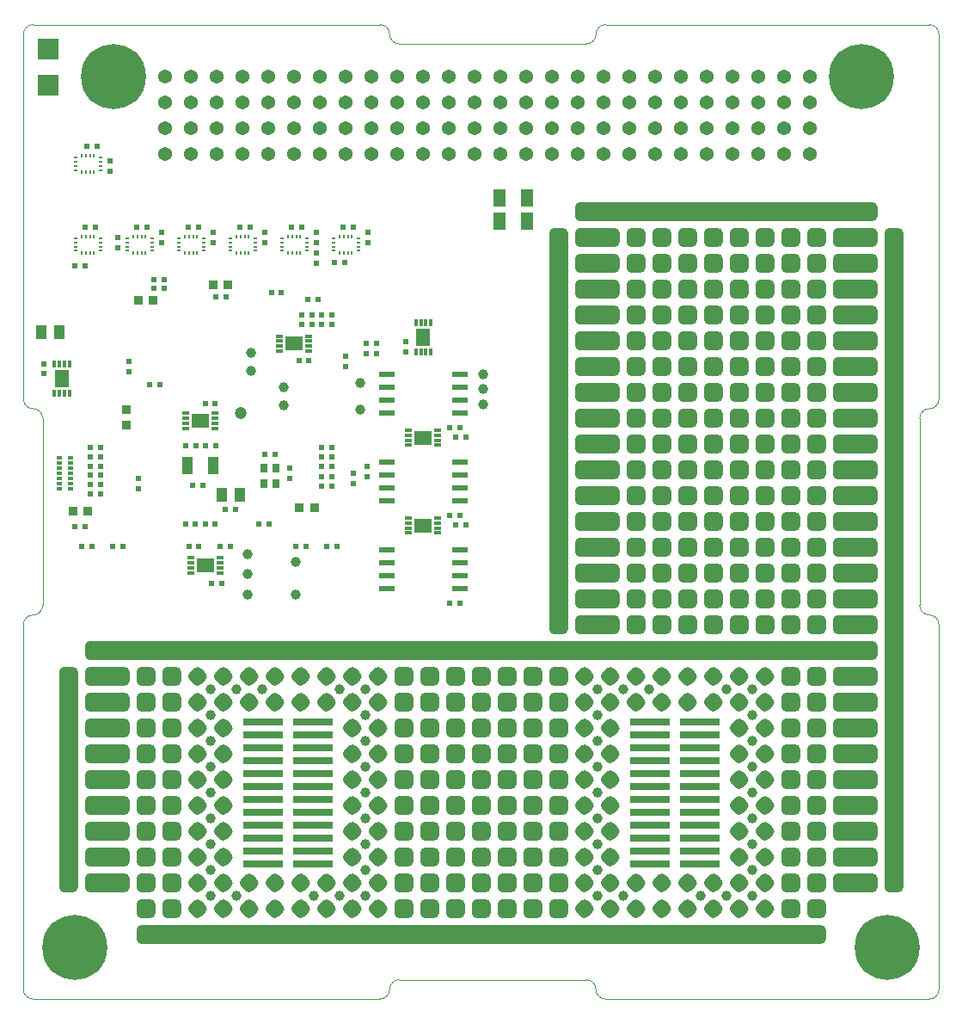
<source format=gbr>
G04 #@! TF.GenerationSoftware,KiCad,Pcbnew,5.1.9*
G04 #@! TF.CreationDate,2021-03-03T13:13:51+01:00*
G04 #@! TF.ProjectId,board_sierra,626f6172-645f-4736-9965-7272612e6b69,v1.1*
G04 #@! TF.SameCoordinates,PX1903cf0PY6c69e80*
G04 #@! TF.FileFunction,Soldermask,Bot*
G04 #@! TF.FilePolarity,Negative*
%FSLAX46Y46*%
G04 Gerber Fmt 4.6, Leading zero omitted, Abs format (unit mm)*
G04 Created by KiCad (PCBNEW 5.1.9) date 2021-03-03 13:13:51*
%MOMM*%
%LPD*%
G01*
G04 APERTURE LIST*
G04 #@! TA.AperFunction,Profile*
%ADD10C,0.100000*%
G04 #@! TD*
%ADD11C,1.200000*%
%ADD12C,1.365000*%
%ADD13R,0.500000X0.300000*%
%ADD14R,4.200000X1.850000*%
%ADD15R,1.850000X4.200000*%
%ADD16C,1.500000*%
%ADD17R,3.860000X0.650000*%
%ADD18C,1.000000*%
%ADD19R,2.000000X2.000000*%
%ADD20R,0.950000X0.950000*%
%ADD21R,1.100000X1.400000*%
%ADD22R,0.500000X0.600000*%
%ADD23R,1.250000X1.750000*%
%ADD24R,1.600000X0.600000*%
%ADD25R,0.300000X0.750000*%
%ADD26R,1.450000X1.750000*%
%ADD27R,0.750000X0.300000*%
%ADD28R,1.750000X1.450000*%
%ADD29C,0.800000*%
%ADD30C,6.400000*%
%ADD31R,0.600000X0.500000*%
%ADD32R,0.225000X0.463000*%
%ADD33R,0.463000X0.225000*%
%ADD34R,0.800000X0.900000*%
%ADD35R,1.000000X1.800000*%
G04 APERTURE END LIST*
D10*
X50355500Y88900000D02*
G75*
G03*
X51308000Y89852500I0J952500D01*
G01*
X31940500Y88900000D02*
X50355500Y88900000D01*
X52260500Y90805000D02*
X84137500Y90805000D01*
X30988000Y89852500D02*
G75*
G03*
X30035500Y90805000I-952500J0D01*
G01*
X30988000Y89852500D02*
G75*
G03*
X31940500Y88900000I952500J0D01*
G01*
X-4127500Y90805000D02*
X30035500Y90805000D01*
X52260500Y90805000D02*
G75*
G03*
X51308000Y89852500I0J-952500D01*
G01*
X52260500Y-5080000D02*
X84137500Y-5080000D01*
X31940500Y-3175000D02*
X50355500Y-3175000D01*
X-4127500Y-5080000D02*
X30035500Y-5080000D01*
X52260500Y-5080000D02*
G75*
G02*
X51308000Y-4127500I0J952500D01*
G01*
X50355500Y-3175000D02*
G75*
G02*
X51308000Y-4127500I0J-952500D01*
G01*
X30988000Y-4127500D02*
G75*
G02*
X31940500Y-3175000I952500J0D01*
G01*
X30988000Y-4127500D02*
G75*
G02*
X30035500Y-5080000I-952500J0D01*
G01*
X84137500Y53009800D02*
G75*
G03*
X83185000Y52057300I0J-952500D01*
G01*
X85090000Y89852500D02*
X85090000Y53962300D01*
X83185000Y52057300D02*
X83185000Y33667700D01*
X85090000Y31762700D02*
X85090000Y-4127500D01*
X83185000Y33667700D02*
G75*
G03*
X84137500Y32715200I952500J0D01*
G01*
X85090000Y31762700D02*
G75*
G03*
X84137500Y32715200I-952500J0D01*
G01*
X84137500Y53009800D02*
G75*
G03*
X85090000Y53962300I0J952500D01*
G01*
X85090000Y-4127500D02*
G75*
G02*
X84137500Y-5080000I-952500J0D01*
G01*
X84137500Y90805000D02*
G75*
G02*
X85090000Y89852500I0J-952500D01*
G01*
X-5080000Y31762700D02*
X-5080000Y-4127500D01*
X-5080000Y89852500D02*
X-5080000Y53962300D01*
X-5080000Y89852500D02*
G75*
G02*
X-4127500Y90805000I952500J0D01*
G01*
X-3175000Y52057300D02*
X-3175000Y33667700D01*
X-4127500Y53009800D02*
G75*
G02*
X-5080000Y53962300I0J952500D01*
G01*
X-4127500Y53009800D02*
G75*
G02*
X-3175000Y52057300I0J-952500D01*
G01*
X-3175000Y33667700D02*
G75*
G02*
X-4127500Y32715200I-952500J0D01*
G01*
X-5080000Y31762700D02*
G75*
G02*
X-4127500Y32715200I952500J0D01*
G01*
X-4127500Y-5080000D02*
G75*
G02*
X-5080000Y-4127500I0J952500D01*
G01*
D11*
G04 #@! TO.C,RH1*
X16336000Y52600000D03*
G04 #@! TD*
D12*
G04 #@! TO.C,H2*
X8890000Y83185000D03*
X8890000Y85725000D03*
X11430000Y83185000D03*
X11430000Y85725000D03*
X13970000Y83185000D03*
X13970000Y85725000D03*
X16510000Y83185000D03*
X16510000Y85725000D03*
X19050000Y83185000D03*
X19050000Y85725000D03*
X21590000Y83185000D03*
X21590000Y85725000D03*
X24130000Y83185000D03*
X24130000Y85725000D03*
X26670000Y83185000D03*
X26670000Y85725000D03*
X29210000Y83185000D03*
X29210000Y85725000D03*
X31750000Y83185000D03*
X31750000Y85725000D03*
X34290000Y83185000D03*
X34290000Y85725000D03*
X36830000Y83185000D03*
X36830000Y85725000D03*
X39370000Y83185000D03*
X39370000Y85725000D03*
X41910000Y83185000D03*
X41910000Y85725000D03*
X44450000Y83185000D03*
X44450000Y85725000D03*
X46990000Y83185000D03*
X46990000Y85725000D03*
X49530000Y83185000D03*
X49530000Y85725000D03*
X52070000Y83185000D03*
X52070000Y85725000D03*
X54610000Y83185000D03*
X54610000Y85725000D03*
X57150000Y83185000D03*
X57150000Y85725000D03*
X59690000Y83185000D03*
X59690000Y85725000D03*
X62230000Y83185000D03*
X62230000Y85725000D03*
X64770000Y83185000D03*
X64770000Y85725000D03*
X67310000Y83185000D03*
X67310000Y85725000D03*
X69850000Y83185000D03*
X69850000Y85725000D03*
X72390000Y83185000D03*
X72390000Y85725000D03*
G04 #@! TD*
G04 #@! TO.C,H1*
X8890000Y78105000D03*
X8890000Y80645000D03*
X11430000Y78105000D03*
X11430000Y80645000D03*
X13970000Y78105000D03*
X13970000Y80645000D03*
X16510000Y78105000D03*
X16510000Y80645000D03*
X19050000Y78105000D03*
X19050000Y80645000D03*
X21590000Y78105000D03*
X21590000Y80645000D03*
X24130000Y78105000D03*
X24130000Y80645000D03*
X26670000Y78105000D03*
X26670000Y80645000D03*
X29210000Y78105000D03*
X29210000Y80645000D03*
X31750000Y78105000D03*
X31750000Y80645000D03*
X34290000Y78105000D03*
X34290000Y80645000D03*
X36830000Y78105000D03*
X36830000Y80645000D03*
X39370000Y78105000D03*
X39370000Y80645000D03*
X41910000Y78105000D03*
X41910000Y80645000D03*
X44450000Y78105000D03*
X44450000Y80645000D03*
X46990000Y78105000D03*
X46990000Y80645000D03*
X49530000Y78105000D03*
X49530000Y80645000D03*
X52070000Y78105000D03*
X52070000Y80645000D03*
X54610000Y78105000D03*
X54610000Y80645000D03*
X57150000Y78105000D03*
X57150000Y80645000D03*
X59690000Y78105000D03*
X59690000Y80645000D03*
X62230000Y78105000D03*
X62230000Y80645000D03*
X64770000Y78105000D03*
X64770000Y80645000D03*
X67310000Y78105000D03*
X67310000Y80645000D03*
X69850000Y78105000D03*
X69850000Y80645000D03*
X72390000Y78105000D03*
X72390000Y80645000D03*
G04 #@! TD*
D13*
G04 #@! TO.C,ESD1*
X-1565000Y48160000D03*
X-1565000Y47660000D03*
X-1565000Y47160000D03*
X-1565000Y46660000D03*
X-1565000Y46160000D03*
X-1565000Y45660000D03*
X-1565000Y45160000D03*
X-415000Y45160000D03*
X-415000Y45660000D03*
X-415000Y46160000D03*
X-415000Y46660000D03*
X-415000Y47160000D03*
X-415000Y47660000D03*
X-415000Y48160000D03*
G04 #@! TD*
D14*
G04 #@! TO.C,UA5*
X67945000Y1270000D03*
X62865000Y1270000D03*
X55245000Y1270000D03*
X57785000Y1270000D03*
X52705000Y1270000D03*
X60325000Y1270000D03*
X65405000Y1270000D03*
X45085000Y1270000D03*
X47625000Y1270000D03*
X50165000Y1270000D03*
X40005000Y1270000D03*
X37465000Y1270000D03*
X42545000Y1270000D03*
X32385000Y1270000D03*
X29845000Y1270000D03*
X34925000Y1270000D03*
X24765000Y1270000D03*
X22225000Y1270000D03*
X27305000Y1270000D03*
X17145000Y1270000D03*
X14605000Y1270000D03*
X19685000Y1270000D03*
D15*
X80645000Y11430000D03*
X80645000Y13970000D03*
X80645000Y8890000D03*
X80645000Y19050000D03*
X80645000Y16510000D03*
X80645000Y26670000D03*
X80645000Y24130000D03*
X80645000Y21590000D03*
X80645000Y31750000D03*
X80645000Y29210000D03*
X80645000Y41910000D03*
X80645000Y39370000D03*
X80645000Y34290000D03*
D14*
X42545000Y29210000D03*
D15*
X80645000Y44450000D03*
X80645000Y36830000D03*
D14*
X34925000Y29210000D03*
D15*
X80645000Y54610000D03*
X80645000Y46990000D03*
D14*
X37465000Y29210000D03*
D15*
X80645000Y52070000D03*
D14*
X40005000Y29210000D03*
D15*
X80645000Y49530000D03*
D14*
X29845000Y29210000D03*
D15*
X80645000Y57150000D03*
D14*
X32385000Y29210000D03*
D15*
X80645000Y59690000D03*
X80645000Y62230000D03*
X80645000Y64770000D03*
D14*
X22225000Y29210000D03*
X17145000Y29210000D03*
X27305000Y29210000D03*
X24765000Y29210000D03*
X19685000Y29210000D03*
X12065000Y1270000D03*
X9525000Y1270000D03*
X14605000Y29210000D03*
X12065000Y29210000D03*
X9525000Y29210000D03*
X6985000Y29210000D03*
G36*
G01*
X6060000Y18587500D02*
X6060000Y19512500D01*
G75*
G02*
X6522500Y19975000I462500J0D01*
G01*
X7447500Y19975000D01*
G75*
G02*
X7910000Y19512500I0J-462500D01*
G01*
X7910000Y18587500D01*
G75*
G02*
X7447500Y18125000I-462500J0D01*
G01*
X6522500Y18125000D01*
G75*
G02*
X6060000Y18587500I0J462500D01*
G01*
G37*
G36*
G01*
X6060000Y21127500D02*
X6060000Y22052500D01*
G75*
G02*
X6522500Y22515000I462500J0D01*
G01*
X7447500Y22515000D01*
G75*
G02*
X7910000Y22052500I0J-462500D01*
G01*
X7910000Y21127500D01*
G75*
G02*
X7447500Y20665000I-462500J0D01*
G01*
X6522500Y20665000D01*
G75*
G02*
X6060000Y21127500I0J462500D01*
G01*
G37*
G36*
G01*
X6060000Y16047500D02*
X6060000Y16972500D01*
G75*
G02*
X6522500Y17435000I462500J0D01*
G01*
X7447500Y17435000D01*
G75*
G02*
X7910000Y16972500I0J-462500D01*
G01*
X7910000Y16047500D01*
G75*
G02*
X7447500Y15585000I-462500J0D01*
G01*
X6522500Y15585000D01*
G75*
G02*
X6060000Y16047500I0J462500D01*
G01*
G37*
G36*
G01*
X6060000Y13507500D02*
X6060000Y14432500D01*
G75*
G02*
X6522500Y14895000I462500J0D01*
G01*
X7447500Y14895000D01*
G75*
G02*
X7910000Y14432500I0J-462500D01*
G01*
X7910000Y13507500D01*
G75*
G02*
X7447500Y13045000I-462500J0D01*
G01*
X6522500Y13045000D01*
G75*
G02*
X6060000Y13507500I0J462500D01*
G01*
G37*
G36*
G01*
X34000000Y18587500D02*
X34000000Y19512500D01*
G75*
G02*
X34462500Y19975000I462500J0D01*
G01*
X35387500Y19975000D01*
G75*
G02*
X35850000Y19512500I0J-462500D01*
G01*
X35850000Y18587500D01*
G75*
G02*
X35387500Y18125000I-462500J0D01*
G01*
X34462500Y18125000D01*
G75*
G02*
X34000000Y18587500I0J462500D01*
G01*
G37*
G36*
G01*
X34000000Y13507500D02*
X34000000Y14432500D01*
G75*
G02*
X34462500Y14895000I462500J0D01*
G01*
X35387500Y14895000D01*
G75*
G02*
X35850000Y14432500I0J-462500D01*
G01*
X35850000Y13507500D01*
G75*
G02*
X35387500Y13045000I-462500J0D01*
G01*
X34462500Y13045000D01*
G75*
G02*
X34000000Y13507500I0J462500D01*
G01*
G37*
G36*
G01*
X34000000Y16047500D02*
X34000000Y16972500D01*
G75*
G02*
X34462500Y17435000I462500J0D01*
G01*
X35387500Y17435000D01*
G75*
G02*
X35850000Y16972500I0J-462500D01*
G01*
X35850000Y16047500D01*
G75*
G02*
X35387500Y15585000I-462500J0D01*
G01*
X34462500Y15585000D01*
G75*
G02*
X34000000Y16047500I0J462500D01*
G01*
G37*
G36*
G01*
X34000000Y21127500D02*
X34000000Y22052500D01*
G75*
G02*
X34462500Y22515000I462500J0D01*
G01*
X35387500Y22515000D01*
G75*
G02*
X35850000Y22052500I0J-462500D01*
G01*
X35850000Y21127500D01*
G75*
G02*
X35387500Y20665000I-462500J0D01*
G01*
X34462500Y20665000D01*
G75*
G02*
X34000000Y21127500I0J462500D01*
G01*
G37*
G36*
G01*
X8600000Y18587500D02*
X8600000Y19512500D01*
G75*
G02*
X9062500Y19975000I462500J0D01*
G01*
X9987500Y19975000D01*
G75*
G02*
X10450000Y19512500I0J-462500D01*
G01*
X10450000Y18587500D01*
G75*
G02*
X9987500Y18125000I-462500J0D01*
G01*
X9062500Y18125000D01*
G75*
G02*
X8600000Y18587500I0J462500D01*
G01*
G37*
G36*
G01*
X31460000Y18587500D02*
X31460000Y19512500D01*
G75*
G02*
X31922500Y19975000I462500J0D01*
G01*
X32847500Y19975000D01*
G75*
G02*
X33310000Y19512500I0J-462500D01*
G01*
X33310000Y18587500D01*
G75*
G02*
X32847500Y18125000I-462500J0D01*
G01*
X31922500Y18125000D01*
G75*
G02*
X31460000Y18587500I0J462500D01*
G01*
G37*
G36*
G01*
X31460000Y21127500D02*
X31460000Y22052500D01*
G75*
G02*
X31922500Y22515000I462500J0D01*
G01*
X32847500Y22515000D01*
G75*
G02*
X33310000Y22052500I0J-462500D01*
G01*
X33310000Y21127500D01*
G75*
G02*
X32847500Y20665000I-462500J0D01*
G01*
X31922500Y20665000D01*
G75*
G02*
X31460000Y21127500I0J462500D01*
G01*
G37*
G36*
G01*
X8600000Y21127500D02*
X8600000Y22052500D01*
G75*
G02*
X9062500Y22515000I462500J0D01*
G01*
X9987500Y22515000D01*
G75*
G02*
X10450000Y22052500I0J-462500D01*
G01*
X10450000Y21127500D01*
G75*
G02*
X9987500Y20665000I-462500J0D01*
G01*
X9062500Y20665000D01*
G75*
G02*
X8600000Y21127500I0J462500D01*
G01*
G37*
G36*
G01*
X31460000Y16047500D02*
X31460000Y16972500D01*
G75*
G02*
X31922500Y17435000I462500J0D01*
G01*
X32847500Y17435000D01*
G75*
G02*
X33310000Y16972500I0J-462500D01*
G01*
X33310000Y16047500D01*
G75*
G02*
X32847500Y15585000I-462500J0D01*
G01*
X31922500Y15585000D01*
G75*
G02*
X31460000Y16047500I0J462500D01*
G01*
G37*
G36*
G01*
X8600000Y16047500D02*
X8600000Y16972500D01*
G75*
G02*
X9062500Y17435000I462500J0D01*
G01*
X9987500Y17435000D01*
G75*
G02*
X10450000Y16972500I0J-462500D01*
G01*
X10450000Y16047500D01*
G75*
G02*
X9987500Y15585000I-462500J0D01*
G01*
X9062500Y15585000D01*
G75*
G02*
X8600000Y16047500I0J462500D01*
G01*
G37*
G36*
G01*
X8600000Y13507500D02*
X8600000Y14432500D01*
G75*
G02*
X9062500Y14895000I462500J0D01*
G01*
X9987500Y14895000D01*
G75*
G02*
X10450000Y14432500I0J-462500D01*
G01*
X10450000Y13507500D01*
G75*
G02*
X9987500Y13045000I-462500J0D01*
G01*
X9062500Y13045000D01*
G75*
G02*
X8600000Y13507500I0J462500D01*
G01*
G37*
G36*
G01*
X31460000Y13507500D02*
X31460000Y14432500D01*
G75*
G02*
X31922500Y14895000I462500J0D01*
G01*
X32847500Y14895000D01*
G75*
G02*
X33310000Y14432500I0J-462500D01*
G01*
X33310000Y13507500D01*
G75*
G02*
X32847500Y13045000I-462500J0D01*
G01*
X31922500Y13045000D01*
G75*
G02*
X31460000Y13507500I0J462500D01*
G01*
G37*
G36*
G01*
X13818697Y19395068D02*
X14259932Y19836303D01*
G75*
G02*
X14950068Y19836303I345068J-345068D01*
G01*
X15391303Y19395068D01*
G75*
G02*
X15391303Y18704932I-345068J-345068D01*
G01*
X14950068Y18263697D01*
G75*
G02*
X14259932Y18263697I-345068J345068D01*
G01*
X13818697Y18704932D01*
G75*
G02*
X13818697Y19395068I345068J345068D01*
G01*
G37*
G36*
G01*
X13818697Y14315068D02*
X14259932Y14756303D01*
G75*
G02*
X14950068Y14756303I345068J-345068D01*
G01*
X15391303Y14315068D01*
G75*
G02*
X15391303Y13624932I-345068J-345068D01*
G01*
X14950068Y13183697D01*
G75*
G02*
X14259932Y13183697I-345068J345068D01*
G01*
X13818697Y13624932D01*
G75*
G02*
X13818697Y14315068I345068J345068D01*
G01*
G37*
G36*
G01*
X13818697Y16855068D02*
X14259932Y17296303D01*
G75*
G02*
X14950068Y17296303I345068J-345068D01*
G01*
X15391303Y16855068D01*
G75*
G02*
X15391303Y16164932I-345068J-345068D01*
G01*
X14950068Y15723697D01*
G75*
G02*
X14259932Y15723697I-345068J345068D01*
G01*
X13818697Y16164932D01*
G75*
G02*
X13818697Y16855068I345068J345068D01*
G01*
G37*
G36*
G01*
X13818697Y21935068D02*
X14259932Y22376303D01*
G75*
G02*
X14950068Y22376303I345068J-345068D01*
G01*
X15391303Y21935068D01*
G75*
G02*
X15391303Y21244932I-345068J-345068D01*
G01*
X14950068Y20803697D01*
G75*
G02*
X14259932Y20803697I-345068J345068D01*
G01*
X13818697Y21244932D01*
G75*
G02*
X13818697Y21935068I345068J345068D01*
G01*
G37*
G36*
G01*
X72100000Y18587500D02*
X72100000Y19512500D01*
G75*
G02*
X72562500Y19975000I462500J0D01*
G01*
X73487500Y19975000D01*
G75*
G02*
X73950000Y19512500I0J-462500D01*
G01*
X73950000Y18587500D01*
G75*
G02*
X73487500Y18125000I-462500J0D01*
G01*
X72562500Y18125000D01*
G75*
G02*
X72100000Y18587500I0J462500D01*
G01*
G37*
G36*
G01*
X11278697Y19395068D02*
X11719932Y19836303D01*
G75*
G02*
X12410068Y19836303I345068J-345068D01*
G01*
X12851303Y19395068D01*
G75*
G02*
X12851303Y18704932I-345068J-345068D01*
G01*
X12410068Y18263697D01*
G75*
G02*
X11719932Y18263697I-345068J345068D01*
G01*
X11278697Y18704932D01*
G75*
G02*
X11278697Y19395068I345068J345068D01*
G01*
G37*
G36*
G01*
X11278697Y21935068D02*
X11719932Y22376303D01*
G75*
G02*
X12410068Y22376303I345068J-345068D01*
G01*
X12851303Y21935068D01*
G75*
G02*
X12851303Y21244932I-345068J-345068D01*
G01*
X12410068Y20803697D01*
G75*
G02*
X11719932Y20803697I-345068J345068D01*
G01*
X11278697Y21244932D01*
G75*
G02*
X11278697Y21935068I345068J345068D01*
G01*
G37*
G36*
G01*
X72100000Y21127500D02*
X72100000Y22052500D01*
G75*
G02*
X72562500Y22515000I462500J0D01*
G01*
X73487500Y22515000D01*
G75*
G02*
X73950000Y22052500I0J-462500D01*
G01*
X73950000Y21127500D01*
G75*
G02*
X73487500Y20665000I-462500J0D01*
G01*
X72562500Y20665000D01*
G75*
G02*
X72100000Y21127500I0J462500D01*
G01*
G37*
G36*
G01*
X11278697Y16855068D02*
X11719932Y17296303D01*
G75*
G02*
X12410068Y17296303I345068J-345068D01*
G01*
X12851303Y16855068D01*
G75*
G02*
X12851303Y16164932I-345068J-345068D01*
G01*
X12410068Y15723697D01*
G75*
G02*
X11719932Y15723697I-345068J345068D01*
G01*
X11278697Y16164932D01*
G75*
G02*
X11278697Y16855068I345068J345068D01*
G01*
G37*
G36*
G01*
X72100000Y16047500D02*
X72100000Y16972500D01*
G75*
G02*
X72562500Y17435000I462500J0D01*
G01*
X73487500Y17435000D01*
G75*
G02*
X73950000Y16972500I0J-462500D01*
G01*
X73950000Y16047500D01*
G75*
G02*
X73487500Y15585000I-462500J0D01*
G01*
X72562500Y15585000D01*
G75*
G02*
X72100000Y16047500I0J462500D01*
G01*
G37*
G36*
G01*
X72100000Y13507500D02*
X72100000Y14432500D01*
G75*
G02*
X72562500Y14895000I462500J0D01*
G01*
X73487500Y14895000D01*
G75*
G02*
X73950000Y14432500I0J-462500D01*
G01*
X73950000Y13507500D01*
G75*
G02*
X73487500Y13045000I-462500J0D01*
G01*
X72562500Y13045000D01*
G75*
G02*
X72100000Y13507500I0J462500D01*
G01*
G37*
G36*
G01*
X11278697Y14315068D02*
X11719932Y14756303D01*
G75*
G02*
X12410068Y14756303I345068J-345068D01*
G01*
X12851303Y14315068D01*
G75*
G02*
X12851303Y13624932I-345068J-345068D01*
G01*
X12410068Y13183697D01*
G75*
G02*
X11719932Y13183697I-345068J345068D01*
G01*
X11278697Y13624932D01*
G75*
G02*
X11278697Y14315068I345068J345068D01*
G01*
G37*
G36*
G01*
X67158697Y11775068D02*
X67599932Y12216303D01*
G75*
G02*
X68290068Y12216303I345068J-345068D01*
G01*
X68731303Y11775068D01*
G75*
G02*
X68731303Y11084932I-345068J-345068D01*
G01*
X68290068Y10643697D01*
G75*
G02*
X67599932Y10643697I-345068J345068D01*
G01*
X67158697Y11084932D01*
G75*
G02*
X67158697Y11775068I345068J345068D01*
G01*
G37*
G36*
G01*
X64618697Y19395068D02*
X65059932Y19836303D01*
G75*
G02*
X65750068Y19836303I345068J-345068D01*
G01*
X66191303Y19395068D01*
G75*
G02*
X66191303Y18704932I-345068J-345068D01*
G01*
X65750068Y18263697D01*
G75*
G02*
X65059932Y18263697I-345068J345068D01*
G01*
X64618697Y18704932D01*
G75*
G02*
X64618697Y19395068I345068J345068D01*
G01*
G37*
G36*
G01*
X67158697Y16855068D02*
X67599932Y17296303D01*
G75*
G02*
X68290068Y17296303I345068J-345068D01*
G01*
X68731303Y16855068D01*
G75*
G02*
X68731303Y16164932I-345068J-345068D01*
G01*
X68290068Y15723697D01*
G75*
G02*
X67599932Y15723697I-345068J345068D01*
G01*
X67158697Y16164932D01*
G75*
G02*
X67158697Y16855068I345068J345068D01*
G01*
G37*
G36*
G01*
X67158697Y21935068D02*
X67599932Y22376303D01*
G75*
G02*
X68290068Y22376303I345068J-345068D01*
G01*
X68731303Y21935068D01*
G75*
G02*
X68731303Y21244932I-345068J-345068D01*
G01*
X68290068Y20803697D01*
G75*
G02*
X67599932Y20803697I-345068J345068D01*
G01*
X67158697Y21244932D01*
G75*
G02*
X67158697Y21935068I345068J345068D01*
G01*
G37*
G36*
G01*
X64618697Y21935068D02*
X65059932Y22376303D01*
G75*
G02*
X65750068Y22376303I345068J-345068D01*
G01*
X66191303Y21935068D01*
G75*
G02*
X66191303Y21244932I-345068J-345068D01*
G01*
X65750068Y20803697D01*
G75*
G02*
X65059932Y20803697I-345068J345068D01*
G01*
X64618697Y21244932D01*
G75*
G02*
X64618697Y21935068I345068J345068D01*
G01*
G37*
G36*
G01*
X64618697Y11775068D02*
X65059932Y12216303D01*
G75*
G02*
X65750068Y12216303I345068J-345068D01*
G01*
X66191303Y11775068D01*
G75*
G02*
X66191303Y11084932I-345068J-345068D01*
G01*
X65750068Y10643697D01*
G75*
G02*
X65059932Y10643697I-345068J345068D01*
G01*
X64618697Y11084932D01*
G75*
G02*
X64618697Y11775068I345068J345068D01*
G01*
G37*
G36*
G01*
X67158697Y9235068D02*
X67599932Y9676303D01*
G75*
G02*
X68290068Y9676303I345068J-345068D01*
G01*
X68731303Y9235068D01*
G75*
G02*
X68731303Y8544932I-345068J-345068D01*
G01*
X68290068Y8103697D01*
G75*
G02*
X67599932Y8103697I-345068J345068D01*
G01*
X67158697Y8544932D01*
G75*
G02*
X67158697Y9235068I345068J345068D01*
G01*
G37*
G36*
G01*
X67158697Y14315068D02*
X67599932Y14756303D01*
G75*
G02*
X68290068Y14756303I345068J-345068D01*
G01*
X68731303Y14315068D01*
G75*
G02*
X68731303Y13624932I-345068J-345068D01*
G01*
X68290068Y13183697D01*
G75*
G02*
X67599932Y13183697I-345068J345068D01*
G01*
X67158697Y13624932D01*
G75*
G02*
X67158697Y14315068I345068J345068D01*
G01*
G37*
G36*
G01*
X67158697Y19395068D02*
X67599932Y19836303D01*
G75*
G02*
X68290068Y19836303I345068J-345068D01*
G01*
X68731303Y19395068D01*
G75*
G02*
X68731303Y18704932I-345068J-345068D01*
G01*
X68290068Y18263697D01*
G75*
G02*
X67599932Y18263697I-345068J345068D01*
G01*
X67158697Y18704932D01*
G75*
G02*
X67158697Y19395068I345068J345068D01*
G01*
G37*
G36*
G01*
X64618697Y14315068D02*
X65059932Y14756303D01*
G75*
G02*
X65750068Y14756303I345068J-345068D01*
G01*
X66191303Y14315068D01*
G75*
G02*
X66191303Y13624932I-345068J-345068D01*
G01*
X65750068Y13183697D01*
G75*
G02*
X65059932Y13183697I-345068J345068D01*
G01*
X64618697Y13624932D01*
G75*
G02*
X64618697Y14315068I345068J345068D01*
G01*
G37*
G36*
G01*
X6060000Y8427500D02*
X6060000Y9352500D01*
G75*
G02*
X6522500Y9815000I462500J0D01*
G01*
X7447500Y9815000D01*
G75*
G02*
X7910000Y9352500I0J-462500D01*
G01*
X7910000Y8427500D01*
G75*
G02*
X7447500Y7965000I-462500J0D01*
G01*
X6522500Y7965000D01*
G75*
G02*
X6060000Y8427500I0J462500D01*
G01*
G37*
G36*
G01*
X6060000Y10967500D02*
X6060000Y11892500D01*
G75*
G02*
X6522500Y12355000I462500J0D01*
G01*
X7447500Y12355000D01*
G75*
G02*
X7910000Y11892500I0J-462500D01*
G01*
X7910000Y10967500D01*
G75*
G02*
X7447500Y10505000I-462500J0D01*
G01*
X6522500Y10505000D01*
G75*
G02*
X6060000Y10967500I0J462500D01*
G01*
G37*
G36*
G01*
X64618697Y9235068D02*
X65059932Y9676303D01*
G75*
G02*
X65750068Y9676303I345068J-345068D01*
G01*
X66191303Y9235068D01*
G75*
G02*
X66191303Y8544932I-345068J-345068D01*
G01*
X65750068Y8103697D01*
G75*
G02*
X65059932Y8103697I-345068J345068D01*
G01*
X64618697Y8544932D01*
G75*
G02*
X64618697Y9235068I345068J345068D01*
G01*
G37*
G36*
G01*
X64618697Y16855068D02*
X65059932Y17296303D01*
G75*
G02*
X65750068Y17296303I345068J-345068D01*
G01*
X66191303Y16855068D01*
G75*
G02*
X66191303Y16164932I-345068J-345068D01*
G01*
X65750068Y15723697D01*
G75*
G02*
X65059932Y15723697I-345068J345068D01*
G01*
X64618697Y16164932D01*
G75*
G02*
X64618697Y16855068I345068J345068D01*
G01*
G37*
G36*
G01*
X34000000Y10967500D02*
X34000000Y11892500D01*
G75*
G02*
X34462500Y12355000I462500J0D01*
G01*
X35387500Y12355000D01*
G75*
G02*
X35850000Y11892500I0J-462500D01*
G01*
X35850000Y10967500D01*
G75*
G02*
X35387500Y10505000I-462500J0D01*
G01*
X34462500Y10505000D01*
G75*
G02*
X34000000Y10967500I0J462500D01*
G01*
G37*
G36*
G01*
X8600000Y10967500D02*
X8600000Y11892500D01*
G75*
G02*
X9062500Y12355000I462500J0D01*
G01*
X9987500Y12355000D01*
G75*
G02*
X10450000Y11892500I0J-462500D01*
G01*
X10450000Y10967500D01*
G75*
G02*
X9987500Y10505000I-462500J0D01*
G01*
X9062500Y10505000D01*
G75*
G02*
X8600000Y10967500I0J462500D01*
G01*
G37*
G36*
G01*
X31460000Y8427500D02*
X31460000Y9352500D01*
G75*
G02*
X31922500Y9815000I462500J0D01*
G01*
X32847500Y9815000D01*
G75*
G02*
X33310000Y9352500I0J-462500D01*
G01*
X33310000Y8427500D01*
G75*
G02*
X32847500Y7965000I-462500J0D01*
G01*
X31922500Y7965000D01*
G75*
G02*
X31460000Y8427500I0J462500D01*
G01*
G37*
G36*
G01*
X46700000Y8427500D02*
X46700000Y9352500D01*
G75*
G02*
X47162500Y9815000I462500J0D01*
G01*
X48087500Y9815000D01*
G75*
G02*
X48550000Y9352500I0J-462500D01*
G01*
X48550000Y8427500D01*
G75*
G02*
X48087500Y7965000I-462500J0D01*
G01*
X47162500Y7965000D01*
G75*
G02*
X46700000Y8427500I0J462500D01*
G01*
G37*
G36*
G01*
X34000000Y5887500D02*
X34000000Y6812500D01*
G75*
G02*
X34462500Y7275000I462500J0D01*
G01*
X35387500Y7275000D01*
G75*
G02*
X35850000Y6812500I0J-462500D01*
G01*
X35850000Y5887500D01*
G75*
G02*
X35387500Y5425000I-462500J0D01*
G01*
X34462500Y5425000D01*
G75*
G02*
X34000000Y5887500I0J462500D01*
G01*
G37*
G36*
G01*
X72100000Y10967500D02*
X72100000Y11892500D01*
G75*
G02*
X72562500Y12355000I462500J0D01*
G01*
X73487500Y12355000D01*
G75*
G02*
X73950000Y11892500I0J-462500D01*
G01*
X73950000Y10967500D01*
G75*
G02*
X73487500Y10505000I-462500J0D01*
G01*
X72562500Y10505000D01*
G75*
G02*
X72100000Y10967500I0J462500D01*
G01*
G37*
G36*
G01*
X44160000Y5887500D02*
X44160000Y6812500D01*
G75*
G02*
X44622500Y7275000I462500J0D01*
G01*
X45547500Y7275000D01*
G75*
G02*
X46010000Y6812500I0J-462500D01*
G01*
X46010000Y5887500D01*
G75*
G02*
X45547500Y5425000I-462500J0D01*
G01*
X44622500Y5425000D01*
G75*
G02*
X44160000Y5887500I0J462500D01*
G01*
G37*
G36*
G01*
X34000000Y8427500D02*
X34000000Y9352500D01*
G75*
G02*
X34462500Y9815000I462500J0D01*
G01*
X35387500Y9815000D01*
G75*
G02*
X35850000Y9352500I0J-462500D01*
G01*
X35850000Y8427500D01*
G75*
G02*
X35387500Y7965000I-462500J0D01*
G01*
X34462500Y7965000D01*
G75*
G02*
X34000000Y8427500I0J462500D01*
G01*
G37*
G36*
G01*
X16358697Y6695068D02*
X16799932Y7136303D01*
G75*
G02*
X17490068Y7136303I345068J-345068D01*
G01*
X17931303Y6695068D01*
G75*
G02*
X17931303Y6004932I-345068J-345068D01*
G01*
X17490068Y5563697D01*
G75*
G02*
X16799932Y5563697I-345068J345068D01*
G01*
X16358697Y6004932D01*
G75*
G02*
X16358697Y6695068I345068J345068D01*
G01*
G37*
G36*
G01*
X11278697Y6695068D02*
X11719932Y7136303D01*
G75*
G02*
X12410068Y7136303I345068J-345068D01*
G01*
X12851303Y6695068D01*
G75*
G02*
X12851303Y6004932I-345068J-345068D01*
G01*
X12410068Y5563697D01*
G75*
G02*
X11719932Y5563697I-345068J345068D01*
G01*
X11278697Y6004932D01*
G75*
G02*
X11278697Y6695068I345068J345068D01*
G01*
G37*
G36*
G01*
X46700000Y10967500D02*
X46700000Y11892500D01*
G75*
G02*
X47162500Y12355000I462500J0D01*
G01*
X48087500Y12355000D01*
G75*
G02*
X48550000Y11892500I0J-462500D01*
G01*
X48550000Y10967500D01*
G75*
G02*
X48087500Y10505000I-462500J0D01*
G01*
X47162500Y10505000D01*
G75*
G02*
X46700000Y10967500I0J462500D01*
G01*
G37*
G36*
G01*
X72100000Y8427500D02*
X72100000Y9352500D01*
G75*
G02*
X72562500Y9815000I462500J0D01*
G01*
X73487500Y9815000D01*
G75*
G02*
X73950000Y9352500I0J-462500D01*
G01*
X73950000Y8427500D01*
G75*
G02*
X73487500Y7965000I-462500J0D01*
G01*
X72562500Y7965000D01*
G75*
G02*
X72100000Y8427500I0J462500D01*
G01*
G37*
G36*
G01*
X44160000Y10967500D02*
X44160000Y11892500D01*
G75*
G02*
X44622500Y12355000I462500J0D01*
G01*
X45547500Y12355000D01*
G75*
G02*
X46010000Y11892500I0J-462500D01*
G01*
X46010000Y10967500D01*
G75*
G02*
X45547500Y10505000I-462500J0D01*
G01*
X44622500Y10505000D01*
G75*
G02*
X44160000Y10967500I0J462500D01*
G01*
G37*
G36*
G01*
X72100000Y5887500D02*
X72100000Y6812500D01*
G75*
G02*
X72562500Y7275000I462500J0D01*
G01*
X73487500Y7275000D01*
G75*
G02*
X73950000Y6812500I0J-462500D01*
G01*
X73950000Y5887500D01*
G75*
G02*
X73487500Y5425000I-462500J0D01*
G01*
X72562500Y5425000D01*
G75*
G02*
X72100000Y5887500I0J462500D01*
G01*
G37*
G36*
G01*
X31460000Y10967500D02*
X31460000Y11892500D01*
G75*
G02*
X31922500Y12355000I462500J0D01*
G01*
X32847500Y12355000D01*
G75*
G02*
X33310000Y11892500I0J-462500D01*
G01*
X33310000Y10967500D01*
G75*
G02*
X32847500Y10505000I-462500J0D01*
G01*
X31922500Y10505000D01*
G75*
G02*
X31460000Y10967500I0J462500D01*
G01*
G37*
G36*
G01*
X11278697Y11775068D02*
X11719932Y12216303D01*
G75*
G02*
X12410068Y12216303I345068J-345068D01*
G01*
X12851303Y11775068D01*
G75*
G02*
X12851303Y11084932I-345068J-345068D01*
G01*
X12410068Y10643697D01*
G75*
G02*
X11719932Y10643697I-345068J345068D01*
G01*
X11278697Y11084932D01*
G75*
G02*
X11278697Y11775068I345068J345068D01*
G01*
G37*
G36*
G01*
X13818697Y6695068D02*
X14259932Y7136303D01*
G75*
G02*
X14950068Y7136303I345068J-345068D01*
G01*
X15391303Y6695068D01*
G75*
G02*
X15391303Y6004932I-345068J-345068D01*
G01*
X14950068Y5563697D01*
G75*
G02*
X14259932Y5563697I-345068J345068D01*
G01*
X13818697Y6004932D01*
G75*
G02*
X13818697Y6695068I345068J345068D01*
G01*
G37*
G36*
G01*
X8600000Y5887500D02*
X8600000Y6812500D01*
G75*
G02*
X9062500Y7275000I462500J0D01*
G01*
X9987500Y7275000D01*
G75*
G02*
X10450000Y6812500I0J-462500D01*
G01*
X10450000Y5887500D01*
G75*
G02*
X9987500Y5425000I-462500J0D01*
G01*
X9062500Y5425000D01*
G75*
G02*
X8600000Y5887500I0J462500D01*
G01*
G37*
G36*
G01*
X13818697Y9235068D02*
X14259932Y9676303D01*
G75*
G02*
X14950068Y9676303I345068J-345068D01*
G01*
X15391303Y9235068D01*
G75*
G02*
X15391303Y8544932I-345068J-345068D01*
G01*
X14950068Y8103697D01*
G75*
G02*
X14259932Y8103697I-345068J345068D01*
G01*
X13818697Y8544932D01*
G75*
G02*
X13818697Y9235068I345068J345068D01*
G01*
G37*
G36*
G01*
X11278697Y9235068D02*
X11719932Y9676303D01*
G75*
G02*
X12410068Y9676303I345068J-345068D01*
G01*
X12851303Y9235068D01*
G75*
G02*
X12851303Y8544932I-345068J-345068D01*
G01*
X12410068Y8103697D01*
G75*
G02*
X11719932Y8103697I-345068J345068D01*
G01*
X11278697Y8544932D01*
G75*
G02*
X11278697Y9235068I345068J345068D01*
G01*
G37*
G36*
G01*
X46700000Y5887500D02*
X46700000Y6812500D01*
G75*
G02*
X47162500Y7275000I462500J0D01*
G01*
X48087500Y7275000D01*
G75*
G02*
X48550000Y6812500I0J-462500D01*
G01*
X48550000Y5887500D01*
G75*
G02*
X48087500Y5425000I-462500J0D01*
G01*
X47162500Y5425000D01*
G75*
G02*
X46700000Y5887500I0J462500D01*
G01*
G37*
G36*
G01*
X69560000Y8427500D02*
X69560000Y9352500D01*
G75*
G02*
X70022500Y9815000I462500J0D01*
G01*
X70947500Y9815000D01*
G75*
G02*
X71410000Y9352500I0J-462500D01*
G01*
X71410000Y8427500D01*
G75*
G02*
X70947500Y7965000I-462500J0D01*
G01*
X70022500Y7965000D01*
G75*
G02*
X69560000Y8427500I0J462500D01*
G01*
G37*
G36*
G01*
X13818697Y11775068D02*
X14259932Y12216303D01*
G75*
G02*
X14950068Y12216303I345068J-345068D01*
G01*
X15391303Y11775068D01*
G75*
G02*
X15391303Y11084932I-345068J-345068D01*
G01*
X14950068Y10643697D01*
G75*
G02*
X14259932Y10643697I-345068J345068D01*
G01*
X13818697Y11084932D01*
G75*
G02*
X13818697Y11775068I345068J345068D01*
G01*
G37*
G36*
G01*
X31460000Y5887500D02*
X31460000Y6812500D01*
G75*
G02*
X31922500Y7275000I462500J0D01*
G01*
X32847500Y7275000D01*
G75*
G02*
X33310000Y6812500I0J-462500D01*
G01*
X33310000Y5887500D01*
G75*
G02*
X32847500Y5425000I-462500J0D01*
G01*
X31922500Y5425000D01*
G75*
G02*
X31460000Y5887500I0J462500D01*
G01*
G37*
G36*
G01*
X69560000Y10967500D02*
X69560000Y11892500D01*
G75*
G02*
X70022500Y12355000I462500J0D01*
G01*
X70947500Y12355000D01*
G75*
G02*
X71410000Y11892500I0J-462500D01*
G01*
X71410000Y10967500D01*
G75*
G02*
X70947500Y10505000I-462500J0D01*
G01*
X70022500Y10505000D01*
G75*
G02*
X69560000Y10967500I0J462500D01*
G01*
G37*
G36*
G01*
X69560000Y5887500D02*
X69560000Y6812500D01*
G75*
G02*
X70022500Y7275000I462500J0D01*
G01*
X70947500Y7275000D01*
G75*
G02*
X71410000Y6812500I0J-462500D01*
G01*
X71410000Y5887500D01*
G75*
G02*
X70947500Y5425000I-462500J0D01*
G01*
X70022500Y5425000D01*
G75*
G02*
X69560000Y5887500I0J462500D01*
G01*
G37*
G36*
G01*
X44160000Y8427500D02*
X44160000Y9352500D01*
G75*
G02*
X44622500Y9815000I462500J0D01*
G01*
X45547500Y9815000D01*
G75*
G02*
X46010000Y9352500I0J-462500D01*
G01*
X46010000Y8427500D01*
G75*
G02*
X45547500Y7965000I-462500J0D01*
G01*
X44622500Y7965000D01*
G75*
G02*
X44160000Y8427500I0J462500D01*
G01*
G37*
G36*
G01*
X8600000Y8427500D02*
X8600000Y9352500D01*
G75*
G02*
X9062500Y9815000I462500J0D01*
G01*
X9987500Y9815000D01*
G75*
G02*
X10450000Y9352500I0J-462500D01*
G01*
X10450000Y8427500D01*
G75*
G02*
X9987500Y7965000I-462500J0D01*
G01*
X9062500Y7965000D01*
G75*
G02*
X8600000Y8427500I0J462500D01*
G01*
G37*
G36*
G01*
X56998697Y6695068D02*
X57439932Y7136303D01*
G75*
G02*
X58130068Y7136303I345068J-345068D01*
G01*
X58571303Y6695068D01*
G75*
G02*
X58571303Y6004932I-345068J-345068D01*
G01*
X58130068Y5563697D01*
G75*
G02*
X57439932Y5563697I-345068J345068D01*
G01*
X56998697Y6004932D01*
G75*
G02*
X56998697Y6695068I345068J345068D01*
G01*
G37*
G36*
G01*
X54458697Y6695068D02*
X54899932Y7136303D01*
G75*
G02*
X55590068Y7136303I345068J-345068D01*
G01*
X56031303Y6695068D01*
G75*
G02*
X56031303Y6004932I-345068J-345068D01*
G01*
X55590068Y5563697D01*
G75*
G02*
X54899932Y5563697I-345068J345068D01*
G01*
X54458697Y6004932D01*
G75*
G02*
X54458697Y6695068I345068J345068D01*
G01*
G37*
G36*
G01*
X26518697Y6695068D02*
X26959932Y7136303D01*
G75*
G02*
X27650068Y7136303I345068J-345068D01*
G01*
X28091303Y6695068D01*
G75*
G02*
X28091303Y6004932I-345068J-345068D01*
G01*
X27650068Y5563697D01*
G75*
G02*
X26959932Y5563697I-345068J345068D01*
G01*
X26518697Y6004932D01*
G75*
G02*
X26518697Y6695068I345068J345068D01*
G01*
G37*
G36*
G01*
X26518697Y11775068D02*
X26959932Y12216303D01*
G75*
G02*
X27650068Y12216303I345068J-345068D01*
G01*
X28091303Y11775068D01*
G75*
G02*
X28091303Y11084932I-345068J-345068D01*
G01*
X27650068Y10643697D01*
G75*
G02*
X26959932Y10643697I-345068J345068D01*
G01*
X26518697Y11084932D01*
G75*
G02*
X26518697Y11775068I345068J345068D01*
G01*
G37*
G36*
G01*
X29058697Y9235068D02*
X29499932Y9676303D01*
G75*
G02*
X30190068Y9676303I345068J-345068D01*
G01*
X30631303Y9235068D01*
G75*
G02*
X30631303Y8544932I-345068J-345068D01*
G01*
X30190068Y8103697D01*
G75*
G02*
X29499932Y8103697I-345068J345068D01*
G01*
X29058697Y8544932D01*
G75*
G02*
X29058697Y9235068I345068J345068D01*
G01*
G37*
G36*
G01*
X59538697Y6695068D02*
X59979932Y7136303D01*
G75*
G02*
X60670068Y7136303I345068J-345068D01*
G01*
X61111303Y6695068D01*
G75*
G02*
X61111303Y6004932I-345068J-345068D01*
G01*
X60670068Y5563697D01*
G75*
G02*
X59979932Y5563697I-345068J345068D01*
G01*
X59538697Y6004932D01*
G75*
G02*
X59538697Y6695068I345068J345068D01*
G01*
G37*
G36*
G01*
X18898697Y6695068D02*
X19339932Y7136303D01*
G75*
G02*
X20030068Y7136303I345068J-345068D01*
G01*
X20471303Y6695068D01*
G75*
G02*
X20471303Y6004932I-345068J-345068D01*
G01*
X20030068Y5563697D01*
G75*
G02*
X19339932Y5563697I-345068J345068D01*
G01*
X18898697Y6004932D01*
G75*
G02*
X18898697Y6695068I345068J345068D01*
G01*
G37*
G36*
G01*
X62078697Y6695068D02*
X62519932Y7136303D01*
G75*
G02*
X63210068Y7136303I345068J-345068D01*
G01*
X63651303Y6695068D01*
G75*
G02*
X63651303Y6004932I-345068J-345068D01*
G01*
X63210068Y5563697D01*
G75*
G02*
X62519932Y5563697I-345068J345068D01*
G01*
X62078697Y6004932D01*
G75*
G02*
X62078697Y6695068I345068J345068D01*
G01*
G37*
G36*
G01*
X29058697Y11775068D02*
X29499932Y12216303D01*
G75*
G02*
X30190068Y12216303I345068J-345068D01*
G01*
X30631303Y11775068D01*
G75*
G02*
X30631303Y11084932I-345068J-345068D01*
G01*
X30190068Y10643697D01*
G75*
G02*
X29499932Y10643697I-345068J345068D01*
G01*
X29058697Y11084932D01*
G75*
G02*
X29058697Y11775068I345068J345068D01*
G01*
G37*
G36*
G01*
X51918697Y6695068D02*
X52359932Y7136303D01*
G75*
G02*
X53050068Y7136303I345068J-345068D01*
G01*
X53491303Y6695068D01*
G75*
G02*
X53491303Y6004932I-345068J-345068D01*
G01*
X53050068Y5563697D01*
G75*
G02*
X52359932Y5563697I-345068J345068D01*
G01*
X51918697Y6004932D01*
G75*
G02*
X51918697Y6695068I345068J345068D01*
G01*
G37*
G36*
G01*
X51918697Y9235068D02*
X52359932Y9676303D01*
G75*
G02*
X53050068Y9676303I345068J-345068D01*
G01*
X53491303Y9235068D01*
G75*
G02*
X53491303Y8544932I-345068J-345068D01*
G01*
X53050068Y8103697D01*
G75*
G02*
X52359932Y8103697I-345068J345068D01*
G01*
X51918697Y8544932D01*
G75*
G02*
X51918697Y9235068I345068J345068D01*
G01*
G37*
G36*
G01*
X29058697Y6695068D02*
X29499932Y7136303D01*
G75*
G02*
X30190068Y7136303I345068J-345068D01*
G01*
X30631303Y6695068D01*
G75*
G02*
X30631303Y6004932I-345068J-345068D01*
G01*
X30190068Y5563697D01*
G75*
G02*
X29499932Y5563697I-345068J345068D01*
G01*
X29058697Y6004932D01*
G75*
G02*
X29058697Y6695068I345068J345068D01*
G01*
G37*
G36*
G01*
X26518697Y9235068D02*
X26959932Y9676303D01*
G75*
G02*
X27650068Y9676303I345068J-345068D01*
G01*
X28091303Y9235068D01*
G75*
G02*
X28091303Y8544932I-345068J-345068D01*
G01*
X27650068Y8103697D01*
G75*
G02*
X26959932Y8103697I-345068J345068D01*
G01*
X26518697Y8544932D01*
G75*
G02*
X26518697Y9235068I345068J345068D01*
G01*
G37*
G36*
G01*
X21438697Y6695068D02*
X21879932Y7136303D01*
G75*
G02*
X22570068Y7136303I345068J-345068D01*
G01*
X23011303Y6695068D01*
G75*
G02*
X23011303Y6004932I-345068J-345068D01*
G01*
X22570068Y5563697D01*
G75*
G02*
X21879932Y5563697I-345068J345068D01*
G01*
X21438697Y6004932D01*
G75*
G02*
X21438697Y6695068I345068J345068D01*
G01*
G37*
G36*
G01*
X51918697Y11775068D02*
X52359932Y12216303D01*
G75*
G02*
X53050068Y12216303I345068J-345068D01*
G01*
X53491303Y11775068D01*
G75*
G02*
X53491303Y11084932I-345068J-345068D01*
G01*
X53050068Y10643697D01*
G75*
G02*
X52359932Y10643697I-345068J345068D01*
G01*
X51918697Y11084932D01*
G75*
G02*
X51918697Y11775068I345068J345068D01*
G01*
G37*
G36*
G01*
X6060000Y5887500D02*
X6060000Y6812500D01*
G75*
G02*
X6522500Y7275000I462500J0D01*
G01*
X7447500Y7275000D01*
G75*
G02*
X7910000Y6812500I0J-462500D01*
G01*
X7910000Y5887500D01*
G75*
G02*
X7447500Y5425000I-462500J0D01*
G01*
X6522500Y5425000D01*
G75*
G02*
X6060000Y5887500I0J462500D01*
G01*
G37*
G36*
G01*
X64618697Y6695068D02*
X65059932Y7136303D01*
G75*
G02*
X65750068Y7136303I345068J-345068D01*
G01*
X66191303Y6695068D01*
G75*
G02*
X66191303Y6004932I-345068J-345068D01*
G01*
X65750068Y5563697D01*
G75*
G02*
X65059932Y5563697I-345068J345068D01*
G01*
X64618697Y6004932D01*
G75*
G02*
X64618697Y6695068I345068J345068D01*
G01*
G37*
G36*
G01*
X67158697Y6695068D02*
X67599932Y7136303D01*
G75*
G02*
X68290068Y7136303I345068J-345068D01*
G01*
X68731303Y6695068D01*
G75*
G02*
X68731303Y6004932I-345068J-345068D01*
G01*
X68290068Y5563697D01*
G75*
G02*
X67599932Y5563697I-345068J345068D01*
G01*
X67158697Y6004932D01*
G75*
G02*
X67158697Y6695068I345068J345068D01*
G01*
G37*
G36*
G01*
X29058697Y16855068D02*
X29499932Y17296303D01*
G75*
G02*
X30190068Y17296303I345068J-345068D01*
G01*
X30631303Y16855068D01*
G75*
G02*
X30631303Y16164932I-345068J-345068D01*
G01*
X30190068Y15723697D01*
G75*
G02*
X29499932Y15723697I-345068J345068D01*
G01*
X29058697Y16164932D01*
G75*
G02*
X29058697Y16855068I345068J345068D01*
G01*
G37*
G36*
G01*
X29058697Y14315068D02*
X29499932Y14756303D01*
G75*
G02*
X30190068Y14756303I345068J-345068D01*
G01*
X30631303Y14315068D01*
G75*
G02*
X30631303Y13624932I-345068J-345068D01*
G01*
X30190068Y13183697D01*
G75*
G02*
X29499932Y13183697I-345068J345068D01*
G01*
X29058697Y13624932D01*
G75*
G02*
X29058697Y14315068I345068J345068D01*
G01*
G37*
G36*
G01*
X29058697Y19395068D02*
X29499932Y19836303D01*
G75*
G02*
X30190068Y19836303I345068J-345068D01*
G01*
X30631303Y19395068D01*
G75*
G02*
X30631303Y18704932I-345068J-345068D01*
G01*
X30190068Y18263697D01*
G75*
G02*
X29499932Y18263697I-345068J345068D01*
G01*
X29058697Y18704932D01*
G75*
G02*
X29058697Y19395068I345068J345068D01*
G01*
G37*
G36*
G01*
X26518697Y16855068D02*
X26959932Y17296303D01*
G75*
G02*
X27650068Y17296303I345068J-345068D01*
G01*
X28091303Y16855068D01*
G75*
G02*
X28091303Y16164932I-345068J-345068D01*
G01*
X27650068Y15723697D01*
G75*
G02*
X26959932Y15723697I-345068J345068D01*
G01*
X26518697Y16164932D01*
G75*
G02*
X26518697Y16855068I345068J345068D01*
G01*
G37*
G36*
G01*
X29058697Y21935068D02*
X29499932Y22376303D01*
G75*
G02*
X30190068Y22376303I345068J-345068D01*
G01*
X30631303Y21935068D01*
G75*
G02*
X30631303Y21244932I-345068J-345068D01*
G01*
X30190068Y20803697D01*
G75*
G02*
X29499932Y20803697I-345068J345068D01*
G01*
X29058697Y21244932D01*
G75*
G02*
X29058697Y21935068I345068J345068D01*
G01*
G37*
G36*
G01*
X26518697Y21935068D02*
X26959932Y22376303D01*
G75*
G02*
X27650068Y22376303I345068J-345068D01*
G01*
X28091303Y21935068D01*
G75*
G02*
X28091303Y21244932I-345068J-345068D01*
G01*
X27650068Y20803697D01*
G75*
G02*
X26959932Y20803697I-345068J345068D01*
G01*
X26518697Y21244932D01*
G75*
G02*
X26518697Y21935068I345068J345068D01*
G01*
G37*
G36*
G01*
X26518697Y14315068D02*
X26959932Y14756303D01*
G75*
G02*
X27650068Y14756303I345068J-345068D01*
G01*
X28091303Y14315068D01*
G75*
G02*
X28091303Y13624932I-345068J-345068D01*
G01*
X27650068Y13183697D01*
G75*
G02*
X26959932Y13183697I-345068J345068D01*
G01*
X26518697Y13624932D01*
G75*
G02*
X26518697Y14315068I345068J345068D01*
G01*
G37*
G36*
G01*
X51918697Y19395068D02*
X52359932Y19836303D01*
G75*
G02*
X53050068Y19836303I345068J-345068D01*
G01*
X53491303Y19395068D01*
G75*
G02*
X53491303Y18704932I-345068J-345068D01*
G01*
X53050068Y18263697D01*
G75*
G02*
X52359932Y18263697I-345068J345068D01*
G01*
X51918697Y18704932D01*
G75*
G02*
X51918697Y19395068I345068J345068D01*
G01*
G37*
G36*
G01*
X51918697Y16855068D02*
X52359932Y17296303D01*
G75*
G02*
X53050068Y17296303I345068J-345068D01*
G01*
X53491303Y16855068D01*
G75*
G02*
X53491303Y16164932I-345068J-345068D01*
G01*
X53050068Y15723697D01*
G75*
G02*
X52359932Y15723697I-345068J345068D01*
G01*
X51918697Y16164932D01*
G75*
G02*
X51918697Y16855068I345068J345068D01*
G01*
G37*
G36*
G01*
X26518697Y19395068D02*
X26959932Y19836303D01*
G75*
G02*
X27650068Y19836303I345068J-345068D01*
G01*
X28091303Y19395068D01*
G75*
G02*
X28091303Y18704932I-345068J-345068D01*
G01*
X27650068Y18263697D01*
G75*
G02*
X26959932Y18263697I-345068J345068D01*
G01*
X26518697Y18704932D01*
G75*
G02*
X26518697Y19395068I345068J345068D01*
G01*
G37*
G36*
G01*
X51918697Y21935068D02*
X52359932Y22376303D01*
G75*
G02*
X53050068Y22376303I345068J-345068D01*
G01*
X53491303Y21935068D01*
G75*
G02*
X53491303Y21244932I-345068J-345068D01*
G01*
X53050068Y20803697D01*
G75*
G02*
X52359932Y20803697I-345068J345068D01*
G01*
X51918697Y21244932D01*
G75*
G02*
X51918697Y21935068I345068J345068D01*
G01*
G37*
G36*
G01*
X51918697Y14315068D02*
X52359932Y14756303D01*
G75*
G02*
X53050068Y14756303I345068J-345068D01*
G01*
X53491303Y14315068D01*
G75*
G02*
X53491303Y13624932I-345068J-345068D01*
G01*
X53050068Y13183697D01*
G75*
G02*
X52359932Y13183697I-345068J345068D01*
G01*
X51918697Y13624932D01*
G75*
G02*
X51918697Y14315068I345068J345068D01*
G01*
G37*
G36*
G01*
X46700000Y16047500D02*
X46700000Y16972500D01*
G75*
G02*
X47162500Y17435000I462500J0D01*
G01*
X48087500Y17435000D01*
G75*
G02*
X48550000Y16972500I0J-462500D01*
G01*
X48550000Y16047500D01*
G75*
G02*
X48087500Y15585000I-462500J0D01*
G01*
X47162500Y15585000D01*
G75*
G02*
X46700000Y16047500I0J462500D01*
G01*
G37*
G36*
G01*
X46700000Y13507500D02*
X46700000Y14432500D01*
G75*
G02*
X47162500Y14895000I462500J0D01*
G01*
X48087500Y14895000D01*
G75*
G02*
X48550000Y14432500I0J-462500D01*
G01*
X48550000Y13507500D01*
G75*
G02*
X48087500Y13045000I-462500J0D01*
G01*
X47162500Y13045000D01*
G75*
G02*
X46700000Y13507500I0J462500D01*
G01*
G37*
G36*
G01*
X44160000Y18587500D02*
X44160000Y19512500D01*
G75*
G02*
X44622500Y19975000I462500J0D01*
G01*
X45547500Y19975000D01*
G75*
G02*
X46010000Y19512500I0J-462500D01*
G01*
X46010000Y18587500D01*
G75*
G02*
X45547500Y18125000I-462500J0D01*
G01*
X44622500Y18125000D01*
G75*
G02*
X44160000Y18587500I0J462500D01*
G01*
G37*
G36*
G01*
X46700000Y21127500D02*
X46700000Y22052500D01*
G75*
G02*
X47162500Y22515000I462500J0D01*
G01*
X48087500Y22515000D01*
G75*
G02*
X48550000Y22052500I0J-462500D01*
G01*
X48550000Y21127500D01*
G75*
G02*
X48087500Y20665000I-462500J0D01*
G01*
X47162500Y20665000D01*
G75*
G02*
X46700000Y21127500I0J462500D01*
G01*
G37*
G36*
G01*
X44160000Y13507500D02*
X44160000Y14432500D01*
G75*
G02*
X44622500Y14895000I462500J0D01*
G01*
X45547500Y14895000D01*
G75*
G02*
X46010000Y14432500I0J-462500D01*
G01*
X46010000Y13507500D01*
G75*
G02*
X45547500Y13045000I-462500J0D01*
G01*
X44622500Y13045000D01*
G75*
G02*
X44160000Y13507500I0J462500D01*
G01*
G37*
G36*
G01*
X44160000Y21127500D02*
X44160000Y22052500D01*
G75*
G02*
X44622500Y22515000I462500J0D01*
G01*
X45547500Y22515000D01*
G75*
G02*
X46010000Y22052500I0J-462500D01*
G01*
X46010000Y21127500D01*
G75*
G02*
X45547500Y20665000I-462500J0D01*
G01*
X44622500Y20665000D01*
G75*
G02*
X44160000Y21127500I0J462500D01*
G01*
G37*
G36*
G01*
X69560000Y13507500D02*
X69560000Y14432500D01*
G75*
G02*
X70022500Y14895000I462500J0D01*
G01*
X70947500Y14895000D01*
G75*
G02*
X71410000Y14432500I0J-462500D01*
G01*
X71410000Y13507500D01*
G75*
G02*
X70947500Y13045000I-462500J0D01*
G01*
X70022500Y13045000D01*
G75*
G02*
X69560000Y13507500I0J462500D01*
G01*
G37*
G36*
G01*
X69560000Y21127500D02*
X69560000Y22052500D01*
G75*
G02*
X70022500Y22515000I462500J0D01*
G01*
X70947500Y22515000D01*
G75*
G02*
X71410000Y22052500I0J-462500D01*
G01*
X71410000Y21127500D01*
G75*
G02*
X70947500Y20665000I-462500J0D01*
G01*
X70022500Y20665000D01*
G75*
G02*
X69560000Y21127500I0J462500D01*
G01*
G37*
G36*
G01*
X69560000Y16047500D02*
X69560000Y16972500D01*
G75*
G02*
X70022500Y17435000I462500J0D01*
G01*
X70947500Y17435000D01*
G75*
G02*
X71410000Y16972500I0J-462500D01*
G01*
X71410000Y16047500D01*
G75*
G02*
X70947500Y15585000I-462500J0D01*
G01*
X70022500Y15585000D01*
G75*
G02*
X69560000Y16047500I0J462500D01*
G01*
G37*
G36*
G01*
X44160000Y16047500D02*
X44160000Y16972500D01*
G75*
G02*
X44622500Y17435000I462500J0D01*
G01*
X45547500Y17435000D01*
G75*
G02*
X46010000Y16972500I0J-462500D01*
G01*
X46010000Y16047500D01*
G75*
G02*
X45547500Y15585000I-462500J0D01*
G01*
X44622500Y15585000D01*
G75*
G02*
X44160000Y16047500I0J462500D01*
G01*
G37*
G36*
G01*
X69560000Y18587500D02*
X69560000Y19512500D01*
G75*
G02*
X70022500Y19975000I462500J0D01*
G01*
X70947500Y19975000D01*
G75*
G02*
X71410000Y19512500I0J-462500D01*
G01*
X71410000Y18587500D01*
G75*
G02*
X70947500Y18125000I-462500J0D01*
G01*
X70022500Y18125000D01*
G75*
G02*
X69560000Y18587500I0J462500D01*
G01*
G37*
G36*
G01*
X46700000Y18587500D02*
X46700000Y19512500D01*
G75*
G02*
X47162500Y19975000I462500J0D01*
G01*
X48087500Y19975000D01*
G75*
G02*
X48550000Y19512500I0J-462500D01*
G01*
X48550000Y18587500D01*
G75*
G02*
X48087500Y18125000I-462500J0D01*
G01*
X47162500Y18125000D01*
G75*
G02*
X46700000Y18587500I0J462500D01*
G01*
G37*
G36*
G01*
X69560000Y41447500D02*
X69560000Y42372500D01*
G75*
G02*
X70022500Y42835000I462500J0D01*
G01*
X70947500Y42835000D01*
G75*
G02*
X71410000Y42372500I0J-462500D01*
G01*
X71410000Y41447500D01*
G75*
G02*
X70947500Y40985000I-462500J0D01*
G01*
X70022500Y40985000D01*
G75*
G02*
X69560000Y41447500I0J462500D01*
G01*
G37*
G36*
G01*
X61940000Y41447500D02*
X61940000Y42372500D01*
G75*
G02*
X62402500Y42835000I462500J0D01*
G01*
X63327500Y42835000D01*
G75*
G02*
X63790000Y42372500I0J-462500D01*
G01*
X63790000Y41447500D01*
G75*
G02*
X63327500Y40985000I-462500J0D01*
G01*
X62402500Y40985000D01*
G75*
G02*
X61940000Y41447500I0J462500D01*
G01*
G37*
G36*
G01*
X67020000Y41447500D02*
X67020000Y42372500D01*
G75*
G02*
X67482500Y42835000I462500J0D01*
G01*
X68407500Y42835000D01*
G75*
G02*
X68870000Y42372500I0J-462500D01*
G01*
X68870000Y41447500D01*
G75*
G02*
X68407500Y40985000I-462500J0D01*
G01*
X67482500Y40985000D01*
G75*
G02*
X67020000Y41447500I0J462500D01*
G01*
G37*
G36*
G01*
X64480000Y36367500D02*
X64480000Y37292500D01*
G75*
G02*
X64942500Y37755000I462500J0D01*
G01*
X65867500Y37755000D01*
G75*
G02*
X66330000Y37292500I0J-462500D01*
G01*
X66330000Y36367500D01*
G75*
G02*
X65867500Y35905000I-462500J0D01*
G01*
X64942500Y35905000D01*
G75*
G02*
X64480000Y36367500I0J462500D01*
G01*
G37*
G36*
G01*
X61940000Y36367500D02*
X61940000Y37292500D01*
G75*
G02*
X62402500Y37755000I462500J0D01*
G01*
X63327500Y37755000D01*
G75*
G02*
X63790000Y37292500I0J-462500D01*
G01*
X63790000Y36367500D01*
G75*
G02*
X63327500Y35905000I-462500J0D01*
G01*
X62402500Y35905000D01*
G75*
G02*
X61940000Y36367500I0J462500D01*
G01*
G37*
G36*
G01*
X61940000Y33827500D02*
X61940000Y34752500D01*
G75*
G02*
X62402500Y35215000I462500J0D01*
G01*
X63327500Y35215000D01*
G75*
G02*
X63790000Y34752500I0J-462500D01*
G01*
X63790000Y33827500D01*
G75*
G02*
X63327500Y33365000I-462500J0D01*
G01*
X62402500Y33365000D01*
G75*
G02*
X61940000Y33827500I0J462500D01*
G01*
G37*
G36*
G01*
X67020000Y36367500D02*
X67020000Y37292500D01*
G75*
G02*
X67482500Y37755000I462500J0D01*
G01*
X68407500Y37755000D01*
G75*
G02*
X68870000Y37292500I0J-462500D01*
G01*
X68870000Y36367500D01*
G75*
G02*
X68407500Y35905000I-462500J0D01*
G01*
X67482500Y35905000D01*
G75*
G02*
X67020000Y36367500I0J462500D01*
G01*
G37*
G36*
G01*
X67020000Y33827500D02*
X67020000Y34752500D01*
G75*
G02*
X67482500Y35215000I462500J0D01*
G01*
X68407500Y35215000D01*
G75*
G02*
X68870000Y34752500I0J-462500D01*
G01*
X68870000Y33827500D01*
G75*
G02*
X68407500Y33365000I-462500J0D01*
G01*
X67482500Y33365000D01*
G75*
G02*
X67020000Y33827500I0J462500D01*
G01*
G37*
G36*
G01*
X64480000Y33827500D02*
X64480000Y34752500D01*
G75*
G02*
X64942500Y35215000I462500J0D01*
G01*
X65867500Y35215000D01*
G75*
G02*
X66330000Y34752500I0J-462500D01*
G01*
X66330000Y33827500D01*
G75*
G02*
X65867500Y33365000I-462500J0D01*
G01*
X64942500Y33365000D01*
G75*
G02*
X64480000Y33827500I0J462500D01*
G01*
G37*
G36*
G01*
X64480000Y41447500D02*
X64480000Y42372500D01*
G75*
G02*
X64942500Y42835000I462500J0D01*
G01*
X65867500Y42835000D01*
G75*
G02*
X66330000Y42372500I0J-462500D01*
G01*
X66330000Y41447500D01*
G75*
G02*
X65867500Y40985000I-462500J0D01*
G01*
X64942500Y40985000D01*
G75*
G02*
X64480000Y41447500I0J462500D01*
G01*
G37*
G36*
G01*
X67020000Y38907500D02*
X67020000Y39832500D01*
G75*
G02*
X67482500Y40295000I462500J0D01*
G01*
X68407500Y40295000D01*
G75*
G02*
X68870000Y39832500I0J-462500D01*
G01*
X68870000Y38907500D01*
G75*
G02*
X68407500Y38445000I-462500J0D01*
G01*
X67482500Y38445000D01*
G75*
G02*
X67020000Y38907500I0J462500D01*
G01*
G37*
G36*
G01*
X69560000Y36367500D02*
X69560000Y37292500D01*
G75*
G02*
X70022500Y37755000I462500J0D01*
G01*
X70947500Y37755000D01*
G75*
G02*
X71410000Y37292500I0J-462500D01*
G01*
X71410000Y36367500D01*
G75*
G02*
X70947500Y35905000I-462500J0D01*
G01*
X70022500Y35905000D01*
G75*
G02*
X69560000Y36367500I0J462500D01*
G01*
G37*
G36*
G01*
X72100000Y38907500D02*
X72100000Y39832500D01*
G75*
G02*
X72562500Y40295000I462500J0D01*
G01*
X73487500Y40295000D01*
G75*
G02*
X73950000Y39832500I0J-462500D01*
G01*
X73950000Y38907500D01*
G75*
G02*
X73487500Y38445000I-462500J0D01*
G01*
X72562500Y38445000D01*
G75*
G02*
X72100000Y38907500I0J462500D01*
G01*
G37*
G36*
G01*
X69560000Y38907500D02*
X69560000Y39832500D01*
G75*
G02*
X70022500Y40295000I462500J0D01*
G01*
X70947500Y40295000D01*
G75*
G02*
X71410000Y39832500I0J-462500D01*
G01*
X71410000Y38907500D01*
G75*
G02*
X70947500Y38445000I-462500J0D01*
G01*
X70022500Y38445000D01*
G75*
G02*
X69560000Y38907500I0J462500D01*
G01*
G37*
G36*
G01*
X61940000Y38907500D02*
X61940000Y39832500D01*
G75*
G02*
X62402500Y40295000I462500J0D01*
G01*
X63327500Y40295000D01*
G75*
G02*
X63790000Y39832500I0J-462500D01*
G01*
X63790000Y38907500D01*
G75*
G02*
X63327500Y38445000I-462500J0D01*
G01*
X62402500Y38445000D01*
G75*
G02*
X61940000Y38907500I0J462500D01*
G01*
G37*
G36*
G01*
X64480000Y38907500D02*
X64480000Y39832500D01*
G75*
G02*
X64942500Y40295000I462500J0D01*
G01*
X65867500Y40295000D01*
G75*
G02*
X66330000Y39832500I0J-462500D01*
G01*
X66330000Y38907500D01*
G75*
G02*
X65867500Y38445000I-462500J0D01*
G01*
X64942500Y38445000D01*
G75*
G02*
X64480000Y38907500I0J462500D01*
G01*
G37*
G36*
G01*
X69560000Y33827500D02*
X69560000Y34752500D01*
G75*
G02*
X70022500Y35215000I462500J0D01*
G01*
X70947500Y35215000D01*
G75*
G02*
X71410000Y34752500I0J-462500D01*
G01*
X71410000Y33827500D01*
G75*
G02*
X70947500Y33365000I-462500J0D01*
G01*
X70022500Y33365000D01*
G75*
G02*
X69560000Y33827500I0J462500D01*
G01*
G37*
G36*
G01*
X72100000Y33827500D02*
X72100000Y34752500D01*
G75*
G02*
X72562500Y35215000I462500J0D01*
G01*
X73487500Y35215000D01*
G75*
G02*
X73950000Y34752500I0J-462500D01*
G01*
X73950000Y33827500D01*
G75*
G02*
X73487500Y33365000I-462500J0D01*
G01*
X72562500Y33365000D01*
G75*
G02*
X72100000Y33827500I0J462500D01*
G01*
G37*
G36*
G01*
X72100000Y36367500D02*
X72100000Y37292500D01*
G75*
G02*
X72562500Y37755000I462500J0D01*
G01*
X73487500Y37755000D01*
G75*
G02*
X73950000Y37292500I0J-462500D01*
G01*
X73950000Y36367500D01*
G75*
G02*
X73487500Y35905000I-462500J0D01*
G01*
X72562500Y35905000D01*
G75*
G02*
X72100000Y36367500I0J462500D01*
G01*
G37*
G36*
G01*
X72100000Y31287500D02*
X72100000Y32212500D01*
G75*
G02*
X72562500Y32675000I462500J0D01*
G01*
X73487500Y32675000D01*
G75*
G02*
X73950000Y32212500I0J-462500D01*
G01*
X73950000Y31287500D01*
G75*
G02*
X73487500Y30825000I-462500J0D01*
G01*
X72562500Y30825000D01*
G75*
G02*
X72100000Y31287500I0J462500D01*
G01*
G37*
G36*
G01*
X72100000Y41447500D02*
X72100000Y42372500D01*
G75*
G02*
X72562500Y42835000I462500J0D01*
G01*
X73487500Y42835000D01*
G75*
G02*
X73950000Y42372500I0J-462500D01*
G01*
X73950000Y41447500D01*
G75*
G02*
X73487500Y40985000I-462500J0D01*
G01*
X72562500Y40985000D01*
G75*
G02*
X72100000Y41447500I0J462500D01*
G01*
G37*
G36*
G01*
X59538697Y27015068D02*
X59979932Y27456303D01*
G75*
G02*
X60670068Y27456303I345068J-345068D01*
G01*
X61111303Y27015068D01*
G75*
G02*
X61111303Y26324932I-345068J-345068D01*
G01*
X60670068Y25883697D01*
G75*
G02*
X59979932Y25883697I-345068J345068D01*
G01*
X59538697Y26324932D01*
G75*
G02*
X59538697Y27015068I345068J345068D01*
G01*
G37*
G36*
G01*
X64618697Y24475068D02*
X65059932Y24916303D01*
G75*
G02*
X65750068Y24916303I345068J-345068D01*
G01*
X66191303Y24475068D01*
G75*
G02*
X66191303Y23784932I-345068J-345068D01*
G01*
X65750068Y23343697D01*
G75*
G02*
X65059932Y23343697I-345068J345068D01*
G01*
X64618697Y23784932D01*
G75*
G02*
X64618697Y24475068I345068J345068D01*
G01*
G37*
G36*
G01*
X64618697Y27015068D02*
X65059932Y27456303D01*
G75*
G02*
X65750068Y27456303I345068J-345068D01*
G01*
X66191303Y27015068D01*
G75*
G02*
X66191303Y26324932I-345068J-345068D01*
G01*
X65750068Y25883697D01*
G75*
G02*
X65059932Y25883697I-345068J345068D01*
G01*
X64618697Y26324932D01*
G75*
G02*
X64618697Y27015068I345068J345068D01*
G01*
G37*
G36*
G01*
X56998697Y24475068D02*
X57439932Y24916303D01*
G75*
G02*
X58130068Y24916303I345068J-345068D01*
G01*
X58571303Y24475068D01*
G75*
G02*
X58571303Y23784932I-345068J-345068D01*
G01*
X58130068Y23343697D01*
G75*
G02*
X57439932Y23343697I-345068J345068D01*
G01*
X56998697Y23784932D01*
G75*
G02*
X56998697Y24475068I345068J345068D01*
G01*
G37*
G36*
G01*
X59538697Y24475068D02*
X59979932Y24916303D01*
G75*
G02*
X60670068Y24916303I345068J-345068D01*
G01*
X61111303Y24475068D01*
G75*
G02*
X61111303Y23784932I-345068J-345068D01*
G01*
X60670068Y23343697D01*
G75*
G02*
X59979932Y23343697I-345068J345068D01*
G01*
X59538697Y23784932D01*
G75*
G02*
X59538697Y24475068I345068J345068D01*
G01*
G37*
G36*
G01*
X61940000Y31287500D02*
X61940000Y32212500D01*
G75*
G02*
X62402500Y32675000I462500J0D01*
G01*
X63327500Y32675000D01*
G75*
G02*
X63790000Y32212500I0J-462500D01*
G01*
X63790000Y31287500D01*
G75*
G02*
X63327500Y30825000I-462500J0D01*
G01*
X62402500Y30825000D01*
G75*
G02*
X61940000Y31287500I0J462500D01*
G01*
G37*
G36*
G01*
X67158697Y24475068D02*
X67599932Y24916303D01*
G75*
G02*
X68290068Y24916303I345068J-345068D01*
G01*
X68731303Y24475068D01*
G75*
G02*
X68731303Y23784932I-345068J-345068D01*
G01*
X68290068Y23343697D01*
G75*
G02*
X67599932Y23343697I-345068J345068D01*
G01*
X67158697Y23784932D01*
G75*
G02*
X67158697Y24475068I345068J345068D01*
G01*
G37*
G36*
G01*
X64480000Y31287500D02*
X64480000Y32212500D01*
G75*
G02*
X64942500Y32675000I462500J0D01*
G01*
X65867500Y32675000D01*
G75*
G02*
X66330000Y32212500I0J-462500D01*
G01*
X66330000Y31287500D01*
G75*
G02*
X65867500Y30825000I-462500J0D01*
G01*
X64942500Y30825000D01*
G75*
G02*
X64480000Y31287500I0J462500D01*
G01*
G37*
G36*
G01*
X29058697Y24475068D02*
X29499932Y24916303D01*
G75*
G02*
X30190068Y24916303I345068J-345068D01*
G01*
X30631303Y24475068D01*
G75*
G02*
X30631303Y23784932I-345068J-345068D01*
G01*
X30190068Y23343697D01*
G75*
G02*
X29499932Y23343697I-345068J345068D01*
G01*
X29058697Y23784932D01*
G75*
G02*
X29058697Y24475068I345068J345068D01*
G01*
G37*
G36*
G01*
X59400000Y31287500D02*
X59400000Y32212500D01*
G75*
G02*
X59862500Y32675000I462500J0D01*
G01*
X60787500Y32675000D01*
G75*
G02*
X61250000Y32212500I0J-462500D01*
G01*
X61250000Y31287500D01*
G75*
G02*
X60787500Y30825000I-462500J0D01*
G01*
X59862500Y30825000D01*
G75*
G02*
X59400000Y31287500I0J462500D01*
G01*
G37*
G36*
G01*
X56998697Y27015068D02*
X57439932Y27456303D01*
G75*
G02*
X58130068Y27456303I345068J-345068D01*
G01*
X58571303Y27015068D01*
G75*
G02*
X58571303Y26324932I-345068J-345068D01*
G01*
X58130068Y25883697D01*
G75*
G02*
X57439932Y25883697I-345068J345068D01*
G01*
X56998697Y26324932D01*
G75*
G02*
X56998697Y27015068I345068J345068D01*
G01*
G37*
G36*
G01*
X67020000Y31287500D02*
X67020000Y32212500D01*
G75*
G02*
X67482500Y32675000I462500J0D01*
G01*
X68407500Y32675000D01*
G75*
G02*
X68870000Y32212500I0J-462500D01*
G01*
X68870000Y31287500D01*
G75*
G02*
X68407500Y30825000I-462500J0D01*
G01*
X67482500Y30825000D01*
G75*
G02*
X67020000Y31287500I0J462500D01*
G01*
G37*
G36*
G01*
X54458697Y24475068D02*
X54899932Y24916303D01*
G75*
G02*
X55590068Y24916303I345068J-345068D01*
G01*
X56031303Y24475068D01*
G75*
G02*
X56031303Y23784932I-345068J-345068D01*
G01*
X55590068Y23343697D01*
G75*
G02*
X54899932Y23343697I-345068J345068D01*
G01*
X54458697Y23784932D01*
G75*
G02*
X54458697Y24475068I345068J345068D01*
G01*
G37*
G36*
G01*
X26518697Y24475068D02*
X26959932Y24916303D01*
G75*
G02*
X27650068Y24916303I345068J-345068D01*
G01*
X28091303Y24475068D01*
G75*
G02*
X28091303Y23784932I-345068J-345068D01*
G01*
X27650068Y23343697D01*
G75*
G02*
X26959932Y23343697I-345068J345068D01*
G01*
X26518697Y23784932D01*
G75*
G02*
X26518697Y24475068I345068J345068D01*
G01*
G37*
G36*
G01*
X26518697Y27015068D02*
X26959932Y27456303D01*
G75*
G02*
X27650068Y27456303I345068J-345068D01*
G01*
X28091303Y27015068D01*
G75*
G02*
X28091303Y26324932I-345068J-345068D01*
G01*
X27650068Y25883697D01*
G75*
G02*
X26959932Y25883697I-345068J345068D01*
G01*
X26518697Y26324932D01*
G75*
G02*
X26518697Y27015068I345068J345068D01*
G01*
G37*
G36*
G01*
X51918697Y27015068D02*
X52359932Y27456303D01*
G75*
G02*
X53050068Y27456303I345068J-345068D01*
G01*
X53491303Y27015068D01*
G75*
G02*
X53491303Y26324932I-345068J-345068D01*
G01*
X53050068Y25883697D01*
G75*
G02*
X52359932Y25883697I-345068J345068D01*
G01*
X51918697Y26324932D01*
G75*
G02*
X51918697Y27015068I345068J345068D01*
G01*
G37*
G36*
G01*
X67158697Y27015068D02*
X67599932Y27456303D01*
G75*
G02*
X68290068Y27456303I345068J-345068D01*
G01*
X68731303Y27015068D01*
G75*
G02*
X68731303Y26324932I-345068J-345068D01*
G01*
X68290068Y25883697D01*
G75*
G02*
X67599932Y25883697I-345068J345068D01*
G01*
X67158697Y26324932D01*
G75*
G02*
X67158697Y27015068I345068J345068D01*
G01*
G37*
G36*
G01*
X51918697Y24475068D02*
X52359932Y24916303D01*
G75*
G02*
X53050068Y24916303I345068J-345068D01*
G01*
X53491303Y24475068D01*
G75*
G02*
X53491303Y23784932I-345068J-345068D01*
G01*
X53050068Y23343697D01*
G75*
G02*
X52359932Y23343697I-345068J345068D01*
G01*
X51918697Y23784932D01*
G75*
G02*
X51918697Y24475068I345068J345068D01*
G01*
G37*
G36*
G01*
X54320000Y31287500D02*
X54320000Y32212500D01*
G75*
G02*
X54782500Y32675000I462500J0D01*
G01*
X55707500Y32675000D01*
G75*
G02*
X56170000Y32212500I0J-462500D01*
G01*
X56170000Y31287500D01*
G75*
G02*
X55707500Y30825000I-462500J0D01*
G01*
X54782500Y30825000D01*
G75*
G02*
X54320000Y31287500I0J462500D01*
G01*
G37*
G36*
G01*
X29058697Y27015068D02*
X29499932Y27456303D01*
G75*
G02*
X30190068Y27456303I345068J-345068D01*
G01*
X30631303Y27015068D01*
G75*
G02*
X30631303Y26324932I-345068J-345068D01*
G01*
X30190068Y25883697D01*
G75*
G02*
X29499932Y25883697I-345068J345068D01*
G01*
X29058697Y26324932D01*
G75*
G02*
X29058697Y27015068I345068J345068D01*
G01*
G37*
G36*
G01*
X62078697Y27015068D02*
X62519932Y27456303D01*
G75*
G02*
X63210068Y27456303I345068J-345068D01*
G01*
X63651303Y27015068D01*
G75*
G02*
X63651303Y26324932I-345068J-345068D01*
G01*
X63210068Y25883697D01*
G75*
G02*
X62519932Y25883697I-345068J345068D01*
G01*
X62078697Y26324932D01*
G75*
G02*
X62078697Y27015068I345068J345068D01*
G01*
G37*
G36*
G01*
X62078697Y24475068D02*
X62519932Y24916303D01*
G75*
G02*
X63210068Y24916303I345068J-345068D01*
G01*
X63651303Y24475068D01*
G75*
G02*
X63651303Y23784932I-345068J-345068D01*
G01*
X63210068Y23343697D01*
G75*
G02*
X62519932Y23343697I-345068J345068D01*
G01*
X62078697Y23784932D01*
G75*
G02*
X62078697Y24475068I345068J345068D01*
G01*
G37*
G36*
G01*
X56860000Y31287500D02*
X56860000Y32212500D01*
G75*
G02*
X57322500Y32675000I462500J0D01*
G01*
X58247500Y32675000D01*
G75*
G02*
X58710000Y32212500I0J-462500D01*
G01*
X58710000Y31287500D01*
G75*
G02*
X58247500Y30825000I-462500J0D01*
G01*
X57322500Y30825000D01*
G75*
G02*
X56860000Y31287500I0J462500D01*
G01*
G37*
G36*
G01*
X54458697Y27015068D02*
X54899932Y27456303D01*
G75*
G02*
X55590068Y27456303I345068J-345068D01*
G01*
X56031303Y27015068D01*
G75*
G02*
X56031303Y26324932I-345068J-345068D01*
G01*
X55590068Y25883697D01*
G75*
G02*
X54899932Y25883697I-345068J345068D01*
G01*
X54458697Y26324932D01*
G75*
G02*
X54458697Y27015068I345068J345068D01*
G01*
G37*
G36*
G01*
X69560000Y31287500D02*
X69560000Y32212500D01*
G75*
G02*
X70022500Y32675000I462500J0D01*
G01*
X70947500Y32675000D01*
G75*
G02*
X71410000Y32212500I0J-462500D01*
G01*
X71410000Y31287500D01*
G75*
G02*
X70947500Y30825000I-462500J0D01*
G01*
X70022500Y30825000D01*
G75*
G02*
X69560000Y31287500I0J462500D01*
G01*
G37*
G36*
G01*
X56860000Y36367500D02*
X56860000Y37292500D01*
G75*
G02*
X57322500Y37755000I462500J0D01*
G01*
X58247500Y37755000D01*
G75*
G02*
X58710000Y37292500I0J-462500D01*
G01*
X58710000Y36367500D01*
G75*
G02*
X58247500Y35905000I-462500J0D01*
G01*
X57322500Y35905000D01*
G75*
G02*
X56860000Y36367500I0J462500D01*
G01*
G37*
G36*
G01*
X56860000Y33827500D02*
X56860000Y34752500D01*
G75*
G02*
X57322500Y35215000I462500J0D01*
G01*
X58247500Y35215000D01*
G75*
G02*
X58710000Y34752500I0J-462500D01*
G01*
X58710000Y33827500D01*
G75*
G02*
X58247500Y33365000I-462500J0D01*
G01*
X57322500Y33365000D01*
G75*
G02*
X56860000Y33827500I0J462500D01*
G01*
G37*
G36*
G01*
X54320000Y38907500D02*
X54320000Y39832500D01*
G75*
G02*
X54782500Y40295000I462500J0D01*
G01*
X55707500Y40295000D01*
G75*
G02*
X56170000Y39832500I0J-462500D01*
G01*
X56170000Y38907500D01*
G75*
G02*
X55707500Y38445000I-462500J0D01*
G01*
X54782500Y38445000D01*
G75*
G02*
X54320000Y38907500I0J462500D01*
G01*
G37*
G36*
G01*
X56860000Y41447500D02*
X56860000Y42372500D01*
G75*
G02*
X57322500Y42835000I462500J0D01*
G01*
X58247500Y42835000D01*
G75*
G02*
X58710000Y42372500I0J-462500D01*
G01*
X58710000Y41447500D01*
G75*
G02*
X58247500Y40985000I-462500J0D01*
G01*
X57322500Y40985000D01*
G75*
G02*
X56860000Y41447500I0J462500D01*
G01*
G37*
G36*
G01*
X54320000Y33827500D02*
X54320000Y34752500D01*
G75*
G02*
X54782500Y35215000I462500J0D01*
G01*
X55707500Y35215000D01*
G75*
G02*
X56170000Y34752500I0J-462500D01*
G01*
X56170000Y33827500D01*
G75*
G02*
X55707500Y33365000I-462500J0D01*
G01*
X54782500Y33365000D01*
G75*
G02*
X54320000Y33827500I0J462500D01*
G01*
G37*
G36*
G01*
X54320000Y41447500D02*
X54320000Y42372500D01*
G75*
G02*
X54782500Y42835000I462500J0D01*
G01*
X55707500Y42835000D01*
G75*
G02*
X56170000Y42372500I0J-462500D01*
G01*
X56170000Y41447500D01*
G75*
G02*
X55707500Y40985000I-462500J0D01*
G01*
X54782500Y40985000D01*
G75*
G02*
X54320000Y41447500I0J462500D01*
G01*
G37*
G36*
G01*
X59400000Y33827500D02*
X59400000Y34752500D01*
G75*
G02*
X59862500Y35215000I462500J0D01*
G01*
X60787500Y35215000D01*
G75*
G02*
X61250000Y34752500I0J-462500D01*
G01*
X61250000Y33827500D01*
G75*
G02*
X60787500Y33365000I-462500J0D01*
G01*
X59862500Y33365000D01*
G75*
G02*
X59400000Y33827500I0J462500D01*
G01*
G37*
G36*
G01*
X59400000Y41447500D02*
X59400000Y42372500D01*
G75*
G02*
X59862500Y42835000I462500J0D01*
G01*
X60787500Y42835000D01*
G75*
G02*
X61250000Y42372500I0J-462500D01*
G01*
X61250000Y41447500D01*
G75*
G02*
X60787500Y40985000I-462500J0D01*
G01*
X59862500Y40985000D01*
G75*
G02*
X59400000Y41447500I0J462500D01*
G01*
G37*
G36*
G01*
X59400000Y36367500D02*
X59400000Y37292500D01*
G75*
G02*
X59862500Y37755000I462500J0D01*
G01*
X60787500Y37755000D01*
G75*
G02*
X61250000Y37292500I0J-462500D01*
G01*
X61250000Y36367500D01*
G75*
G02*
X60787500Y35905000I-462500J0D01*
G01*
X59862500Y35905000D01*
G75*
G02*
X59400000Y36367500I0J462500D01*
G01*
G37*
G36*
G01*
X54320000Y36367500D02*
X54320000Y37292500D01*
G75*
G02*
X54782500Y37755000I462500J0D01*
G01*
X55707500Y37755000D01*
G75*
G02*
X56170000Y37292500I0J-462500D01*
G01*
X56170000Y36367500D01*
G75*
G02*
X55707500Y35905000I-462500J0D01*
G01*
X54782500Y35905000D01*
G75*
G02*
X54320000Y36367500I0J462500D01*
G01*
G37*
G36*
G01*
X59400000Y38907500D02*
X59400000Y39832500D01*
G75*
G02*
X59862500Y40295000I462500J0D01*
G01*
X60787500Y40295000D01*
G75*
G02*
X61250000Y39832500I0J-462500D01*
G01*
X61250000Y38907500D01*
G75*
G02*
X60787500Y38445000I-462500J0D01*
G01*
X59862500Y38445000D01*
G75*
G02*
X59400000Y38907500I0J462500D01*
G01*
G37*
G36*
G01*
X56860000Y38907500D02*
X56860000Y39832500D01*
G75*
G02*
X57322500Y40295000I462500J0D01*
G01*
X58247500Y40295000D01*
G75*
G02*
X58710000Y39832500I0J-462500D01*
G01*
X58710000Y38907500D01*
G75*
G02*
X58247500Y38445000I-462500J0D01*
G01*
X57322500Y38445000D01*
G75*
G02*
X56860000Y38907500I0J462500D01*
G01*
G37*
G36*
G01*
X69560000Y61767500D02*
X69560000Y62692500D01*
G75*
G02*
X70022500Y63155000I462500J0D01*
G01*
X70947500Y63155000D01*
G75*
G02*
X71410000Y62692500I0J-462500D01*
G01*
X71410000Y61767500D01*
G75*
G02*
X70947500Y61305000I-462500J0D01*
G01*
X70022500Y61305000D01*
G75*
G02*
X69560000Y61767500I0J462500D01*
G01*
G37*
G36*
G01*
X61940000Y61767500D02*
X61940000Y62692500D01*
G75*
G02*
X62402500Y63155000I462500J0D01*
G01*
X63327500Y63155000D01*
G75*
G02*
X63790000Y62692500I0J-462500D01*
G01*
X63790000Y61767500D01*
G75*
G02*
X63327500Y61305000I-462500J0D01*
G01*
X62402500Y61305000D01*
G75*
G02*
X61940000Y61767500I0J462500D01*
G01*
G37*
G36*
G01*
X67020000Y61767500D02*
X67020000Y62692500D01*
G75*
G02*
X67482500Y63155000I462500J0D01*
G01*
X68407500Y63155000D01*
G75*
G02*
X68870000Y62692500I0J-462500D01*
G01*
X68870000Y61767500D01*
G75*
G02*
X68407500Y61305000I-462500J0D01*
G01*
X67482500Y61305000D01*
G75*
G02*
X67020000Y61767500I0J462500D01*
G01*
G37*
G36*
G01*
X61940000Y46527500D02*
X61940000Y47452500D01*
G75*
G02*
X62402500Y47915000I462500J0D01*
G01*
X63327500Y47915000D01*
G75*
G02*
X63790000Y47452500I0J-462500D01*
G01*
X63790000Y46527500D01*
G75*
G02*
X63327500Y46065000I-462500J0D01*
G01*
X62402500Y46065000D01*
G75*
G02*
X61940000Y46527500I0J462500D01*
G01*
G37*
G36*
G01*
X72100000Y61767500D02*
X72100000Y62692500D01*
G75*
G02*
X72562500Y63155000I462500J0D01*
G01*
X73487500Y63155000D01*
G75*
G02*
X73950000Y62692500I0J-462500D01*
G01*
X73950000Y61767500D01*
G75*
G02*
X73487500Y61305000I-462500J0D01*
G01*
X72562500Y61305000D01*
G75*
G02*
X72100000Y61767500I0J462500D01*
G01*
G37*
G36*
G01*
X67020000Y51607500D02*
X67020000Y52532500D01*
G75*
G02*
X67482500Y52995000I462500J0D01*
G01*
X68407500Y52995000D01*
G75*
G02*
X68870000Y52532500I0J-462500D01*
G01*
X68870000Y51607500D01*
G75*
G02*
X68407500Y51145000I-462500J0D01*
G01*
X67482500Y51145000D01*
G75*
G02*
X67020000Y51607500I0J462500D01*
G01*
G37*
G36*
G01*
X64480000Y43987500D02*
X64480000Y44912500D01*
G75*
G02*
X64942500Y45375000I462500J0D01*
G01*
X65867500Y45375000D01*
G75*
G02*
X66330000Y44912500I0J-462500D01*
G01*
X66330000Y43987500D01*
G75*
G02*
X65867500Y43525000I-462500J0D01*
G01*
X64942500Y43525000D01*
G75*
G02*
X64480000Y43987500I0J462500D01*
G01*
G37*
G36*
G01*
X72100000Y51607500D02*
X72100000Y52532500D01*
G75*
G02*
X72562500Y52995000I462500J0D01*
G01*
X73487500Y52995000D01*
G75*
G02*
X73950000Y52532500I0J-462500D01*
G01*
X73950000Y51607500D01*
G75*
G02*
X73487500Y51145000I-462500J0D01*
G01*
X72562500Y51145000D01*
G75*
G02*
X72100000Y51607500I0J462500D01*
G01*
G37*
G36*
G01*
X64480000Y46527500D02*
X64480000Y47452500D01*
G75*
G02*
X64942500Y47915000I462500J0D01*
G01*
X65867500Y47915000D01*
G75*
G02*
X66330000Y47452500I0J-462500D01*
G01*
X66330000Y46527500D01*
G75*
G02*
X65867500Y46065000I-462500J0D01*
G01*
X64942500Y46065000D01*
G75*
G02*
X64480000Y46527500I0J462500D01*
G01*
G37*
G36*
G01*
X69560000Y46527500D02*
X69560000Y47452500D01*
G75*
G02*
X70022500Y47915000I462500J0D01*
G01*
X70947500Y47915000D01*
G75*
G02*
X71410000Y47452500I0J-462500D01*
G01*
X71410000Y46527500D01*
G75*
G02*
X70947500Y46065000I-462500J0D01*
G01*
X70022500Y46065000D01*
G75*
G02*
X69560000Y46527500I0J462500D01*
G01*
G37*
G36*
G01*
X69560000Y43987500D02*
X69560000Y44912500D01*
G75*
G02*
X70022500Y45375000I462500J0D01*
G01*
X70947500Y45375000D01*
G75*
G02*
X71410000Y44912500I0J-462500D01*
G01*
X71410000Y43987500D01*
G75*
G02*
X70947500Y43525000I-462500J0D01*
G01*
X70022500Y43525000D01*
G75*
G02*
X69560000Y43987500I0J462500D01*
G01*
G37*
G36*
G01*
X61940000Y54147500D02*
X61940000Y55072500D01*
G75*
G02*
X62402500Y55535000I462500J0D01*
G01*
X63327500Y55535000D01*
G75*
G02*
X63790000Y55072500I0J-462500D01*
G01*
X63790000Y54147500D01*
G75*
G02*
X63327500Y53685000I-462500J0D01*
G01*
X62402500Y53685000D01*
G75*
G02*
X61940000Y54147500I0J462500D01*
G01*
G37*
G36*
G01*
X64480000Y49067500D02*
X64480000Y49992500D01*
G75*
G02*
X64942500Y50455000I462500J0D01*
G01*
X65867500Y50455000D01*
G75*
G02*
X66330000Y49992500I0J-462500D01*
G01*
X66330000Y49067500D01*
G75*
G02*
X65867500Y48605000I-462500J0D01*
G01*
X64942500Y48605000D01*
G75*
G02*
X64480000Y49067500I0J462500D01*
G01*
G37*
G36*
G01*
X56860000Y49067500D02*
X56860000Y49992500D01*
G75*
G02*
X57322500Y50455000I462500J0D01*
G01*
X58247500Y50455000D01*
G75*
G02*
X58710000Y49992500I0J-462500D01*
G01*
X58710000Y49067500D01*
G75*
G02*
X58247500Y48605000I-462500J0D01*
G01*
X57322500Y48605000D01*
G75*
G02*
X56860000Y49067500I0J462500D01*
G01*
G37*
G36*
G01*
X69560000Y59227500D02*
X69560000Y60152500D01*
G75*
G02*
X70022500Y60615000I462500J0D01*
G01*
X70947500Y60615000D01*
G75*
G02*
X71410000Y60152500I0J-462500D01*
G01*
X71410000Y59227500D01*
G75*
G02*
X70947500Y58765000I-462500J0D01*
G01*
X70022500Y58765000D01*
G75*
G02*
X69560000Y59227500I0J462500D01*
G01*
G37*
G36*
G01*
X54320000Y43987500D02*
X54320000Y44912500D01*
G75*
G02*
X54782500Y45375000I462500J0D01*
G01*
X55707500Y45375000D01*
G75*
G02*
X56170000Y44912500I0J-462500D01*
G01*
X56170000Y43987500D01*
G75*
G02*
X55707500Y43525000I-462500J0D01*
G01*
X54782500Y43525000D01*
G75*
G02*
X54320000Y43987500I0J462500D01*
G01*
G37*
G36*
G01*
X64480000Y61767500D02*
X64480000Y62692500D01*
G75*
G02*
X64942500Y63155000I462500J0D01*
G01*
X65867500Y63155000D01*
G75*
G02*
X66330000Y62692500I0J-462500D01*
G01*
X66330000Y61767500D01*
G75*
G02*
X65867500Y61305000I-462500J0D01*
G01*
X64942500Y61305000D01*
G75*
G02*
X64480000Y61767500I0J462500D01*
G01*
G37*
G36*
G01*
X69560000Y56687500D02*
X69560000Y57612500D01*
G75*
G02*
X70022500Y58075000I462500J0D01*
G01*
X70947500Y58075000D01*
G75*
G02*
X71410000Y57612500I0J-462500D01*
G01*
X71410000Y56687500D01*
G75*
G02*
X70947500Y56225000I-462500J0D01*
G01*
X70022500Y56225000D01*
G75*
G02*
X69560000Y56687500I0J462500D01*
G01*
G37*
G36*
G01*
X64480000Y59227500D02*
X64480000Y60152500D01*
G75*
G02*
X64942500Y60615000I462500J0D01*
G01*
X65867500Y60615000D01*
G75*
G02*
X66330000Y60152500I0J-462500D01*
G01*
X66330000Y59227500D01*
G75*
G02*
X65867500Y58765000I-462500J0D01*
G01*
X64942500Y58765000D01*
G75*
G02*
X64480000Y59227500I0J462500D01*
G01*
G37*
G36*
G01*
X69560000Y54147500D02*
X69560000Y55072500D01*
G75*
G02*
X70022500Y55535000I462500J0D01*
G01*
X70947500Y55535000D01*
G75*
G02*
X71410000Y55072500I0J-462500D01*
G01*
X71410000Y54147500D01*
G75*
G02*
X70947500Y53685000I-462500J0D01*
G01*
X70022500Y53685000D01*
G75*
G02*
X69560000Y54147500I0J462500D01*
G01*
G37*
G36*
G01*
X72100000Y49067500D02*
X72100000Y49992500D01*
G75*
G02*
X72562500Y50455000I462500J0D01*
G01*
X73487500Y50455000D01*
G75*
G02*
X73950000Y49992500I0J-462500D01*
G01*
X73950000Y49067500D01*
G75*
G02*
X73487500Y48605000I-462500J0D01*
G01*
X72562500Y48605000D01*
G75*
G02*
X72100000Y49067500I0J462500D01*
G01*
G37*
G36*
G01*
X61940000Y51607500D02*
X61940000Y52532500D01*
G75*
G02*
X62402500Y52995000I462500J0D01*
G01*
X63327500Y52995000D01*
G75*
G02*
X63790000Y52532500I0J-462500D01*
G01*
X63790000Y51607500D01*
G75*
G02*
X63327500Y51145000I-462500J0D01*
G01*
X62402500Y51145000D01*
G75*
G02*
X61940000Y51607500I0J462500D01*
G01*
G37*
G36*
G01*
X64480000Y54147500D02*
X64480000Y55072500D01*
G75*
G02*
X64942500Y55535000I462500J0D01*
G01*
X65867500Y55535000D01*
G75*
G02*
X66330000Y55072500I0J-462500D01*
G01*
X66330000Y54147500D01*
G75*
G02*
X65867500Y53685000I-462500J0D01*
G01*
X64942500Y53685000D01*
G75*
G02*
X64480000Y54147500I0J462500D01*
G01*
G37*
G36*
G01*
X61940000Y59227500D02*
X61940000Y60152500D01*
G75*
G02*
X62402500Y60615000I462500J0D01*
G01*
X63327500Y60615000D01*
G75*
G02*
X63790000Y60152500I0J-462500D01*
G01*
X63790000Y59227500D01*
G75*
G02*
X63327500Y58765000I-462500J0D01*
G01*
X62402500Y58765000D01*
G75*
G02*
X61940000Y59227500I0J462500D01*
G01*
G37*
G36*
G01*
X67020000Y59227500D02*
X67020000Y60152500D01*
G75*
G02*
X67482500Y60615000I462500J0D01*
G01*
X68407500Y60615000D01*
G75*
G02*
X68870000Y60152500I0J-462500D01*
G01*
X68870000Y59227500D01*
G75*
G02*
X68407500Y58765000I-462500J0D01*
G01*
X67482500Y58765000D01*
G75*
G02*
X67020000Y59227500I0J462500D01*
G01*
G37*
G36*
G01*
X72100000Y54147500D02*
X72100000Y55072500D01*
G75*
G02*
X72562500Y55535000I462500J0D01*
G01*
X73487500Y55535000D01*
G75*
G02*
X73950000Y55072500I0J-462500D01*
G01*
X73950000Y54147500D01*
G75*
G02*
X73487500Y53685000I-462500J0D01*
G01*
X72562500Y53685000D01*
G75*
G02*
X72100000Y54147500I0J462500D01*
G01*
G37*
G36*
G01*
X64480000Y51607500D02*
X64480000Y52532500D01*
G75*
G02*
X64942500Y52995000I462500J0D01*
G01*
X65867500Y52995000D01*
G75*
G02*
X66330000Y52532500I0J-462500D01*
G01*
X66330000Y51607500D01*
G75*
G02*
X65867500Y51145000I-462500J0D01*
G01*
X64942500Y51145000D01*
G75*
G02*
X64480000Y51607500I0J462500D01*
G01*
G37*
G36*
G01*
X61940000Y49067500D02*
X61940000Y49992500D01*
G75*
G02*
X62402500Y50455000I462500J0D01*
G01*
X63327500Y50455000D01*
G75*
G02*
X63790000Y49992500I0J-462500D01*
G01*
X63790000Y49067500D01*
G75*
G02*
X63327500Y48605000I-462500J0D01*
G01*
X62402500Y48605000D01*
G75*
G02*
X61940000Y49067500I0J462500D01*
G01*
G37*
G36*
G01*
X59400000Y49067500D02*
X59400000Y49992500D01*
G75*
G02*
X59862500Y50455000I462500J0D01*
G01*
X60787500Y50455000D01*
G75*
G02*
X61250000Y49992500I0J-462500D01*
G01*
X61250000Y49067500D01*
G75*
G02*
X60787500Y48605000I-462500J0D01*
G01*
X59862500Y48605000D01*
G75*
G02*
X59400000Y49067500I0J462500D01*
G01*
G37*
G36*
G01*
X69560000Y49067500D02*
X69560000Y49992500D01*
G75*
G02*
X70022500Y50455000I462500J0D01*
G01*
X70947500Y50455000D01*
G75*
G02*
X71410000Y49992500I0J-462500D01*
G01*
X71410000Y49067500D01*
G75*
G02*
X70947500Y48605000I-462500J0D01*
G01*
X70022500Y48605000D01*
G75*
G02*
X69560000Y49067500I0J462500D01*
G01*
G37*
G36*
G01*
X67020000Y56687500D02*
X67020000Y57612500D01*
G75*
G02*
X67482500Y58075000I462500J0D01*
G01*
X68407500Y58075000D01*
G75*
G02*
X68870000Y57612500I0J-462500D01*
G01*
X68870000Y56687500D01*
G75*
G02*
X68407500Y56225000I-462500J0D01*
G01*
X67482500Y56225000D01*
G75*
G02*
X67020000Y56687500I0J462500D01*
G01*
G37*
G36*
G01*
X72100000Y43987500D02*
X72100000Y44912500D01*
G75*
G02*
X72562500Y45375000I462500J0D01*
G01*
X73487500Y45375000D01*
G75*
G02*
X73950000Y44912500I0J-462500D01*
G01*
X73950000Y43987500D01*
G75*
G02*
X73487500Y43525000I-462500J0D01*
G01*
X72562500Y43525000D01*
G75*
G02*
X72100000Y43987500I0J462500D01*
G01*
G37*
G36*
G01*
X64480000Y56687500D02*
X64480000Y57612500D01*
G75*
G02*
X64942500Y58075000I462500J0D01*
G01*
X65867500Y58075000D01*
G75*
G02*
X66330000Y57612500I0J-462500D01*
G01*
X66330000Y56687500D01*
G75*
G02*
X65867500Y56225000I-462500J0D01*
G01*
X64942500Y56225000D01*
G75*
G02*
X64480000Y56687500I0J462500D01*
G01*
G37*
G36*
G01*
X72100000Y56687500D02*
X72100000Y57612500D01*
G75*
G02*
X72562500Y58075000I462500J0D01*
G01*
X73487500Y58075000D01*
G75*
G02*
X73950000Y57612500I0J-462500D01*
G01*
X73950000Y56687500D01*
G75*
G02*
X73487500Y56225000I-462500J0D01*
G01*
X72562500Y56225000D01*
G75*
G02*
X72100000Y56687500I0J462500D01*
G01*
G37*
G36*
G01*
X67020000Y54147500D02*
X67020000Y55072500D01*
G75*
G02*
X67482500Y55535000I462500J0D01*
G01*
X68407500Y55535000D01*
G75*
G02*
X68870000Y55072500I0J-462500D01*
G01*
X68870000Y54147500D01*
G75*
G02*
X68407500Y53685000I-462500J0D01*
G01*
X67482500Y53685000D01*
G75*
G02*
X67020000Y54147500I0J462500D01*
G01*
G37*
G36*
G01*
X72100000Y59227500D02*
X72100000Y60152500D01*
G75*
G02*
X72562500Y60615000I462500J0D01*
G01*
X73487500Y60615000D01*
G75*
G02*
X73950000Y60152500I0J-462500D01*
G01*
X73950000Y59227500D01*
G75*
G02*
X73487500Y58765000I-462500J0D01*
G01*
X72562500Y58765000D01*
G75*
G02*
X72100000Y59227500I0J462500D01*
G01*
G37*
G36*
G01*
X61940000Y56687500D02*
X61940000Y57612500D01*
G75*
G02*
X62402500Y58075000I462500J0D01*
G01*
X63327500Y58075000D01*
G75*
G02*
X63790000Y57612500I0J-462500D01*
G01*
X63790000Y56687500D01*
G75*
G02*
X63327500Y56225000I-462500J0D01*
G01*
X62402500Y56225000D01*
G75*
G02*
X61940000Y56687500I0J462500D01*
G01*
G37*
G36*
G01*
X61940000Y43987500D02*
X61940000Y44912500D01*
G75*
G02*
X62402500Y45375000I462500J0D01*
G01*
X63327500Y45375000D01*
G75*
G02*
X63790000Y44912500I0J-462500D01*
G01*
X63790000Y43987500D01*
G75*
G02*
X63327500Y43525000I-462500J0D01*
G01*
X62402500Y43525000D01*
G75*
G02*
X61940000Y43987500I0J462500D01*
G01*
G37*
G36*
G01*
X59400000Y51607500D02*
X59400000Y52532500D01*
G75*
G02*
X59862500Y52995000I462500J0D01*
G01*
X60787500Y52995000D01*
G75*
G02*
X61250000Y52532500I0J-462500D01*
G01*
X61250000Y51607500D01*
G75*
G02*
X60787500Y51145000I-462500J0D01*
G01*
X59862500Y51145000D01*
G75*
G02*
X59400000Y51607500I0J462500D01*
G01*
G37*
G36*
G01*
X67020000Y49067500D02*
X67020000Y49992500D01*
G75*
G02*
X67482500Y50455000I462500J0D01*
G01*
X68407500Y50455000D01*
G75*
G02*
X68870000Y49992500I0J-462500D01*
G01*
X68870000Y49067500D01*
G75*
G02*
X68407500Y48605000I-462500J0D01*
G01*
X67482500Y48605000D01*
G75*
G02*
X67020000Y49067500I0J462500D01*
G01*
G37*
G36*
G01*
X54320000Y51607500D02*
X54320000Y52532500D01*
G75*
G02*
X54782500Y52995000I462500J0D01*
G01*
X55707500Y52995000D01*
G75*
G02*
X56170000Y52532500I0J-462500D01*
G01*
X56170000Y51607500D01*
G75*
G02*
X55707500Y51145000I-462500J0D01*
G01*
X54782500Y51145000D01*
G75*
G02*
X54320000Y51607500I0J462500D01*
G01*
G37*
G36*
G01*
X54320000Y46527500D02*
X54320000Y47452500D01*
G75*
G02*
X54782500Y47915000I462500J0D01*
G01*
X55707500Y47915000D01*
G75*
G02*
X56170000Y47452500I0J-462500D01*
G01*
X56170000Y46527500D01*
G75*
G02*
X55707500Y46065000I-462500J0D01*
G01*
X54782500Y46065000D01*
G75*
G02*
X54320000Y46527500I0J462500D01*
G01*
G37*
G36*
G01*
X67020000Y43987500D02*
X67020000Y44912500D01*
G75*
G02*
X67482500Y45375000I462500J0D01*
G01*
X68407500Y45375000D01*
G75*
G02*
X68870000Y44912500I0J-462500D01*
G01*
X68870000Y43987500D01*
G75*
G02*
X68407500Y43525000I-462500J0D01*
G01*
X67482500Y43525000D01*
G75*
G02*
X67020000Y43987500I0J462500D01*
G01*
G37*
G36*
G01*
X59400000Y43987500D02*
X59400000Y44912500D01*
G75*
G02*
X59862500Y45375000I462500J0D01*
G01*
X60787500Y45375000D01*
G75*
G02*
X61250000Y44912500I0J-462500D01*
G01*
X61250000Y43987500D01*
G75*
G02*
X60787500Y43525000I-462500J0D01*
G01*
X59862500Y43525000D01*
G75*
G02*
X59400000Y43987500I0J462500D01*
G01*
G37*
G36*
G01*
X56860000Y46527500D02*
X56860000Y47452500D01*
G75*
G02*
X57322500Y47915000I462500J0D01*
G01*
X58247500Y47915000D01*
G75*
G02*
X58710000Y47452500I0J-462500D01*
G01*
X58710000Y46527500D01*
G75*
G02*
X58247500Y46065000I-462500J0D01*
G01*
X57322500Y46065000D01*
G75*
G02*
X56860000Y46527500I0J462500D01*
G01*
G37*
G36*
G01*
X56860000Y54147500D02*
X56860000Y55072500D01*
G75*
G02*
X57322500Y55535000I462500J0D01*
G01*
X58247500Y55535000D01*
G75*
G02*
X58710000Y55072500I0J-462500D01*
G01*
X58710000Y54147500D01*
G75*
G02*
X58247500Y53685000I-462500J0D01*
G01*
X57322500Y53685000D01*
G75*
G02*
X56860000Y54147500I0J462500D01*
G01*
G37*
G36*
G01*
X59400000Y59227500D02*
X59400000Y60152500D01*
G75*
G02*
X59862500Y60615000I462500J0D01*
G01*
X60787500Y60615000D01*
G75*
G02*
X61250000Y60152500I0J-462500D01*
G01*
X61250000Y59227500D01*
G75*
G02*
X60787500Y58765000I-462500J0D01*
G01*
X59862500Y58765000D01*
G75*
G02*
X59400000Y59227500I0J462500D01*
G01*
G37*
G36*
G01*
X56860000Y61767500D02*
X56860000Y62692500D01*
G75*
G02*
X57322500Y63155000I462500J0D01*
G01*
X58247500Y63155000D01*
G75*
G02*
X58710000Y62692500I0J-462500D01*
G01*
X58710000Y61767500D01*
G75*
G02*
X58247500Y61305000I-462500J0D01*
G01*
X57322500Y61305000D01*
G75*
G02*
X56860000Y61767500I0J462500D01*
G01*
G37*
G36*
G01*
X59400000Y54147500D02*
X59400000Y55072500D01*
G75*
G02*
X59862500Y55535000I462500J0D01*
G01*
X60787500Y55535000D01*
G75*
G02*
X61250000Y55072500I0J-462500D01*
G01*
X61250000Y54147500D01*
G75*
G02*
X60787500Y53685000I-462500J0D01*
G01*
X59862500Y53685000D01*
G75*
G02*
X59400000Y54147500I0J462500D01*
G01*
G37*
G36*
G01*
X59400000Y61767500D02*
X59400000Y62692500D01*
G75*
G02*
X59862500Y63155000I462500J0D01*
G01*
X60787500Y63155000D01*
G75*
G02*
X61250000Y62692500I0J-462500D01*
G01*
X61250000Y61767500D01*
G75*
G02*
X60787500Y61305000I-462500J0D01*
G01*
X59862500Y61305000D01*
G75*
G02*
X59400000Y61767500I0J462500D01*
G01*
G37*
G36*
G01*
X56860000Y43987500D02*
X56860000Y44912500D01*
G75*
G02*
X57322500Y45375000I462500J0D01*
G01*
X58247500Y45375000D01*
G75*
G02*
X58710000Y44912500I0J-462500D01*
G01*
X58710000Y43987500D01*
G75*
G02*
X58247500Y43525000I-462500J0D01*
G01*
X57322500Y43525000D01*
G75*
G02*
X56860000Y43987500I0J462500D01*
G01*
G37*
G36*
G01*
X59400000Y46527500D02*
X59400000Y47452500D01*
G75*
G02*
X59862500Y47915000I462500J0D01*
G01*
X60787500Y47915000D01*
G75*
G02*
X61250000Y47452500I0J-462500D01*
G01*
X61250000Y46527500D01*
G75*
G02*
X60787500Y46065000I-462500J0D01*
G01*
X59862500Y46065000D01*
G75*
G02*
X59400000Y46527500I0J462500D01*
G01*
G37*
G36*
G01*
X69560000Y51607500D02*
X69560000Y52532500D01*
G75*
G02*
X70022500Y52995000I462500J0D01*
G01*
X70947500Y52995000D01*
G75*
G02*
X71410000Y52532500I0J-462500D01*
G01*
X71410000Y51607500D01*
G75*
G02*
X70947500Y51145000I-462500J0D01*
G01*
X70022500Y51145000D01*
G75*
G02*
X69560000Y51607500I0J462500D01*
G01*
G37*
G36*
G01*
X54320000Y59227500D02*
X54320000Y60152500D01*
G75*
G02*
X54782500Y60615000I462500J0D01*
G01*
X55707500Y60615000D01*
G75*
G02*
X56170000Y60152500I0J-462500D01*
G01*
X56170000Y59227500D01*
G75*
G02*
X55707500Y58765000I-462500J0D01*
G01*
X54782500Y58765000D01*
G75*
G02*
X54320000Y59227500I0J462500D01*
G01*
G37*
G36*
G01*
X59400000Y56687500D02*
X59400000Y57612500D01*
G75*
G02*
X59862500Y58075000I462500J0D01*
G01*
X60787500Y58075000D01*
G75*
G02*
X61250000Y57612500I0J-462500D01*
G01*
X61250000Y56687500D01*
G75*
G02*
X60787500Y56225000I-462500J0D01*
G01*
X59862500Y56225000D01*
G75*
G02*
X59400000Y56687500I0J462500D01*
G01*
G37*
G36*
G01*
X56860000Y56687500D02*
X56860000Y57612500D01*
G75*
G02*
X57322500Y58075000I462500J0D01*
G01*
X58247500Y58075000D01*
G75*
G02*
X58710000Y57612500I0J-462500D01*
G01*
X58710000Y56687500D01*
G75*
G02*
X58247500Y56225000I-462500J0D01*
G01*
X57322500Y56225000D01*
G75*
G02*
X56860000Y56687500I0J462500D01*
G01*
G37*
G36*
G01*
X54320000Y49067500D02*
X54320000Y49992500D01*
G75*
G02*
X54782500Y50455000I462500J0D01*
G01*
X55707500Y50455000D01*
G75*
G02*
X56170000Y49992500I0J-462500D01*
G01*
X56170000Y49067500D01*
G75*
G02*
X55707500Y48605000I-462500J0D01*
G01*
X54782500Y48605000D01*
G75*
G02*
X54320000Y49067500I0J462500D01*
G01*
G37*
G36*
G01*
X67020000Y46527500D02*
X67020000Y47452500D01*
G75*
G02*
X67482500Y47915000I462500J0D01*
G01*
X68407500Y47915000D01*
G75*
G02*
X68870000Y47452500I0J-462500D01*
G01*
X68870000Y46527500D01*
G75*
G02*
X68407500Y46065000I-462500J0D01*
G01*
X67482500Y46065000D01*
G75*
G02*
X67020000Y46527500I0J462500D01*
G01*
G37*
G36*
G01*
X54320000Y56687500D02*
X54320000Y57612500D01*
G75*
G02*
X54782500Y58075000I462500J0D01*
G01*
X55707500Y58075000D01*
G75*
G02*
X56170000Y57612500I0J-462500D01*
G01*
X56170000Y56687500D01*
G75*
G02*
X55707500Y56225000I-462500J0D01*
G01*
X54782500Y56225000D01*
G75*
G02*
X54320000Y56687500I0J462500D01*
G01*
G37*
G36*
G01*
X54320000Y54147500D02*
X54320000Y55072500D01*
G75*
G02*
X54782500Y55535000I462500J0D01*
G01*
X55707500Y55535000D01*
G75*
G02*
X56170000Y55072500I0J-462500D01*
G01*
X56170000Y54147500D01*
G75*
G02*
X55707500Y53685000I-462500J0D01*
G01*
X54782500Y53685000D01*
G75*
G02*
X54320000Y54147500I0J462500D01*
G01*
G37*
G36*
G01*
X54320000Y61767500D02*
X54320000Y62692500D01*
G75*
G02*
X54782500Y63155000I462500J0D01*
G01*
X55707500Y63155000D01*
G75*
G02*
X56170000Y62692500I0J-462500D01*
G01*
X56170000Y61767500D01*
G75*
G02*
X55707500Y61305000I-462500J0D01*
G01*
X54782500Y61305000D01*
G75*
G02*
X54320000Y61767500I0J462500D01*
G01*
G37*
G36*
G01*
X56860000Y59227500D02*
X56860000Y60152500D01*
G75*
G02*
X57322500Y60615000I462500J0D01*
G01*
X58247500Y60615000D01*
G75*
G02*
X58710000Y60152500I0J-462500D01*
G01*
X58710000Y59227500D01*
G75*
G02*
X58247500Y58765000I-462500J0D01*
G01*
X57322500Y58765000D01*
G75*
G02*
X56860000Y59227500I0J462500D01*
G01*
G37*
G36*
G01*
X72100000Y46527500D02*
X72100000Y47452500D01*
G75*
G02*
X72562500Y47915000I462500J0D01*
G01*
X73487500Y47915000D01*
G75*
G02*
X73950000Y47452500I0J-462500D01*
G01*
X73950000Y46527500D01*
G75*
G02*
X73487500Y46065000I-462500J0D01*
G01*
X72562500Y46065000D01*
G75*
G02*
X72100000Y46527500I0J462500D01*
G01*
G37*
G36*
G01*
X56860000Y51607500D02*
X56860000Y52532500D01*
G75*
G02*
X57322500Y52995000I462500J0D01*
G01*
X58247500Y52995000D01*
G75*
G02*
X58710000Y52532500I0J-462500D01*
G01*
X58710000Y51607500D01*
G75*
G02*
X58247500Y51145000I-462500J0D01*
G01*
X57322500Y51145000D01*
G75*
G02*
X56860000Y51607500I0J462500D01*
G01*
G37*
G36*
G01*
X72100000Y69387500D02*
X72100000Y70312500D01*
G75*
G02*
X72562500Y70775000I462500J0D01*
G01*
X73487500Y70775000D01*
G75*
G02*
X73950000Y70312500I0J-462500D01*
G01*
X73950000Y69387500D01*
G75*
G02*
X73487500Y68925000I-462500J0D01*
G01*
X72562500Y68925000D01*
G75*
G02*
X72100000Y69387500I0J462500D01*
G01*
G37*
G36*
G01*
X61940000Y69387500D02*
X61940000Y70312500D01*
G75*
G02*
X62402500Y70775000I462500J0D01*
G01*
X63327500Y70775000D01*
G75*
G02*
X63790000Y70312500I0J-462500D01*
G01*
X63790000Y69387500D01*
G75*
G02*
X63327500Y68925000I-462500J0D01*
G01*
X62402500Y68925000D01*
G75*
G02*
X61940000Y69387500I0J462500D01*
G01*
G37*
G36*
G01*
X61940000Y64307500D02*
X61940000Y65232500D01*
G75*
G02*
X62402500Y65695000I462500J0D01*
G01*
X63327500Y65695000D01*
G75*
G02*
X63790000Y65232500I0J-462500D01*
G01*
X63790000Y64307500D01*
G75*
G02*
X63327500Y63845000I-462500J0D01*
G01*
X62402500Y63845000D01*
G75*
G02*
X61940000Y64307500I0J462500D01*
G01*
G37*
G36*
G01*
X64480000Y69387500D02*
X64480000Y70312500D01*
G75*
G02*
X64942500Y70775000I462500J0D01*
G01*
X65867500Y70775000D01*
G75*
G02*
X66330000Y70312500I0J-462500D01*
G01*
X66330000Y69387500D01*
G75*
G02*
X65867500Y68925000I-462500J0D01*
G01*
X64942500Y68925000D01*
G75*
G02*
X64480000Y69387500I0J462500D01*
G01*
G37*
G36*
G01*
X64480000Y64307500D02*
X64480000Y65232500D01*
G75*
G02*
X64942500Y65695000I462500J0D01*
G01*
X65867500Y65695000D01*
G75*
G02*
X66330000Y65232500I0J-462500D01*
G01*
X66330000Y64307500D01*
G75*
G02*
X65867500Y63845000I-462500J0D01*
G01*
X64942500Y63845000D01*
G75*
G02*
X64480000Y64307500I0J462500D01*
G01*
G37*
G36*
G01*
X54320000Y64307500D02*
X54320000Y65232500D01*
G75*
G02*
X54782500Y65695000I462500J0D01*
G01*
X55707500Y65695000D01*
G75*
G02*
X56170000Y65232500I0J-462500D01*
G01*
X56170000Y64307500D01*
G75*
G02*
X55707500Y63845000I-462500J0D01*
G01*
X54782500Y63845000D01*
G75*
G02*
X54320000Y64307500I0J462500D01*
G01*
G37*
G36*
G01*
X72100000Y64307500D02*
X72100000Y65232500D01*
G75*
G02*
X72562500Y65695000I462500J0D01*
G01*
X73487500Y65695000D01*
G75*
G02*
X73950000Y65232500I0J-462500D01*
G01*
X73950000Y64307500D01*
G75*
G02*
X73487500Y63845000I-462500J0D01*
G01*
X72562500Y63845000D01*
G75*
G02*
X72100000Y64307500I0J462500D01*
G01*
G37*
G36*
G01*
X69560000Y69387500D02*
X69560000Y70312500D01*
G75*
G02*
X70022500Y70775000I462500J0D01*
G01*
X70947500Y70775000D01*
G75*
G02*
X71410000Y70312500I0J-462500D01*
G01*
X71410000Y69387500D01*
G75*
G02*
X70947500Y68925000I-462500J0D01*
G01*
X70022500Y68925000D01*
G75*
G02*
X69560000Y69387500I0J462500D01*
G01*
G37*
G36*
G01*
X54320000Y69387500D02*
X54320000Y70312500D01*
G75*
G02*
X54782500Y70775000I462500J0D01*
G01*
X55707500Y70775000D01*
G75*
G02*
X56170000Y70312500I0J-462500D01*
G01*
X56170000Y69387500D01*
G75*
G02*
X55707500Y68925000I-462500J0D01*
G01*
X54782500Y68925000D01*
G75*
G02*
X54320000Y69387500I0J462500D01*
G01*
G37*
G36*
G01*
X67020000Y64307500D02*
X67020000Y65232500D01*
G75*
G02*
X67482500Y65695000I462500J0D01*
G01*
X68407500Y65695000D01*
G75*
G02*
X68870000Y65232500I0J-462500D01*
G01*
X68870000Y64307500D01*
G75*
G02*
X68407500Y63845000I-462500J0D01*
G01*
X67482500Y63845000D01*
G75*
G02*
X67020000Y64307500I0J462500D01*
G01*
G37*
G36*
G01*
X59400000Y64307500D02*
X59400000Y65232500D01*
G75*
G02*
X59862500Y65695000I462500J0D01*
G01*
X60787500Y65695000D01*
G75*
G02*
X61250000Y65232500I0J-462500D01*
G01*
X61250000Y64307500D01*
G75*
G02*
X60787500Y63845000I-462500J0D01*
G01*
X59862500Y63845000D01*
G75*
G02*
X59400000Y64307500I0J462500D01*
G01*
G37*
G36*
G01*
X69560000Y64307500D02*
X69560000Y65232500D01*
G75*
G02*
X70022500Y65695000I462500J0D01*
G01*
X70947500Y65695000D01*
G75*
G02*
X71410000Y65232500I0J-462500D01*
G01*
X71410000Y64307500D01*
G75*
G02*
X70947500Y63845000I-462500J0D01*
G01*
X70022500Y63845000D01*
G75*
G02*
X69560000Y64307500I0J462500D01*
G01*
G37*
G36*
G01*
X56860000Y64307500D02*
X56860000Y65232500D01*
G75*
G02*
X57322500Y65695000I462500J0D01*
G01*
X58247500Y65695000D01*
G75*
G02*
X58710000Y65232500I0J-462500D01*
G01*
X58710000Y64307500D01*
G75*
G02*
X58247500Y63845000I-462500J0D01*
G01*
X57322500Y63845000D01*
G75*
G02*
X56860000Y64307500I0J462500D01*
G01*
G37*
G36*
G01*
X56860000Y69387500D02*
X56860000Y70312500D01*
G75*
G02*
X57322500Y70775000I462500J0D01*
G01*
X58247500Y70775000D01*
G75*
G02*
X58710000Y70312500I0J-462500D01*
G01*
X58710000Y69387500D01*
G75*
G02*
X58247500Y68925000I-462500J0D01*
G01*
X57322500Y68925000D01*
G75*
G02*
X56860000Y69387500I0J462500D01*
G01*
G37*
G36*
G01*
X59400000Y69387500D02*
X59400000Y70312500D01*
G75*
G02*
X59862500Y70775000I462500J0D01*
G01*
X60787500Y70775000D01*
G75*
G02*
X61250000Y70312500I0J-462500D01*
G01*
X61250000Y69387500D01*
G75*
G02*
X60787500Y68925000I-462500J0D01*
G01*
X59862500Y68925000D01*
G75*
G02*
X59400000Y69387500I0J462500D01*
G01*
G37*
G36*
G01*
X67020000Y69387500D02*
X67020000Y70312500D01*
G75*
G02*
X67482500Y70775000I462500J0D01*
G01*
X68407500Y70775000D01*
G75*
G02*
X68870000Y70312500I0J-462500D01*
G01*
X68870000Y69387500D01*
G75*
G02*
X68407500Y68925000I-462500J0D01*
G01*
X67482500Y68925000D01*
G75*
G02*
X67020000Y69387500I0J462500D01*
G01*
G37*
G36*
G01*
X74640000Y69387500D02*
X74640000Y70312500D01*
G75*
G02*
X75102500Y70775000I462500J0D01*
G01*
X78567500Y70775000D01*
G75*
G02*
X79030000Y70312500I0J-462500D01*
G01*
X79030000Y69387500D01*
G75*
G02*
X78567500Y68925000I-462500J0D01*
G01*
X75102500Y68925000D01*
G75*
G02*
X74640000Y69387500I0J462500D01*
G01*
G37*
D16*
X78105000Y69850000D03*
X75565000Y69850000D03*
G36*
G01*
X74640000Y64307500D02*
X74640000Y65232500D01*
G75*
G02*
X75102500Y65695000I462500J0D01*
G01*
X78567500Y65695000D01*
G75*
G02*
X79030000Y65232500I0J-462500D01*
G01*
X79030000Y64307500D01*
G75*
G02*
X78567500Y63845000I-462500J0D01*
G01*
X75102500Y63845000D01*
G75*
G02*
X74640000Y64307500I0J462500D01*
G01*
G37*
X75565000Y64770000D03*
X78105000Y64770000D03*
X78105000Y62230000D03*
X75565000Y62230000D03*
G36*
G01*
X74640000Y61767500D02*
X74640000Y62692500D01*
G75*
G02*
X75102500Y63155000I462500J0D01*
G01*
X78567500Y63155000D01*
G75*
G02*
X79030000Y62692500I0J-462500D01*
G01*
X79030000Y61767500D01*
G75*
G02*
X78567500Y61305000I-462500J0D01*
G01*
X75102500Y61305000D01*
G75*
G02*
X74640000Y61767500I0J462500D01*
G01*
G37*
X78105000Y57150000D03*
X75565000Y59690000D03*
X75565000Y57150000D03*
X78105000Y59690000D03*
G36*
G01*
X74640000Y59227500D02*
X74640000Y60152500D01*
G75*
G02*
X75102500Y60615000I462500J0D01*
G01*
X78567500Y60615000D01*
G75*
G02*
X79030000Y60152500I0J-462500D01*
G01*
X79030000Y59227500D01*
G75*
G02*
X78567500Y58765000I-462500J0D01*
G01*
X75102500Y58765000D01*
G75*
G02*
X74640000Y59227500I0J462500D01*
G01*
G37*
G36*
G01*
X74640000Y54147500D02*
X74640000Y55072500D01*
G75*
G02*
X75102500Y55535000I462500J0D01*
G01*
X78567500Y55535000D01*
G75*
G02*
X79030000Y55072500I0J-462500D01*
G01*
X79030000Y54147500D01*
G75*
G02*
X78567500Y53685000I-462500J0D01*
G01*
X75102500Y53685000D01*
G75*
G02*
X74640000Y54147500I0J462500D01*
G01*
G37*
G36*
G01*
X74640000Y56687500D02*
X74640000Y57612500D01*
G75*
G02*
X75102500Y58075000I462500J0D01*
G01*
X78567500Y58075000D01*
G75*
G02*
X79030000Y57612500I0J-462500D01*
G01*
X79030000Y56687500D01*
G75*
G02*
X78567500Y56225000I-462500J0D01*
G01*
X75102500Y56225000D01*
G75*
G02*
X74640000Y56687500I0J462500D01*
G01*
G37*
X78105000Y52070000D03*
X75565000Y52070000D03*
G36*
G01*
X74640000Y51607500D02*
X74640000Y52532500D01*
G75*
G02*
X75102500Y52995000I462500J0D01*
G01*
X78567500Y52995000D01*
G75*
G02*
X79030000Y52532500I0J-462500D01*
G01*
X79030000Y51607500D01*
G75*
G02*
X78567500Y51145000I-462500J0D01*
G01*
X75102500Y51145000D01*
G75*
G02*
X74640000Y51607500I0J462500D01*
G01*
G37*
X75565000Y54610000D03*
X78105000Y54610000D03*
G36*
G01*
X74640000Y41447500D02*
X74640000Y42372500D01*
G75*
G02*
X75102500Y42835000I462500J0D01*
G01*
X78567500Y42835000D01*
G75*
G02*
X79030000Y42372500I0J-462500D01*
G01*
X79030000Y41447500D01*
G75*
G02*
X78567500Y40985000I-462500J0D01*
G01*
X75102500Y40985000D01*
G75*
G02*
X74640000Y41447500I0J462500D01*
G01*
G37*
X78105000Y46990000D03*
X75565000Y46990000D03*
G36*
G01*
X74640000Y49067500D02*
X74640000Y49992500D01*
G75*
G02*
X75102500Y50455000I462500J0D01*
G01*
X78567500Y50455000D01*
G75*
G02*
X79030000Y49992500I0J-462500D01*
G01*
X79030000Y49067500D01*
G75*
G02*
X78567500Y48605000I-462500J0D01*
G01*
X75102500Y48605000D01*
G75*
G02*
X74640000Y49067500I0J462500D01*
G01*
G37*
G36*
G01*
X74640000Y43987500D02*
X74640000Y44912500D01*
G75*
G02*
X75102500Y45375000I462500J0D01*
G01*
X78567500Y45375000D01*
G75*
G02*
X79030000Y44912500I0J-462500D01*
G01*
X79030000Y43987500D01*
G75*
G02*
X78567500Y43525000I-462500J0D01*
G01*
X75102500Y43525000D01*
G75*
G02*
X74640000Y43987500I0J462500D01*
G01*
G37*
X78105000Y44450000D03*
X75565000Y44450000D03*
G36*
G01*
X74640000Y46527500D02*
X74640000Y47452500D01*
G75*
G02*
X75102500Y47915000I462500J0D01*
G01*
X78567500Y47915000D01*
G75*
G02*
X79030000Y47452500I0J-462500D01*
G01*
X79030000Y46527500D01*
G75*
G02*
X78567500Y46065000I-462500J0D01*
G01*
X75102500Y46065000D01*
G75*
G02*
X74640000Y46527500I0J462500D01*
G01*
G37*
X75565000Y49530000D03*
X78105000Y49530000D03*
X78105000Y41910000D03*
X75565000Y41910000D03*
X78105000Y31750000D03*
X75565000Y34290000D03*
X75565000Y31750000D03*
X78105000Y39370000D03*
X75565000Y36830000D03*
G36*
G01*
X74640000Y31287500D02*
X74640000Y32212500D01*
G75*
G02*
X75102500Y32675000I462500J0D01*
G01*
X78567500Y32675000D01*
G75*
G02*
X79030000Y32212500I0J-462500D01*
G01*
X79030000Y31287500D01*
G75*
G02*
X78567500Y30825000I-462500J0D01*
G01*
X75102500Y30825000D01*
G75*
G02*
X74640000Y31287500I0J462500D01*
G01*
G37*
G36*
G01*
X74640000Y38907500D02*
X74640000Y39832500D01*
G75*
G02*
X75102500Y40295000I462500J0D01*
G01*
X78567500Y40295000D01*
G75*
G02*
X79030000Y39832500I0J-462500D01*
G01*
X79030000Y38907500D01*
G75*
G02*
X78567500Y38445000I-462500J0D01*
G01*
X75102500Y38445000D01*
G75*
G02*
X74640000Y38907500I0J462500D01*
G01*
G37*
X78105000Y34290000D03*
G36*
G01*
X74640000Y36367500D02*
X74640000Y37292500D01*
G75*
G02*
X75102500Y37755000I462500J0D01*
G01*
X78567500Y37755000D01*
G75*
G02*
X79030000Y37292500I0J-462500D01*
G01*
X79030000Y36367500D01*
G75*
G02*
X78567500Y35905000I-462500J0D01*
G01*
X75102500Y35905000D01*
G75*
G02*
X74640000Y36367500I0J462500D01*
G01*
G37*
X75565000Y39370000D03*
G36*
G01*
X74640000Y33827500D02*
X74640000Y34752500D01*
G75*
G02*
X75102500Y35215000I462500J0D01*
G01*
X78567500Y35215000D01*
G75*
G02*
X79030000Y34752500I0J-462500D01*
G01*
X79030000Y33827500D01*
G75*
G02*
X78567500Y33365000I-462500J0D01*
G01*
X75102500Y33365000D01*
G75*
G02*
X74640000Y33827500I0J462500D01*
G01*
G37*
X78105000Y36830000D03*
X75565000Y26670000D03*
X78105000Y21590000D03*
X75565000Y24130000D03*
X75565000Y21590000D03*
X78105000Y24130000D03*
G36*
G01*
X74640000Y26207500D02*
X74640000Y27132500D01*
G75*
G02*
X75102500Y27595000I462500J0D01*
G01*
X78567500Y27595000D01*
G75*
G02*
X79030000Y27132500I0J-462500D01*
G01*
X79030000Y26207500D01*
G75*
G02*
X78567500Y25745000I-462500J0D01*
G01*
X75102500Y25745000D01*
G75*
G02*
X74640000Y26207500I0J462500D01*
G01*
G37*
X78105000Y26670000D03*
G36*
G01*
X74640000Y21127500D02*
X74640000Y22052500D01*
G75*
G02*
X75102500Y22515000I462500J0D01*
G01*
X78567500Y22515000D01*
G75*
G02*
X79030000Y22052500I0J-462500D01*
G01*
X79030000Y21127500D01*
G75*
G02*
X78567500Y20665000I-462500J0D01*
G01*
X75102500Y20665000D01*
G75*
G02*
X74640000Y21127500I0J462500D01*
G01*
G37*
G36*
G01*
X74640000Y23667500D02*
X74640000Y24592500D01*
G75*
G02*
X75102500Y25055000I462500J0D01*
G01*
X78567500Y25055000D01*
G75*
G02*
X79030000Y24592500I0J-462500D01*
G01*
X79030000Y23667500D01*
G75*
G02*
X78567500Y23205000I-462500J0D01*
G01*
X75102500Y23205000D01*
G75*
G02*
X74640000Y23667500I0J462500D01*
G01*
G37*
G36*
G01*
X74640000Y18587500D02*
X74640000Y19512500D01*
G75*
G02*
X75102500Y19975000I462500J0D01*
G01*
X78567500Y19975000D01*
G75*
G02*
X79030000Y19512500I0J-462500D01*
G01*
X79030000Y18587500D01*
G75*
G02*
X78567500Y18125000I-462500J0D01*
G01*
X75102500Y18125000D01*
G75*
G02*
X74640000Y18587500I0J462500D01*
G01*
G37*
X78105000Y19050000D03*
X78105000Y13970000D03*
X78105000Y11430000D03*
G36*
G01*
X74640000Y16047500D02*
X74640000Y16972500D01*
G75*
G02*
X75102500Y17435000I462500J0D01*
G01*
X78567500Y17435000D01*
G75*
G02*
X79030000Y16972500I0J-462500D01*
G01*
X79030000Y16047500D01*
G75*
G02*
X78567500Y15585000I-462500J0D01*
G01*
X75102500Y15585000D01*
G75*
G02*
X74640000Y16047500I0J462500D01*
G01*
G37*
X75565000Y19050000D03*
X78105000Y16510000D03*
X75565000Y13970000D03*
G36*
G01*
X74640000Y10967500D02*
X74640000Y11892500D01*
G75*
G02*
X75102500Y12355000I462500J0D01*
G01*
X78567500Y12355000D01*
G75*
G02*
X79030000Y11892500I0J-462500D01*
G01*
X79030000Y10967500D01*
G75*
G02*
X78567500Y10505000I-462500J0D01*
G01*
X75102500Y10505000D01*
G75*
G02*
X74640000Y10967500I0J462500D01*
G01*
G37*
G36*
G01*
X74640000Y13507500D02*
X74640000Y14432500D01*
G75*
G02*
X75102500Y14895000I462500J0D01*
G01*
X78567500Y14895000D01*
G75*
G02*
X79030000Y14432500I0J-462500D01*
G01*
X79030000Y13507500D01*
G75*
G02*
X78567500Y13045000I-462500J0D01*
G01*
X75102500Y13045000D01*
G75*
G02*
X74640000Y13507500I0J462500D01*
G01*
G37*
X75565000Y16510000D03*
X75565000Y11430000D03*
X78105000Y8890000D03*
X78105000Y6350000D03*
G36*
G01*
X74640000Y8427500D02*
X74640000Y9352500D01*
G75*
G02*
X75102500Y9815000I462500J0D01*
G01*
X78567500Y9815000D01*
G75*
G02*
X79030000Y9352500I0J-462500D01*
G01*
X79030000Y8427500D01*
G75*
G02*
X78567500Y7965000I-462500J0D01*
G01*
X75102500Y7965000D01*
G75*
G02*
X74640000Y8427500I0J462500D01*
G01*
G37*
X75565000Y6350000D03*
X75565000Y8890000D03*
G36*
G01*
X74640000Y5887500D02*
X74640000Y6812500D01*
G75*
G02*
X75102500Y7275000I462500J0D01*
G01*
X78567500Y7275000D01*
G75*
G02*
X79030000Y6812500I0J-462500D01*
G01*
X79030000Y5887500D01*
G75*
G02*
X78567500Y5425000I-462500J0D01*
G01*
X75102500Y5425000D01*
G75*
G02*
X74640000Y5887500I0J462500D01*
G01*
G37*
X4445000Y21590000D03*
G36*
G01*
X980000Y21127500D02*
X980000Y22052500D01*
G75*
G02*
X1442500Y22515000I462500J0D01*
G01*
X4907500Y22515000D01*
G75*
G02*
X5370000Y22052500I0J-462500D01*
G01*
X5370000Y21127500D01*
G75*
G02*
X4907500Y20665000I-462500J0D01*
G01*
X1442500Y20665000D01*
G75*
G02*
X980000Y21127500I0J462500D01*
G01*
G37*
X1905000Y21590000D03*
X4445000Y13970000D03*
X4445000Y11430000D03*
G36*
G01*
X980000Y16047500D02*
X980000Y16972500D01*
G75*
G02*
X1442500Y17435000I462500J0D01*
G01*
X4907500Y17435000D01*
G75*
G02*
X5370000Y16972500I0J-462500D01*
G01*
X5370000Y16047500D01*
G75*
G02*
X4907500Y15585000I-462500J0D01*
G01*
X1442500Y15585000D01*
G75*
G02*
X980000Y16047500I0J462500D01*
G01*
G37*
X4445000Y16510000D03*
X4445000Y19050000D03*
X1905000Y13970000D03*
G36*
G01*
X980000Y13507500D02*
X980000Y14432500D01*
G75*
G02*
X1442500Y14895000I462500J0D01*
G01*
X4907500Y14895000D01*
G75*
G02*
X5370000Y14432500I0J-462500D01*
G01*
X5370000Y13507500D01*
G75*
G02*
X4907500Y13045000I-462500J0D01*
G01*
X1442500Y13045000D01*
G75*
G02*
X980000Y13507500I0J462500D01*
G01*
G37*
X1905000Y16510000D03*
G36*
G01*
X980000Y10967500D02*
X980000Y11892500D01*
G75*
G02*
X1442500Y12355000I462500J0D01*
G01*
X4907500Y12355000D01*
G75*
G02*
X5370000Y11892500I0J-462500D01*
G01*
X5370000Y10967500D01*
G75*
G02*
X4907500Y10505000I-462500J0D01*
G01*
X1442500Y10505000D01*
G75*
G02*
X980000Y10967500I0J462500D01*
G01*
G37*
X1905000Y19050000D03*
X1905000Y11430000D03*
G36*
G01*
X980000Y18587500D02*
X980000Y19512500D01*
G75*
G02*
X1442500Y19975000I462500J0D01*
G01*
X4907500Y19975000D01*
G75*
G02*
X5370000Y19512500I0J-462500D01*
G01*
X5370000Y18587500D01*
G75*
G02*
X4907500Y18125000I-462500J0D01*
G01*
X1442500Y18125000D01*
G75*
G02*
X980000Y18587500I0J462500D01*
G01*
G37*
G36*
G01*
X980000Y5887500D02*
X980000Y6812500D01*
G75*
G02*
X1442500Y7275000I462500J0D01*
G01*
X4907500Y7275000D01*
G75*
G02*
X5370000Y6812500I0J-462500D01*
G01*
X5370000Y5887500D01*
G75*
G02*
X4907500Y5425000I-462500J0D01*
G01*
X1442500Y5425000D01*
G75*
G02*
X980000Y5887500I0J462500D01*
G01*
G37*
X4445000Y6350000D03*
X1905000Y8890000D03*
X4445000Y8890000D03*
X1905000Y6350000D03*
G36*
G01*
X980000Y8427500D02*
X980000Y9352500D01*
G75*
G02*
X1442500Y9815000I462500J0D01*
G01*
X4907500Y9815000D01*
G75*
G02*
X5370000Y9352500I0J-462500D01*
G01*
X5370000Y8427500D01*
G75*
G02*
X4907500Y7965000I-462500J0D01*
G01*
X1442500Y7965000D01*
G75*
G02*
X980000Y8427500I0J462500D01*
G01*
G37*
D15*
X-635000Y19050000D03*
X-635000Y11430000D03*
X-635000Y21590000D03*
X-635000Y16510000D03*
X-635000Y13970000D03*
X-635000Y8890000D03*
D14*
X70485000Y1270000D03*
D16*
X50165000Y69850000D03*
X52705000Y64770000D03*
X52705000Y69850000D03*
X50165000Y59690000D03*
X52705000Y62230000D03*
G36*
G01*
X49240000Y69387500D02*
X49240000Y70312500D01*
G75*
G02*
X49702500Y70775000I462500J0D01*
G01*
X53167500Y70775000D01*
G75*
G02*
X53630000Y70312500I0J-462500D01*
G01*
X53630000Y69387500D01*
G75*
G02*
X53167500Y68925000I-462500J0D01*
G01*
X49702500Y68925000D01*
G75*
G02*
X49240000Y69387500I0J462500D01*
G01*
G37*
G36*
G01*
X49240000Y59227500D02*
X49240000Y60152500D01*
G75*
G02*
X49702500Y60615000I462500J0D01*
G01*
X53167500Y60615000D01*
G75*
G02*
X53630000Y60152500I0J-462500D01*
G01*
X53630000Y59227500D01*
G75*
G02*
X53167500Y58765000I-462500J0D01*
G01*
X49702500Y58765000D01*
G75*
G02*
X49240000Y59227500I0J462500D01*
G01*
G37*
X50165000Y64770000D03*
G36*
G01*
X49240000Y61767500D02*
X49240000Y62692500D01*
G75*
G02*
X49702500Y63155000I462500J0D01*
G01*
X53167500Y63155000D01*
G75*
G02*
X53630000Y62692500I0J-462500D01*
G01*
X53630000Y61767500D01*
G75*
G02*
X53167500Y61305000I-462500J0D01*
G01*
X49702500Y61305000D01*
G75*
G02*
X49240000Y61767500I0J462500D01*
G01*
G37*
X52705000Y59690000D03*
G36*
G01*
X49240000Y64307500D02*
X49240000Y65232500D01*
G75*
G02*
X49702500Y65695000I462500J0D01*
G01*
X53167500Y65695000D01*
G75*
G02*
X53630000Y65232500I0J-462500D01*
G01*
X53630000Y64307500D01*
G75*
G02*
X53167500Y63845000I-462500J0D01*
G01*
X49702500Y63845000D01*
G75*
G02*
X49240000Y64307500I0J462500D01*
G01*
G37*
X50165000Y62230000D03*
G36*
G01*
X49240000Y56687500D02*
X49240000Y57612500D01*
G75*
G02*
X49702500Y58075000I462500J0D01*
G01*
X53167500Y58075000D01*
G75*
G02*
X53630000Y57612500I0J-462500D01*
G01*
X53630000Y56687500D01*
G75*
G02*
X53167500Y56225000I-462500J0D01*
G01*
X49702500Y56225000D01*
G75*
G02*
X49240000Y56687500I0J462500D01*
G01*
G37*
X50165000Y52070000D03*
X52705000Y52070000D03*
G36*
G01*
X49240000Y49067500D02*
X49240000Y49992500D01*
G75*
G02*
X49702500Y50455000I462500J0D01*
G01*
X53167500Y50455000D01*
G75*
G02*
X53630000Y49992500I0J-462500D01*
G01*
X53630000Y49067500D01*
G75*
G02*
X53167500Y48605000I-462500J0D01*
G01*
X49702500Y48605000D01*
G75*
G02*
X49240000Y49067500I0J462500D01*
G01*
G37*
G36*
G01*
X49240000Y54147500D02*
X49240000Y55072500D01*
G75*
G02*
X49702500Y55535000I462500J0D01*
G01*
X53167500Y55535000D01*
G75*
G02*
X53630000Y55072500I0J-462500D01*
G01*
X53630000Y54147500D01*
G75*
G02*
X53167500Y53685000I-462500J0D01*
G01*
X49702500Y53685000D01*
G75*
G02*
X49240000Y54147500I0J462500D01*
G01*
G37*
X50165000Y54610000D03*
X52705000Y54610000D03*
G36*
G01*
X49240000Y51607500D02*
X49240000Y52532500D01*
G75*
G02*
X49702500Y52995000I462500J0D01*
G01*
X53167500Y52995000D01*
G75*
G02*
X53630000Y52532500I0J-462500D01*
G01*
X53630000Y51607500D01*
G75*
G02*
X53167500Y51145000I-462500J0D01*
G01*
X49702500Y51145000D01*
G75*
G02*
X49240000Y51607500I0J462500D01*
G01*
G37*
X52705000Y49530000D03*
X50165000Y49530000D03*
X50165000Y57150000D03*
X52705000Y57150000D03*
D15*
X47625000Y52070000D03*
X47625000Y39370000D03*
X47625000Y46990000D03*
X47625000Y44450000D03*
X47625000Y64770000D03*
X47625000Y57150000D03*
X47625000Y54610000D03*
X47625000Y62230000D03*
X47625000Y49530000D03*
X47625000Y41910000D03*
X47625000Y59690000D03*
X47625000Y36830000D03*
X47625000Y34290000D03*
D16*
X50165000Y41910000D03*
X52705000Y39370000D03*
X52705000Y41910000D03*
X50165000Y39370000D03*
G36*
G01*
X49240000Y38907500D02*
X49240000Y39832500D01*
G75*
G02*
X49702500Y40295000I462500J0D01*
G01*
X53167500Y40295000D01*
G75*
G02*
X53630000Y39832500I0J-462500D01*
G01*
X53630000Y38907500D01*
G75*
G02*
X53167500Y38445000I-462500J0D01*
G01*
X49702500Y38445000D01*
G75*
G02*
X49240000Y38907500I0J462500D01*
G01*
G37*
G36*
G01*
X49240000Y43987500D02*
X49240000Y44912500D01*
G75*
G02*
X49702500Y45375000I462500J0D01*
G01*
X53167500Y45375000D01*
G75*
G02*
X53630000Y44912500I0J-462500D01*
G01*
X53630000Y43987500D01*
G75*
G02*
X53167500Y43525000I-462500J0D01*
G01*
X49702500Y43525000D01*
G75*
G02*
X49240000Y43987500I0J462500D01*
G01*
G37*
G36*
G01*
X49240000Y41447500D02*
X49240000Y42372500D01*
G75*
G02*
X49702500Y42835000I462500J0D01*
G01*
X53167500Y42835000D01*
G75*
G02*
X53630000Y42372500I0J-462500D01*
G01*
X53630000Y41447500D01*
G75*
G02*
X53167500Y40985000I-462500J0D01*
G01*
X49702500Y40985000D01*
G75*
G02*
X49240000Y41447500I0J462500D01*
G01*
G37*
X50165000Y46990000D03*
X52705000Y46990000D03*
G36*
G01*
X49240000Y46527500D02*
X49240000Y47452500D01*
G75*
G02*
X49702500Y47915000I462500J0D01*
G01*
X53167500Y47915000D01*
G75*
G02*
X53630000Y47452500I0J-462500D01*
G01*
X53630000Y46527500D01*
G75*
G02*
X53167500Y46065000I-462500J0D01*
G01*
X49702500Y46065000D01*
G75*
G02*
X49240000Y46527500I0J462500D01*
G01*
G37*
X52705000Y44450000D03*
X50165000Y44450000D03*
G36*
G01*
X49240000Y31287500D02*
X49240000Y32212500D01*
G75*
G02*
X49702500Y32675000I462500J0D01*
G01*
X53167500Y32675000D01*
G75*
G02*
X53630000Y32212500I0J-462500D01*
G01*
X53630000Y31287500D01*
G75*
G02*
X53167500Y30825000I-462500J0D01*
G01*
X49702500Y30825000D01*
G75*
G02*
X49240000Y31287500I0J462500D01*
G01*
G37*
X52705000Y31750000D03*
X50165000Y31750000D03*
X50165000Y34290000D03*
X52705000Y34290000D03*
G36*
G01*
X49240000Y33827500D02*
X49240000Y34752500D01*
G75*
G02*
X49702500Y35215000I462500J0D01*
G01*
X53167500Y35215000D01*
G75*
G02*
X53630000Y34752500I0J-462500D01*
G01*
X53630000Y33827500D01*
G75*
G02*
X53167500Y33365000I-462500J0D01*
G01*
X49702500Y33365000D01*
G75*
G02*
X49240000Y33827500I0J462500D01*
G01*
G37*
X50165000Y36830000D03*
G36*
G01*
X49240000Y36367500D02*
X49240000Y37292500D01*
G75*
G02*
X49702500Y37755000I462500J0D01*
G01*
X53167500Y37755000D01*
G75*
G02*
X53630000Y37292500I0J-462500D01*
G01*
X53630000Y36367500D01*
G75*
G02*
X53167500Y35905000I-462500J0D01*
G01*
X49702500Y35905000D01*
G75*
G02*
X49240000Y36367500I0J462500D01*
G01*
G37*
X52705000Y36830000D03*
G36*
G01*
X44160000Y26207500D02*
X44160000Y27132500D01*
G75*
G02*
X44622500Y27595000I462500J0D01*
G01*
X45547500Y27595000D01*
G75*
G02*
X46010000Y27132500I0J-462500D01*
G01*
X46010000Y26207500D01*
G75*
G02*
X45547500Y25745000I-462500J0D01*
G01*
X44622500Y25745000D01*
G75*
G02*
X44160000Y26207500I0J462500D01*
G01*
G37*
G36*
G01*
X46700000Y26207500D02*
X46700000Y27132500D01*
G75*
G02*
X47162500Y27595000I462500J0D01*
G01*
X48087500Y27595000D01*
G75*
G02*
X48550000Y27132500I0J-462500D01*
G01*
X48550000Y26207500D01*
G75*
G02*
X48087500Y25745000I-462500J0D01*
G01*
X47162500Y25745000D01*
G75*
G02*
X46700000Y26207500I0J462500D01*
G01*
G37*
G36*
G01*
X44160000Y23667500D02*
X44160000Y24592500D01*
G75*
G02*
X44622500Y25055000I462500J0D01*
G01*
X45547500Y25055000D01*
G75*
G02*
X46010000Y24592500I0J-462500D01*
G01*
X46010000Y23667500D01*
G75*
G02*
X45547500Y23205000I-462500J0D01*
G01*
X44622500Y23205000D01*
G75*
G02*
X44160000Y23667500I0J462500D01*
G01*
G37*
G36*
G01*
X69560000Y23667500D02*
X69560000Y24592500D01*
G75*
G02*
X70022500Y25055000I462500J0D01*
G01*
X70947500Y25055000D01*
G75*
G02*
X71410000Y24592500I0J-462500D01*
G01*
X71410000Y23667500D01*
G75*
G02*
X70947500Y23205000I-462500J0D01*
G01*
X70022500Y23205000D01*
G75*
G02*
X69560000Y23667500I0J462500D01*
G01*
G37*
G36*
G01*
X46700000Y23667500D02*
X46700000Y24592500D01*
G75*
G02*
X47162500Y25055000I462500J0D01*
G01*
X48087500Y25055000D01*
G75*
G02*
X48550000Y24592500I0J-462500D01*
G01*
X48550000Y23667500D01*
G75*
G02*
X48087500Y23205000I-462500J0D01*
G01*
X47162500Y23205000D01*
G75*
G02*
X46700000Y23667500I0J462500D01*
G01*
G37*
G36*
G01*
X69560000Y26207500D02*
X69560000Y27132500D01*
G75*
G02*
X70022500Y27595000I462500J0D01*
G01*
X70947500Y27595000D01*
G75*
G02*
X71410000Y27132500I0J-462500D01*
G01*
X71410000Y26207500D01*
G75*
G02*
X70947500Y25745000I-462500J0D01*
G01*
X70022500Y25745000D01*
G75*
G02*
X69560000Y26207500I0J462500D01*
G01*
G37*
G36*
G01*
X31460000Y26207500D02*
X31460000Y27132500D01*
G75*
G02*
X31922500Y27595000I462500J0D01*
G01*
X32847500Y27595000D01*
G75*
G02*
X33310000Y27132500I0J-462500D01*
G01*
X33310000Y26207500D01*
G75*
G02*
X32847500Y25745000I-462500J0D01*
G01*
X31922500Y25745000D01*
G75*
G02*
X31460000Y26207500I0J462500D01*
G01*
G37*
G36*
G01*
X16358697Y27015068D02*
X16799932Y27456303D01*
G75*
G02*
X17490068Y27456303I345068J-345068D01*
G01*
X17931303Y27015068D01*
G75*
G02*
X17931303Y26324932I-345068J-345068D01*
G01*
X17490068Y25883697D01*
G75*
G02*
X16799932Y25883697I-345068J345068D01*
G01*
X16358697Y26324932D01*
G75*
G02*
X16358697Y27015068I345068J345068D01*
G01*
G37*
G36*
G01*
X31460000Y23667500D02*
X31460000Y24592500D01*
G75*
G02*
X31922500Y25055000I462500J0D01*
G01*
X32847500Y25055000D01*
G75*
G02*
X33310000Y24592500I0J-462500D01*
G01*
X33310000Y23667500D01*
G75*
G02*
X32847500Y23205000I-462500J0D01*
G01*
X31922500Y23205000D01*
G75*
G02*
X31460000Y23667500I0J462500D01*
G01*
G37*
G36*
G01*
X13818697Y27015068D02*
X14259932Y27456303D01*
G75*
G02*
X14950068Y27456303I345068J-345068D01*
G01*
X15391303Y27015068D01*
G75*
G02*
X15391303Y26324932I-345068J-345068D01*
G01*
X14950068Y25883697D01*
G75*
G02*
X14259932Y25883697I-345068J345068D01*
G01*
X13818697Y26324932D01*
G75*
G02*
X13818697Y27015068I345068J345068D01*
G01*
G37*
G36*
G01*
X8600000Y26207500D02*
X8600000Y27132500D01*
G75*
G02*
X9062500Y27595000I462500J0D01*
G01*
X9987500Y27595000D01*
G75*
G02*
X10450000Y27132500I0J-462500D01*
G01*
X10450000Y26207500D01*
G75*
G02*
X9987500Y25745000I-462500J0D01*
G01*
X9062500Y25745000D01*
G75*
G02*
X8600000Y26207500I0J462500D01*
G01*
G37*
G36*
G01*
X6060000Y23667500D02*
X6060000Y24592500D01*
G75*
G02*
X6522500Y25055000I462500J0D01*
G01*
X7447500Y25055000D01*
G75*
G02*
X7910000Y24592500I0J-462500D01*
G01*
X7910000Y23667500D01*
G75*
G02*
X7447500Y23205000I-462500J0D01*
G01*
X6522500Y23205000D01*
G75*
G02*
X6060000Y23667500I0J462500D01*
G01*
G37*
G36*
G01*
X6060000Y26207500D02*
X6060000Y27132500D01*
G75*
G02*
X6522500Y27595000I462500J0D01*
G01*
X7447500Y27595000D01*
G75*
G02*
X7910000Y27132500I0J-462500D01*
G01*
X7910000Y26207500D01*
G75*
G02*
X7447500Y25745000I-462500J0D01*
G01*
X6522500Y25745000D01*
G75*
G02*
X6060000Y26207500I0J462500D01*
G01*
G37*
G36*
G01*
X13818697Y24475068D02*
X14259932Y24916303D01*
G75*
G02*
X14950068Y24916303I345068J-345068D01*
G01*
X15391303Y24475068D01*
G75*
G02*
X15391303Y23784932I-345068J-345068D01*
G01*
X14950068Y23343697D01*
G75*
G02*
X14259932Y23343697I-345068J345068D01*
G01*
X13818697Y23784932D01*
G75*
G02*
X13818697Y24475068I345068J345068D01*
G01*
G37*
G36*
G01*
X16358697Y24475068D02*
X16799932Y24916303D01*
G75*
G02*
X17490068Y24916303I345068J-345068D01*
G01*
X17931303Y24475068D01*
G75*
G02*
X17931303Y23784932I-345068J-345068D01*
G01*
X17490068Y23343697D01*
G75*
G02*
X16799932Y23343697I-345068J345068D01*
G01*
X16358697Y23784932D01*
G75*
G02*
X16358697Y24475068I345068J345068D01*
G01*
G37*
G36*
G01*
X34000000Y23667500D02*
X34000000Y24592500D01*
G75*
G02*
X34462500Y25055000I462500J0D01*
G01*
X35387500Y25055000D01*
G75*
G02*
X35850000Y24592500I0J-462500D01*
G01*
X35850000Y23667500D01*
G75*
G02*
X35387500Y23205000I-462500J0D01*
G01*
X34462500Y23205000D01*
G75*
G02*
X34000000Y23667500I0J462500D01*
G01*
G37*
G36*
G01*
X8600000Y23667500D02*
X8600000Y24592500D01*
G75*
G02*
X9062500Y25055000I462500J0D01*
G01*
X9987500Y25055000D01*
G75*
G02*
X10450000Y24592500I0J-462500D01*
G01*
X10450000Y23667500D01*
G75*
G02*
X9987500Y23205000I-462500J0D01*
G01*
X9062500Y23205000D01*
G75*
G02*
X8600000Y23667500I0J462500D01*
G01*
G37*
G36*
G01*
X34000000Y26207500D02*
X34000000Y27132500D01*
G75*
G02*
X34462500Y27595000I462500J0D01*
G01*
X35387500Y27595000D01*
G75*
G02*
X35850000Y27132500I0J-462500D01*
G01*
X35850000Y26207500D01*
G75*
G02*
X35387500Y25745000I-462500J0D01*
G01*
X34462500Y25745000D01*
G75*
G02*
X34000000Y26207500I0J462500D01*
G01*
G37*
G36*
G01*
X21438697Y27015068D02*
X21879932Y27456303D01*
G75*
G02*
X22570068Y27456303I345068J-345068D01*
G01*
X23011303Y27015068D01*
G75*
G02*
X23011303Y26324932I-345068J-345068D01*
G01*
X22570068Y25883697D01*
G75*
G02*
X21879932Y25883697I-345068J345068D01*
G01*
X21438697Y26324932D01*
G75*
G02*
X21438697Y27015068I345068J345068D01*
G01*
G37*
G36*
G01*
X18898697Y24475068D02*
X19339932Y24916303D01*
G75*
G02*
X20030068Y24916303I345068J-345068D01*
G01*
X20471303Y24475068D01*
G75*
G02*
X20471303Y23784932I-345068J-345068D01*
G01*
X20030068Y23343697D01*
G75*
G02*
X19339932Y23343697I-345068J345068D01*
G01*
X18898697Y23784932D01*
G75*
G02*
X18898697Y24475068I345068J345068D01*
G01*
G37*
G36*
G01*
X11278697Y24475068D02*
X11719932Y24916303D01*
G75*
G02*
X12410068Y24916303I345068J-345068D01*
G01*
X12851303Y24475068D01*
G75*
G02*
X12851303Y23784932I-345068J-345068D01*
G01*
X12410068Y23343697D01*
G75*
G02*
X11719932Y23343697I-345068J345068D01*
G01*
X11278697Y23784932D01*
G75*
G02*
X11278697Y24475068I345068J345068D01*
G01*
G37*
G36*
G01*
X72100000Y26207500D02*
X72100000Y27132500D01*
G75*
G02*
X72562500Y27595000I462500J0D01*
G01*
X73487500Y27595000D01*
G75*
G02*
X73950000Y27132500I0J-462500D01*
G01*
X73950000Y26207500D01*
G75*
G02*
X73487500Y25745000I-462500J0D01*
G01*
X72562500Y25745000D01*
G75*
G02*
X72100000Y26207500I0J462500D01*
G01*
G37*
G36*
G01*
X11278697Y27015068D02*
X11719932Y27456303D01*
G75*
G02*
X12410068Y27456303I345068J-345068D01*
G01*
X12851303Y27015068D01*
G75*
G02*
X12851303Y26324932I-345068J-345068D01*
G01*
X12410068Y25883697D01*
G75*
G02*
X11719932Y25883697I-345068J345068D01*
G01*
X11278697Y26324932D01*
G75*
G02*
X11278697Y27015068I345068J345068D01*
G01*
G37*
G36*
G01*
X21438697Y24475068D02*
X21879932Y24916303D01*
G75*
G02*
X22570068Y24916303I345068J-345068D01*
G01*
X23011303Y24475068D01*
G75*
G02*
X23011303Y23784932I-345068J-345068D01*
G01*
X22570068Y23343697D01*
G75*
G02*
X21879932Y23343697I-345068J345068D01*
G01*
X21438697Y23784932D01*
G75*
G02*
X21438697Y24475068I345068J345068D01*
G01*
G37*
G36*
G01*
X18898697Y27015068D02*
X19339932Y27456303D01*
G75*
G02*
X20030068Y27456303I345068J-345068D01*
G01*
X20471303Y27015068D01*
G75*
G02*
X20471303Y26324932I-345068J-345068D01*
G01*
X20030068Y25883697D01*
G75*
G02*
X19339932Y25883697I-345068J345068D01*
G01*
X18898697Y26324932D01*
G75*
G02*
X18898697Y27015068I345068J345068D01*
G01*
G37*
G36*
G01*
X72100000Y23667500D02*
X72100000Y24592500D01*
G75*
G02*
X72562500Y25055000I462500J0D01*
G01*
X73487500Y25055000D01*
G75*
G02*
X73950000Y24592500I0J-462500D01*
G01*
X73950000Y23667500D01*
G75*
G02*
X73487500Y23205000I-462500J0D01*
G01*
X72562500Y23205000D01*
G75*
G02*
X72100000Y23667500I0J462500D01*
G01*
G37*
X4445000Y24130000D03*
X1905000Y24130000D03*
X1905000Y26670000D03*
X4445000Y26670000D03*
G36*
G01*
X980000Y26207500D02*
X980000Y27132500D01*
G75*
G02*
X1442500Y27595000I462500J0D01*
G01*
X4907500Y27595000D01*
G75*
G02*
X5370000Y27132500I0J-462500D01*
G01*
X5370000Y26207500D01*
G75*
G02*
X4907500Y25745000I-462500J0D01*
G01*
X1442500Y25745000D01*
G75*
G02*
X980000Y26207500I0J462500D01*
G01*
G37*
G36*
G01*
X980000Y23667500D02*
X980000Y24592500D01*
G75*
G02*
X1442500Y25055000I462500J0D01*
G01*
X4907500Y25055000D01*
G75*
G02*
X5370000Y24592500I0J-462500D01*
G01*
X5370000Y23667500D01*
G75*
G02*
X4907500Y23205000I-462500J0D01*
G01*
X1442500Y23205000D01*
G75*
G02*
X980000Y23667500I0J462500D01*
G01*
G37*
D15*
X-635000Y24130000D03*
D14*
X52705000Y29210000D03*
X60325000Y29210000D03*
X65405000Y29210000D03*
X62865000Y29210000D03*
X57785000Y29210000D03*
X50165000Y29210000D03*
X45085000Y29210000D03*
X47625000Y29210000D03*
X67945000Y29210000D03*
X55245000Y29210000D03*
X73025000Y29210000D03*
X70485000Y29210000D03*
X75565000Y29210000D03*
G36*
G01*
X69560000Y3347500D02*
X69560000Y4272500D01*
G75*
G02*
X70022500Y4735000I462500J0D01*
G01*
X70947500Y4735000D01*
G75*
G02*
X71410000Y4272500I0J-462500D01*
G01*
X71410000Y3347500D01*
G75*
G02*
X70947500Y2885000I-462500J0D01*
G01*
X70022500Y2885000D01*
G75*
G02*
X69560000Y3347500I0J462500D01*
G01*
G37*
G36*
G01*
X11278697Y4155068D02*
X11719932Y4596303D01*
G75*
G02*
X12410068Y4596303I345068J-345068D01*
G01*
X12851303Y4155068D01*
G75*
G02*
X12851303Y3464932I-345068J-345068D01*
G01*
X12410068Y3023697D01*
G75*
G02*
X11719932Y3023697I-345068J345068D01*
G01*
X11278697Y3464932D01*
G75*
G02*
X11278697Y4155068I345068J345068D01*
G01*
G37*
G36*
G01*
X31460000Y3347500D02*
X31460000Y4272500D01*
G75*
G02*
X31922500Y4735000I462500J0D01*
G01*
X32847500Y4735000D01*
G75*
G02*
X33310000Y4272500I0J-462500D01*
G01*
X33310000Y3347500D01*
G75*
G02*
X32847500Y2885000I-462500J0D01*
G01*
X31922500Y2885000D01*
G75*
G02*
X31460000Y3347500I0J462500D01*
G01*
G37*
G36*
G01*
X44160000Y3347500D02*
X44160000Y4272500D01*
G75*
G02*
X44622500Y4735000I462500J0D01*
G01*
X45547500Y4735000D01*
G75*
G02*
X46010000Y4272500I0J-462500D01*
G01*
X46010000Y3347500D01*
G75*
G02*
X45547500Y2885000I-462500J0D01*
G01*
X44622500Y2885000D01*
G75*
G02*
X44160000Y3347500I0J462500D01*
G01*
G37*
G36*
G01*
X34000000Y3347500D02*
X34000000Y4272500D01*
G75*
G02*
X34462500Y4735000I462500J0D01*
G01*
X35387500Y4735000D01*
G75*
G02*
X35850000Y4272500I0J-462500D01*
G01*
X35850000Y3347500D01*
G75*
G02*
X35387500Y2885000I-462500J0D01*
G01*
X34462500Y2885000D01*
G75*
G02*
X34000000Y3347500I0J462500D01*
G01*
G37*
G36*
G01*
X72100000Y3347500D02*
X72100000Y4272500D01*
G75*
G02*
X72562500Y4735000I462500J0D01*
G01*
X73487500Y4735000D01*
G75*
G02*
X73950000Y4272500I0J-462500D01*
G01*
X73950000Y3347500D01*
G75*
G02*
X73487500Y2885000I-462500J0D01*
G01*
X72562500Y2885000D01*
G75*
G02*
X72100000Y3347500I0J462500D01*
G01*
G37*
G36*
G01*
X16358697Y4155068D02*
X16799932Y4596303D01*
G75*
G02*
X17490068Y4596303I345068J-345068D01*
G01*
X17931303Y4155068D01*
G75*
G02*
X17931303Y3464932I-345068J-345068D01*
G01*
X17490068Y3023697D01*
G75*
G02*
X16799932Y3023697I-345068J345068D01*
G01*
X16358697Y3464932D01*
G75*
G02*
X16358697Y4155068I345068J345068D01*
G01*
G37*
G36*
G01*
X8600000Y3347500D02*
X8600000Y4272500D01*
G75*
G02*
X9062500Y4735000I462500J0D01*
G01*
X9987500Y4735000D01*
G75*
G02*
X10450000Y4272500I0J-462500D01*
G01*
X10450000Y3347500D01*
G75*
G02*
X9987500Y2885000I-462500J0D01*
G01*
X9062500Y2885000D01*
G75*
G02*
X8600000Y3347500I0J462500D01*
G01*
G37*
G36*
G01*
X13818697Y4155068D02*
X14259932Y4596303D01*
G75*
G02*
X14950068Y4596303I345068J-345068D01*
G01*
X15391303Y4155068D01*
G75*
G02*
X15391303Y3464932I-345068J-345068D01*
G01*
X14950068Y3023697D01*
G75*
G02*
X14259932Y3023697I-345068J345068D01*
G01*
X13818697Y3464932D01*
G75*
G02*
X13818697Y4155068I345068J345068D01*
G01*
G37*
G36*
G01*
X46700000Y3347500D02*
X46700000Y4272500D01*
G75*
G02*
X47162500Y4735000I462500J0D01*
G01*
X48087500Y4735000D01*
G75*
G02*
X48550000Y4272500I0J-462500D01*
G01*
X48550000Y3347500D01*
G75*
G02*
X48087500Y2885000I-462500J0D01*
G01*
X47162500Y2885000D01*
G75*
G02*
X46700000Y3347500I0J462500D01*
G01*
G37*
G36*
G01*
X18898697Y4155068D02*
X19339932Y4596303D01*
G75*
G02*
X20030068Y4596303I345068J-345068D01*
G01*
X20471303Y4155068D01*
G75*
G02*
X20471303Y3464932I-345068J-345068D01*
G01*
X20030068Y3023697D01*
G75*
G02*
X19339932Y3023697I-345068J345068D01*
G01*
X18898697Y3464932D01*
G75*
G02*
X18898697Y4155068I345068J345068D01*
G01*
G37*
G36*
G01*
X59538697Y4155068D02*
X59979932Y4596303D01*
G75*
G02*
X60670068Y4596303I345068J-345068D01*
G01*
X61111303Y4155068D01*
G75*
G02*
X61111303Y3464932I-345068J-345068D01*
G01*
X60670068Y3023697D01*
G75*
G02*
X59979932Y3023697I-345068J345068D01*
G01*
X59538697Y3464932D01*
G75*
G02*
X59538697Y4155068I345068J345068D01*
G01*
G37*
G36*
G01*
X29058697Y4155068D02*
X29499932Y4596303D01*
G75*
G02*
X30190068Y4596303I345068J-345068D01*
G01*
X30631303Y4155068D01*
G75*
G02*
X30631303Y3464932I-345068J-345068D01*
G01*
X30190068Y3023697D01*
G75*
G02*
X29499932Y3023697I-345068J345068D01*
G01*
X29058697Y3464932D01*
G75*
G02*
X29058697Y4155068I345068J345068D01*
G01*
G37*
G36*
G01*
X26518697Y4155068D02*
X26959932Y4596303D01*
G75*
G02*
X27650068Y4596303I345068J-345068D01*
G01*
X28091303Y4155068D01*
G75*
G02*
X28091303Y3464932I-345068J-345068D01*
G01*
X27650068Y3023697D01*
G75*
G02*
X26959932Y3023697I-345068J345068D01*
G01*
X26518697Y3464932D01*
G75*
G02*
X26518697Y4155068I345068J345068D01*
G01*
G37*
G36*
G01*
X21438697Y4155068D02*
X21879932Y4596303D01*
G75*
G02*
X22570068Y4596303I345068J-345068D01*
G01*
X23011303Y4155068D01*
G75*
G02*
X23011303Y3464932I-345068J-345068D01*
G01*
X22570068Y3023697D01*
G75*
G02*
X21879932Y3023697I-345068J345068D01*
G01*
X21438697Y3464932D01*
G75*
G02*
X21438697Y4155068I345068J345068D01*
G01*
G37*
G36*
G01*
X64618697Y4155068D02*
X65059932Y4596303D01*
G75*
G02*
X65750068Y4596303I345068J-345068D01*
G01*
X66191303Y4155068D01*
G75*
G02*
X66191303Y3464932I-345068J-345068D01*
G01*
X65750068Y3023697D01*
G75*
G02*
X65059932Y3023697I-345068J345068D01*
G01*
X64618697Y3464932D01*
G75*
G02*
X64618697Y4155068I345068J345068D01*
G01*
G37*
G36*
G01*
X54458697Y4155068D02*
X54899932Y4596303D01*
G75*
G02*
X55590068Y4596303I345068J-345068D01*
G01*
X56031303Y4155068D01*
G75*
G02*
X56031303Y3464932I-345068J-345068D01*
G01*
X55590068Y3023697D01*
G75*
G02*
X54899932Y3023697I-345068J345068D01*
G01*
X54458697Y3464932D01*
G75*
G02*
X54458697Y4155068I345068J345068D01*
G01*
G37*
G36*
G01*
X62078697Y4155068D02*
X62519932Y4596303D01*
G75*
G02*
X63210068Y4596303I345068J-345068D01*
G01*
X63651303Y4155068D01*
G75*
G02*
X63651303Y3464932I-345068J-345068D01*
G01*
X63210068Y3023697D01*
G75*
G02*
X62519932Y3023697I-345068J345068D01*
G01*
X62078697Y3464932D01*
G75*
G02*
X62078697Y4155068I345068J345068D01*
G01*
G37*
G36*
G01*
X6060000Y3347500D02*
X6060000Y4272500D01*
G75*
G02*
X6522500Y4735000I462500J0D01*
G01*
X7447500Y4735000D01*
G75*
G02*
X7910000Y4272500I0J-462500D01*
G01*
X7910000Y3347500D01*
G75*
G02*
X7447500Y2885000I-462500J0D01*
G01*
X6522500Y2885000D01*
G75*
G02*
X6060000Y3347500I0J462500D01*
G01*
G37*
G36*
G01*
X67158697Y4155068D02*
X67599932Y4596303D01*
G75*
G02*
X68290068Y4596303I345068J-345068D01*
G01*
X68731303Y4155068D01*
G75*
G02*
X68731303Y3464932I-345068J-345068D01*
G01*
X68290068Y3023697D01*
G75*
G02*
X67599932Y3023697I-345068J345068D01*
G01*
X67158697Y3464932D01*
G75*
G02*
X67158697Y4155068I345068J345068D01*
G01*
G37*
G36*
G01*
X51918697Y4155068D02*
X52359932Y4596303D01*
G75*
G02*
X53050068Y4596303I345068J-345068D01*
G01*
X53491303Y4155068D01*
G75*
G02*
X53491303Y3464932I-345068J-345068D01*
G01*
X53050068Y3023697D01*
G75*
G02*
X52359932Y3023697I-345068J345068D01*
G01*
X51918697Y3464932D01*
G75*
G02*
X51918697Y4155068I345068J345068D01*
G01*
G37*
G36*
G01*
X56998697Y4155068D02*
X57439932Y4596303D01*
G75*
G02*
X58130068Y4596303I345068J-345068D01*
G01*
X58571303Y4155068D01*
G75*
G02*
X58571303Y3464932I-345068J-345068D01*
G01*
X58130068Y3023697D01*
G75*
G02*
X57439932Y3023697I-345068J345068D01*
G01*
X56998697Y3464932D01*
G75*
G02*
X56998697Y4155068I345068J345068D01*
G01*
G37*
G36*
G01*
X23978697Y6695068D02*
X24419932Y7136303D01*
G75*
G02*
X25110068Y7136303I345068J-345068D01*
G01*
X25551303Y6695068D01*
G75*
G02*
X25551303Y6004932I-345068J-345068D01*
G01*
X25110068Y5563697D01*
G75*
G02*
X24419932Y5563697I-345068J345068D01*
G01*
X23978697Y6004932D01*
G75*
G02*
X23978697Y6695068I345068J345068D01*
G01*
G37*
G36*
G01*
X23978697Y27015068D02*
X24419932Y27456303D01*
G75*
G02*
X25110068Y27456303I345068J-345068D01*
G01*
X25551303Y27015068D01*
G75*
G02*
X25551303Y26324932I-345068J-345068D01*
G01*
X25110068Y25883697D01*
G75*
G02*
X24419932Y25883697I-345068J345068D01*
G01*
X23978697Y26324932D01*
G75*
G02*
X23978697Y27015068I345068J345068D01*
G01*
G37*
G36*
G01*
X23978697Y24475068D02*
X24419932Y24916303D01*
G75*
G02*
X25110068Y24916303I345068J-345068D01*
G01*
X25551303Y24475068D01*
G75*
G02*
X25551303Y23784932I-345068J-345068D01*
G01*
X25110068Y23343697D01*
G75*
G02*
X24419932Y23343697I-345068J345068D01*
G01*
X23978697Y23784932D01*
G75*
G02*
X23978697Y24475068I345068J345068D01*
G01*
G37*
G36*
G01*
X23978697Y4155068D02*
X24419932Y4596303D01*
G75*
G02*
X25110068Y4596303I345068J-345068D01*
G01*
X25551303Y4155068D01*
G75*
G02*
X25551303Y3464932I-345068J-345068D01*
G01*
X25110068Y3023697D01*
G75*
G02*
X24419932Y3023697I-345068J345068D01*
G01*
X23978697Y3464932D01*
G75*
G02*
X23978697Y4155068I345068J345068D01*
G01*
G37*
G36*
G01*
X69560000Y66847500D02*
X69560000Y67772500D01*
G75*
G02*
X70022500Y68235000I462500J0D01*
G01*
X70947500Y68235000D01*
G75*
G02*
X71410000Y67772500I0J-462500D01*
G01*
X71410000Y66847500D01*
G75*
G02*
X70947500Y66385000I-462500J0D01*
G01*
X70022500Y66385000D01*
G75*
G02*
X69560000Y66847500I0J462500D01*
G01*
G37*
G36*
G01*
X74640000Y66847500D02*
X74640000Y67772500D01*
G75*
G02*
X75102500Y68235000I462500J0D01*
G01*
X78567500Y68235000D01*
G75*
G02*
X79030000Y67772500I0J-462500D01*
G01*
X79030000Y66847500D01*
G75*
G02*
X78567500Y66385000I-462500J0D01*
G01*
X75102500Y66385000D01*
G75*
G02*
X74640000Y66847500I0J462500D01*
G01*
G37*
G36*
G01*
X56860000Y66847500D02*
X56860000Y67772500D01*
G75*
G02*
X57322500Y68235000I462500J0D01*
G01*
X58247500Y68235000D01*
G75*
G02*
X58710000Y67772500I0J-462500D01*
G01*
X58710000Y66847500D01*
G75*
G02*
X58247500Y66385000I-462500J0D01*
G01*
X57322500Y66385000D01*
G75*
G02*
X56860000Y66847500I0J462500D01*
G01*
G37*
G36*
G01*
X64480000Y66847500D02*
X64480000Y67772500D01*
G75*
G02*
X64942500Y68235000I462500J0D01*
G01*
X65867500Y68235000D01*
G75*
G02*
X66330000Y67772500I0J-462500D01*
G01*
X66330000Y66847500D01*
G75*
G02*
X65867500Y66385000I-462500J0D01*
G01*
X64942500Y66385000D01*
G75*
G02*
X64480000Y66847500I0J462500D01*
G01*
G37*
D16*
X78105000Y67310000D03*
G36*
G01*
X59400000Y66847500D02*
X59400000Y67772500D01*
G75*
G02*
X59862500Y68235000I462500J0D01*
G01*
X60787500Y68235000D01*
G75*
G02*
X61250000Y67772500I0J-462500D01*
G01*
X61250000Y66847500D01*
G75*
G02*
X60787500Y66385000I-462500J0D01*
G01*
X59862500Y66385000D01*
G75*
G02*
X59400000Y66847500I0J462500D01*
G01*
G37*
G36*
G01*
X72100000Y66847500D02*
X72100000Y67772500D01*
G75*
G02*
X72562500Y68235000I462500J0D01*
G01*
X73487500Y68235000D01*
G75*
G02*
X73950000Y67772500I0J-462500D01*
G01*
X73950000Y66847500D01*
G75*
G02*
X73487500Y66385000I-462500J0D01*
G01*
X72562500Y66385000D01*
G75*
G02*
X72100000Y66847500I0J462500D01*
G01*
G37*
G36*
G01*
X67020000Y66847500D02*
X67020000Y67772500D01*
G75*
G02*
X67482500Y68235000I462500J0D01*
G01*
X68407500Y68235000D01*
G75*
G02*
X68870000Y67772500I0J-462500D01*
G01*
X68870000Y66847500D01*
G75*
G02*
X68407500Y66385000I-462500J0D01*
G01*
X67482500Y66385000D01*
G75*
G02*
X67020000Y66847500I0J462500D01*
G01*
G37*
X75565000Y67310000D03*
G36*
G01*
X54320000Y66847500D02*
X54320000Y67772500D01*
G75*
G02*
X54782500Y68235000I462500J0D01*
G01*
X55707500Y68235000D01*
G75*
G02*
X56170000Y67772500I0J-462500D01*
G01*
X56170000Y66847500D01*
G75*
G02*
X55707500Y66385000I-462500J0D01*
G01*
X54782500Y66385000D01*
G75*
G02*
X54320000Y66847500I0J462500D01*
G01*
G37*
G36*
G01*
X61940000Y66847500D02*
X61940000Y67772500D01*
G75*
G02*
X62402500Y68235000I462500J0D01*
G01*
X63327500Y68235000D01*
G75*
G02*
X63790000Y67772500I0J-462500D01*
G01*
X63790000Y66847500D01*
G75*
G02*
X63327500Y66385000I-462500J0D01*
G01*
X62402500Y66385000D01*
G75*
G02*
X61940000Y66847500I0J462500D01*
G01*
G37*
G36*
G01*
X49240000Y66847500D02*
X49240000Y67772500D01*
G75*
G02*
X49702500Y68235000I462500J0D01*
G01*
X53167500Y68235000D01*
G75*
G02*
X53630000Y67772500I0J-462500D01*
G01*
X53630000Y66847500D01*
G75*
G02*
X53167500Y66385000I-462500J0D01*
G01*
X49702500Y66385000D01*
G75*
G02*
X49240000Y66847500I0J462500D01*
G01*
G37*
X50165000Y67310000D03*
X52705000Y67310000D03*
D15*
X47625000Y67310000D03*
X80645000Y67310000D03*
D14*
X55245000Y72390000D03*
X67945000Y72390000D03*
X65405000Y72390000D03*
X62865000Y72390000D03*
X60325000Y72390000D03*
X57785000Y72390000D03*
X73025000Y72390000D03*
X70485000Y72390000D03*
X52705000Y72390000D03*
X75565000Y72390000D03*
X4445000Y29210000D03*
G36*
G01*
X980000Y28747500D02*
X980000Y29672500D01*
G75*
G02*
X1442500Y30135000I462500J0D01*
G01*
X2367500Y30135000D01*
G75*
G02*
X2830000Y29672500I0J-462500D01*
G01*
X2830000Y28747500D01*
G75*
G02*
X2367500Y28285000I-462500J0D01*
G01*
X1442500Y28285000D01*
G75*
G02*
X980000Y28747500I0J462500D01*
G01*
G37*
G36*
G01*
X-1097500Y7275000D02*
X-172500Y7275000D01*
G75*
G02*
X290000Y6812500I0J-462500D01*
G01*
X290000Y5887500D01*
G75*
G02*
X-172500Y5425000I-462500J0D01*
G01*
X-1097500Y5425000D01*
G75*
G02*
X-1560000Y5887500I0J462500D01*
G01*
X-1560000Y6812500D01*
G75*
G02*
X-1097500Y7275000I462500J0D01*
G01*
G37*
G36*
G01*
X-1097500Y27595000D02*
X-172500Y27595000D01*
G75*
G02*
X290000Y27132500I0J-462500D01*
G01*
X290000Y26207500D01*
G75*
G02*
X-172500Y25745000I-462500J0D01*
G01*
X-1097500Y25745000D01*
G75*
G02*
X-1560000Y26207500I0J462500D01*
G01*
X-1560000Y27132500D01*
G75*
G02*
X-1097500Y27595000I462500J0D01*
G01*
G37*
G36*
G01*
X47162500Y32675000D02*
X48087500Y32675000D01*
G75*
G02*
X48550000Y32212500I0J-462500D01*
G01*
X48550000Y31287500D01*
G75*
G02*
X48087500Y30825000I-462500J0D01*
G01*
X47162500Y30825000D01*
G75*
G02*
X46700000Y31287500I0J462500D01*
G01*
X46700000Y32212500D01*
G75*
G02*
X47162500Y32675000I462500J0D01*
G01*
G37*
G36*
G01*
X77180000Y28747500D02*
X77180000Y29672500D01*
G75*
G02*
X77642500Y30135000I462500J0D01*
G01*
X78567500Y30135000D01*
G75*
G02*
X79030000Y29672500I0J-462500D01*
G01*
X79030000Y28747500D01*
G75*
G02*
X78567500Y28285000I-462500J0D01*
G01*
X77642500Y28285000D01*
G75*
G02*
X77180000Y28747500I0J462500D01*
G01*
G37*
G36*
G01*
X46700000Y69387500D02*
X46700000Y70312500D01*
G75*
G02*
X47162500Y70775000I462500J0D01*
G01*
X48087500Y70775000D01*
G75*
G02*
X48550000Y70312500I0J-462500D01*
G01*
X48550000Y69387500D01*
G75*
G02*
X48087500Y68925000I-462500J0D01*
G01*
X47162500Y68925000D01*
G75*
G02*
X46700000Y69387500I0J462500D01*
G01*
G37*
G36*
G01*
X49240000Y71927500D02*
X49240000Y72852500D01*
G75*
G02*
X49702500Y73315000I462500J0D01*
G01*
X50627500Y73315000D01*
G75*
G02*
X51090000Y72852500I0J-462500D01*
G01*
X51090000Y71927500D01*
G75*
G02*
X50627500Y71465000I-462500J0D01*
G01*
X49702500Y71465000D01*
G75*
G02*
X49240000Y71927500I0J462500D01*
G01*
G37*
G36*
G01*
X77180000Y71927500D02*
X77180000Y72852500D01*
G75*
G02*
X77642500Y73315000I462500J0D01*
G01*
X78567500Y73315000D01*
G75*
G02*
X79030000Y72852500I0J-462500D01*
G01*
X79030000Y71927500D01*
G75*
G02*
X78567500Y71465000I-462500J0D01*
G01*
X77642500Y71465000D01*
G75*
G02*
X77180000Y71927500I0J462500D01*
G01*
G37*
G36*
G01*
X79720000Y69387500D02*
X79720000Y70312500D01*
G75*
G02*
X80182500Y70775000I462500J0D01*
G01*
X81107500Y70775000D01*
G75*
G02*
X81570000Y70312500I0J-462500D01*
G01*
X81570000Y69387500D01*
G75*
G02*
X81107500Y68925000I-462500J0D01*
G01*
X80182500Y68925000D01*
G75*
G02*
X79720000Y69387500I0J462500D01*
G01*
G37*
G36*
G01*
X80182500Y7275000D02*
X81107500Y7275000D01*
G75*
G02*
X81570000Y6812500I0J-462500D01*
G01*
X81570000Y5887500D01*
G75*
G02*
X81107500Y5425000I-462500J0D01*
G01*
X80182500Y5425000D01*
G75*
G02*
X79720000Y5887500I0J462500D01*
G01*
X79720000Y6812500D01*
G75*
G02*
X80182500Y7275000I462500J0D01*
G01*
G37*
G36*
G01*
X72562500Y2195000D02*
X73487500Y2195000D01*
G75*
G02*
X73950000Y1732500I0J-462500D01*
G01*
X73950000Y807500D01*
G75*
G02*
X73487500Y345000I-462500J0D01*
G01*
X72562500Y345000D01*
G75*
G02*
X72100000Y807500I0J462500D01*
G01*
X72100000Y1732500D01*
G75*
G02*
X72562500Y2195000I462500J0D01*
G01*
G37*
G36*
G01*
X6522500Y2195000D02*
X7447500Y2195000D01*
G75*
G02*
X7910000Y1732500I0J-462500D01*
G01*
X7910000Y807500D01*
G75*
G02*
X7447500Y345000I-462500J0D01*
G01*
X6522500Y345000D01*
G75*
G02*
X6060000Y807500I0J462500D01*
G01*
X6060000Y1732500D01*
G75*
G02*
X6522500Y2195000I462500J0D01*
G01*
G37*
G36*
G01*
X49378697Y9235068D02*
X49819932Y9676303D01*
G75*
G02*
X50510068Y9676303I345068J-345068D01*
G01*
X50951303Y9235068D01*
G75*
G02*
X50951303Y8544932I-345068J-345068D01*
G01*
X50510068Y8103697D01*
G75*
G02*
X49819932Y8103697I-345068J345068D01*
G01*
X49378697Y8544932D01*
G75*
G02*
X49378697Y9235068I345068J345068D01*
G01*
G37*
G36*
G01*
X49378697Y16855068D02*
X49819932Y17296303D01*
G75*
G02*
X50510068Y17296303I345068J-345068D01*
G01*
X50951303Y16855068D01*
G75*
G02*
X50951303Y16164932I-345068J-345068D01*
G01*
X50510068Y15723697D01*
G75*
G02*
X49819932Y15723697I-345068J345068D01*
G01*
X49378697Y16164932D01*
G75*
G02*
X49378697Y16855068I345068J345068D01*
G01*
G37*
G36*
G01*
X49378697Y21935068D02*
X49819932Y22376303D01*
G75*
G02*
X50510068Y22376303I345068J-345068D01*
G01*
X50951303Y21935068D01*
G75*
G02*
X50951303Y21244932I-345068J-345068D01*
G01*
X50510068Y20803697D01*
G75*
G02*
X49819932Y20803697I-345068J345068D01*
G01*
X49378697Y21244932D01*
G75*
G02*
X49378697Y21935068I345068J345068D01*
G01*
G37*
G36*
G01*
X49378697Y6695068D02*
X49819932Y7136303D01*
G75*
G02*
X50510068Y7136303I345068J-345068D01*
G01*
X50951303Y6695068D01*
G75*
G02*
X50951303Y6004932I-345068J-345068D01*
G01*
X50510068Y5563697D01*
G75*
G02*
X49819932Y5563697I-345068J345068D01*
G01*
X49378697Y6004932D01*
G75*
G02*
X49378697Y6695068I345068J345068D01*
G01*
G37*
G36*
G01*
X49378697Y11775068D02*
X49819932Y12216303D01*
G75*
G02*
X50510068Y12216303I345068J-345068D01*
G01*
X50951303Y11775068D01*
G75*
G02*
X50951303Y11084932I-345068J-345068D01*
G01*
X50510068Y10643697D01*
G75*
G02*
X49819932Y10643697I-345068J345068D01*
G01*
X49378697Y11084932D01*
G75*
G02*
X49378697Y11775068I345068J345068D01*
G01*
G37*
G36*
G01*
X49378697Y19395068D02*
X49819932Y19836303D01*
G75*
G02*
X50510068Y19836303I345068J-345068D01*
G01*
X50951303Y19395068D01*
G75*
G02*
X50951303Y18704932I-345068J-345068D01*
G01*
X50510068Y18263697D01*
G75*
G02*
X49819932Y18263697I-345068J345068D01*
G01*
X49378697Y18704932D01*
G75*
G02*
X49378697Y19395068I345068J345068D01*
G01*
G37*
G36*
G01*
X49378697Y14315068D02*
X49819932Y14756303D01*
G75*
G02*
X50510068Y14756303I345068J-345068D01*
G01*
X50951303Y14315068D01*
G75*
G02*
X50951303Y13624932I-345068J-345068D01*
G01*
X50510068Y13183697D01*
G75*
G02*
X49819932Y13183697I-345068J345068D01*
G01*
X49378697Y13624932D01*
G75*
G02*
X49378697Y14315068I345068J345068D01*
G01*
G37*
G36*
G01*
X49378697Y24475068D02*
X49819932Y24916303D01*
G75*
G02*
X50510068Y24916303I345068J-345068D01*
G01*
X50951303Y24475068D01*
G75*
G02*
X50951303Y23784932I-345068J-345068D01*
G01*
X50510068Y23343697D01*
G75*
G02*
X49819932Y23343697I-345068J345068D01*
G01*
X49378697Y23784932D01*
G75*
G02*
X49378697Y24475068I345068J345068D01*
G01*
G37*
G36*
G01*
X49378697Y27015068D02*
X49819932Y27456303D01*
G75*
G02*
X50510068Y27456303I345068J-345068D01*
G01*
X50951303Y27015068D01*
G75*
G02*
X50951303Y26324932I-345068J-345068D01*
G01*
X50510068Y25883697D01*
G75*
G02*
X49819932Y25883697I-345068J345068D01*
G01*
X49378697Y26324932D01*
G75*
G02*
X49378697Y27015068I345068J345068D01*
G01*
G37*
G36*
G01*
X49378697Y4155068D02*
X49819932Y4596303D01*
G75*
G02*
X50510068Y4596303I345068J-345068D01*
G01*
X50951303Y4155068D01*
G75*
G02*
X50951303Y3464932I-345068J-345068D01*
G01*
X50510068Y3023697D01*
G75*
G02*
X49819932Y3023697I-345068J345068D01*
G01*
X49378697Y3464932D01*
G75*
G02*
X49378697Y4155068I345068J345068D01*
G01*
G37*
G36*
G01*
X36540000Y21127500D02*
X36540000Y22052500D01*
G75*
G02*
X37002500Y22515000I462500J0D01*
G01*
X37927500Y22515000D01*
G75*
G02*
X38390000Y22052500I0J-462500D01*
G01*
X38390000Y21127500D01*
G75*
G02*
X37927500Y20665000I-462500J0D01*
G01*
X37002500Y20665000D01*
G75*
G02*
X36540000Y21127500I0J462500D01*
G01*
G37*
G36*
G01*
X36540000Y13507500D02*
X36540000Y14432500D01*
G75*
G02*
X37002500Y14895000I462500J0D01*
G01*
X37927500Y14895000D01*
G75*
G02*
X38390000Y14432500I0J-462500D01*
G01*
X38390000Y13507500D01*
G75*
G02*
X37927500Y13045000I-462500J0D01*
G01*
X37002500Y13045000D01*
G75*
G02*
X36540000Y13507500I0J462500D01*
G01*
G37*
G36*
G01*
X39080000Y8427500D02*
X39080000Y9352500D01*
G75*
G02*
X39542500Y9815000I462500J0D01*
G01*
X40467500Y9815000D01*
G75*
G02*
X40930000Y9352500I0J-462500D01*
G01*
X40930000Y8427500D01*
G75*
G02*
X40467500Y7965000I-462500J0D01*
G01*
X39542500Y7965000D01*
G75*
G02*
X39080000Y8427500I0J462500D01*
G01*
G37*
G36*
G01*
X39080000Y13507500D02*
X39080000Y14432500D01*
G75*
G02*
X39542500Y14895000I462500J0D01*
G01*
X40467500Y14895000D01*
G75*
G02*
X40930000Y14432500I0J-462500D01*
G01*
X40930000Y13507500D01*
G75*
G02*
X40467500Y13045000I-462500J0D01*
G01*
X39542500Y13045000D01*
G75*
G02*
X39080000Y13507500I0J462500D01*
G01*
G37*
G36*
G01*
X39080000Y10967500D02*
X39080000Y11892500D01*
G75*
G02*
X39542500Y12355000I462500J0D01*
G01*
X40467500Y12355000D01*
G75*
G02*
X40930000Y11892500I0J-462500D01*
G01*
X40930000Y10967500D01*
G75*
G02*
X40467500Y10505000I-462500J0D01*
G01*
X39542500Y10505000D01*
G75*
G02*
X39080000Y10967500I0J462500D01*
G01*
G37*
G36*
G01*
X36540000Y8427500D02*
X36540000Y9352500D01*
G75*
G02*
X37002500Y9815000I462500J0D01*
G01*
X37927500Y9815000D01*
G75*
G02*
X38390000Y9352500I0J-462500D01*
G01*
X38390000Y8427500D01*
G75*
G02*
X37927500Y7965000I-462500J0D01*
G01*
X37002500Y7965000D01*
G75*
G02*
X36540000Y8427500I0J462500D01*
G01*
G37*
G36*
G01*
X39080000Y18587500D02*
X39080000Y19512500D01*
G75*
G02*
X39542500Y19975000I462500J0D01*
G01*
X40467500Y19975000D01*
G75*
G02*
X40930000Y19512500I0J-462500D01*
G01*
X40930000Y18587500D01*
G75*
G02*
X40467500Y18125000I-462500J0D01*
G01*
X39542500Y18125000D01*
G75*
G02*
X39080000Y18587500I0J462500D01*
G01*
G37*
G36*
G01*
X36540000Y16047500D02*
X36540000Y16972500D01*
G75*
G02*
X37002500Y17435000I462500J0D01*
G01*
X37927500Y17435000D01*
G75*
G02*
X38390000Y16972500I0J-462500D01*
G01*
X38390000Y16047500D01*
G75*
G02*
X37927500Y15585000I-462500J0D01*
G01*
X37002500Y15585000D01*
G75*
G02*
X36540000Y16047500I0J462500D01*
G01*
G37*
G36*
G01*
X39080000Y21127500D02*
X39080000Y22052500D01*
G75*
G02*
X39542500Y22515000I462500J0D01*
G01*
X40467500Y22515000D01*
G75*
G02*
X40930000Y22052500I0J-462500D01*
G01*
X40930000Y21127500D01*
G75*
G02*
X40467500Y20665000I-462500J0D01*
G01*
X39542500Y20665000D01*
G75*
G02*
X39080000Y21127500I0J462500D01*
G01*
G37*
G36*
G01*
X39080000Y16047500D02*
X39080000Y16972500D01*
G75*
G02*
X39542500Y17435000I462500J0D01*
G01*
X40467500Y17435000D01*
G75*
G02*
X40930000Y16972500I0J-462500D01*
G01*
X40930000Y16047500D01*
G75*
G02*
X40467500Y15585000I-462500J0D01*
G01*
X39542500Y15585000D01*
G75*
G02*
X39080000Y16047500I0J462500D01*
G01*
G37*
G36*
G01*
X36540000Y18587500D02*
X36540000Y19512500D01*
G75*
G02*
X37002500Y19975000I462500J0D01*
G01*
X37927500Y19975000D01*
G75*
G02*
X38390000Y19512500I0J-462500D01*
G01*
X38390000Y18587500D01*
G75*
G02*
X37927500Y18125000I-462500J0D01*
G01*
X37002500Y18125000D01*
G75*
G02*
X36540000Y18587500I0J462500D01*
G01*
G37*
G36*
G01*
X39080000Y5887500D02*
X39080000Y6812500D01*
G75*
G02*
X39542500Y7275000I462500J0D01*
G01*
X40467500Y7275000D01*
G75*
G02*
X40930000Y6812500I0J-462500D01*
G01*
X40930000Y5887500D01*
G75*
G02*
X40467500Y5425000I-462500J0D01*
G01*
X39542500Y5425000D01*
G75*
G02*
X39080000Y5887500I0J462500D01*
G01*
G37*
G36*
G01*
X36540000Y10967500D02*
X36540000Y11892500D01*
G75*
G02*
X37002500Y12355000I462500J0D01*
G01*
X37927500Y12355000D01*
G75*
G02*
X38390000Y11892500I0J-462500D01*
G01*
X38390000Y10967500D01*
G75*
G02*
X37927500Y10505000I-462500J0D01*
G01*
X37002500Y10505000D01*
G75*
G02*
X36540000Y10967500I0J462500D01*
G01*
G37*
G36*
G01*
X36540000Y5887500D02*
X36540000Y6812500D01*
G75*
G02*
X37002500Y7275000I462500J0D01*
G01*
X37927500Y7275000D01*
G75*
G02*
X38390000Y6812500I0J-462500D01*
G01*
X38390000Y5887500D01*
G75*
G02*
X37927500Y5425000I-462500J0D01*
G01*
X37002500Y5425000D01*
G75*
G02*
X36540000Y5887500I0J462500D01*
G01*
G37*
G36*
G01*
X36540000Y23667500D02*
X36540000Y24592500D01*
G75*
G02*
X37002500Y25055000I462500J0D01*
G01*
X37927500Y25055000D01*
G75*
G02*
X38390000Y24592500I0J-462500D01*
G01*
X38390000Y23667500D01*
G75*
G02*
X37927500Y23205000I-462500J0D01*
G01*
X37002500Y23205000D01*
G75*
G02*
X36540000Y23667500I0J462500D01*
G01*
G37*
G36*
G01*
X39080000Y26207500D02*
X39080000Y27132500D01*
G75*
G02*
X39542500Y27595000I462500J0D01*
G01*
X40467500Y27595000D01*
G75*
G02*
X40930000Y27132500I0J-462500D01*
G01*
X40930000Y26207500D01*
G75*
G02*
X40467500Y25745000I-462500J0D01*
G01*
X39542500Y25745000D01*
G75*
G02*
X39080000Y26207500I0J462500D01*
G01*
G37*
G36*
G01*
X39080000Y23667500D02*
X39080000Y24592500D01*
G75*
G02*
X39542500Y25055000I462500J0D01*
G01*
X40467500Y25055000D01*
G75*
G02*
X40930000Y24592500I0J-462500D01*
G01*
X40930000Y23667500D01*
G75*
G02*
X40467500Y23205000I-462500J0D01*
G01*
X39542500Y23205000D01*
G75*
G02*
X39080000Y23667500I0J462500D01*
G01*
G37*
G36*
G01*
X36540000Y26207500D02*
X36540000Y27132500D01*
G75*
G02*
X37002500Y27595000I462500J0D01*
G01*
X37927500Y27595000D01*
G75*
G02*
X38390000Y27132500I0J-462500D01*
G01*
X38390000Y26207500D01*
G75*
G02*
X37927500Y25745000I-462500J0D01*
G01*
X37002500Y25745000D01*
G75*
G02*
X36540000Y26207500I0J462500D01*
G01*
G37*
G36*
G01*
X39080000Y3347500D02*
X39080000Y4272500D01*
G75*
G02*
X39542500Y4735000I462500J0D01*
G01*
X40467500Y4735000D01*
G75*
G02*
X40930000Y4272500I0J-462500D01*
G01*
X40930000Y3347500D01*
G75*
G02*
X40467500Y2885000I-462500J0D01*
G01*
X39542500Y2885000D01*
G75*
G02*
X39080000Y3347500I0J462500D01*
G01*
G37*
G36*
G01*
X36540000Y3347500D02*
X36540000Y4272500D01*
G75*
G02*
X37002500Y4735000I462500J0D01*
G01*
X37927500Y4735000D01*
G75*
G02*
X38390000Y4272500I0J-462500D01*
G01*
X38390000Y3347500D01*
G75*
G02*
X37927500Y2885000I-462500J0D01*
G01*
X37002500Y2885000D01*
G75*
G02*
X36540000Y3347500I0J462500D01*
G01*
G37*
G36*
G01*
X41620000Y5887500D02*
X41620000Y6812500D01*
G75*
G02*
X42082500Y7275000I462500J0D01*
G01*
X43007500Y7275000D01*
G75*
G02*
X43470000Y6812500I0J-462500D01*
G01*
X43470000Y5887500D01*
G75*
G02*
X43007500Y5425000I-462500J0D01*
G01*
X42082500Y5425000D01*
G75*
G02*
X41620000Y5887500I0J462500D01*
G01*
G37*
G36*
G01*
X41620000Y3347500D02*
X41620000Y4272500D01*
G75*
G02*
X42082500Y4735000I462500J0D01*
G01*
X43007500Y4735000D01*
G75*
G02*
X43470000Y4272500I0J-462500D01*
G01*
X43470000Y3347500D01*
G75*
G02*
X43007500Y2885000I-462500J0D01*
G01*
X42082500Y2885000D01*
G75*
G02*
X41620000Y3347500I0J462500D01*
G01*
G37*
G36*
G01*
X41620000Y26207500D02*
X41620000Y27132500D01*
G75*
G02*
X42082500Y27595000I462500J0D01*
G01*
X43007500Y27595000D01*
G75*
G02*
X43470000Y27132500I0J-462500D01*
G01*
X43470000Y26207500D01*
G75*
G02*
X43007500Y25745000I-462500J0D01*
G01*
X42082500Y25745000D01*
G75*
G02*
X41620000Y26207500I0J462500D01*
G01*
G37*
G36*
G01*
X41620000Y23667500D02*
X41620000Y24592500D01*
G75*
G02*
X42082500Y25055000I462500J0D01*
G01*
X43007500Y25055000D01*
G75*
G02*
X43470000Y24592500I0J-462500D01*
G01*
X43470000Y23667500D01*
G75*
G02*
X43007500Y23205000I-462500J0D01*
G01*
X42082500Y23205000D01*
G75*
G02*
X41620000Y23667500I0J462500D01*
G01*
G37*
G36*
G01*
X41620000Y16047500D02*
X41620000Y16972500D01*
G75*
G02*
X42082500Y17435000I462500J0D01*
G01*
X43007500Y17435000D01*
G75*
G02*
X43470000Y16972500I0J-462500D01*
G01*
X43470000Y16047500D01*
G75*
G02*
X43007500Y15585000I-462500J0D01*
G01*
X42082500Y15585000D01*
G75*
G02*
X41620000Y16047500I0J462500D01*
G01*
G37*
G36*
G01*
X41620000Y21127500D02*
X41620000Y22052500D01*
G75*
G02*
X42082500Y22515000I462500J0D01*
G01*
X43007500Y22515000D01*
G75*
G02*
X43470000Y22052500I0J-462500D01*
G01*
X43470000Y21127500D01*
G75*
G02*
X43007500Y20665000I-462500J0D01*
G01*
X42082500Y20665000D01*
G75*
G02*
X41620000Y21127500I0J462500D01*
G01*
G37*
G36*
G01*
X41620000Y18587500D02*
X41620000Y19512500D01*
G75*
G02*
X42082500Y19975000I462500J0D01*
G01*
X43007500Y19975000D01*
G75*
G02*
X43470000Y19512500I0J-462500D01*
G01*
X43470000Y18587500D01*
G75*
G02*
X43007500Y18125000I-462500J0D01*
G01*
X42082500Y18125000D01*
G75*
G02*
X41620000Y18587500I0J462500D01*
G01*
G37*
G36*
G01*
X41620000Y8427500D02*
X41620000Y9352500D01*
G75*
G02*
X42082500Y9815000I462500J0D01*
G01*
X43007500Y9815000D01*
G75*
G02*
X43470000Y9352500I0J-462500D01*
G01*
X43470000Y8427500D01*
G75*
G02*
X43007500Y7965000I-462500J0D01*
G01*
X42082500Y7965000D01*
G75*
G02*
X41620000Y8427500I0J462500D01*
G01*
G37*
G36*
G01*
X41620000Y13507500D02*
X41620000Y14432500D01*
G75*
G02*
X42082500Y14895000I462500J0D01*
G01*
X43007500Y14895000D01*
G75*
G02*
X43470000Y14432500I0J-462500D01*
G01*
X43470000Y13507500D01*
G75*
G02*
X43007500Y13045000I-462500J0D01*
G01*
X42082500Y13045000D01*
G75*
G02*
X41620000Y13507500I0J462500D01*
G01*
G37*
G36*
G01*
X41620000Y10967500D02*
X41620000Y11892500D01*
G75*
G02*
X42082500Y12355000I462500J0D01*
G01*
X43007500Y12355000D01*
G75*
G02*
X43470000Y11892500I0J-462500D01*
G01*
X43470000Y10967500D01*
G75*
G02*
X43007500Y10505000I-462500J0D01*
G01*
X42082500Y10505000D01*
G75*
G02*
X41620000Y10967500I0J462500D01*
G01*
G37*
G04 #@! TD*
D17*
G04 #@! TO.C,UA4*
X61530000Y8255000D03*
X56580000Y8255000D03*
D18*
X51435000Y25400000D03*
D17*
X56580000Y9525000D03*
D18*
X51435000Y22860000D03*
X51435000Y10160000D03*
X64135000Y5080000D03*
D17*
X61530000Y9525000D03*
D18*
X53975000Y5080000D03*
X51435000Y5080000D03*
X64135000Y25400000D03*
X53975000Y25400000D03*
X66675000Y7620000D03*
X66675000Y5080000D03*
X56515000Y25400000D03*
X61595000Y5080000D03*
X51435000Y7620000D03*
D17*
X56580000Y22225000D03*
X61530000Y15875000D03*
X61530000Y17145000D03*
D18*
X66675000Y12700000D03*
D17*
X61530000Y22225000D03*
X56580000Y10795000D03*
X61530000Y20955000D03*
X56580000Y14605000D03*
D18*
X66675000Y22860000D03*
D17*
X61530000Y13335000D03*
X61530000Y12065000D03*
X56580000Y19685000D03*
X61530000Y14605000D03*
D18*
X66675000Y20320000D03*
X66675000Y15240000D03*
X51435000Y12700000D03*
D17*
X61530000Y10795000D03*
D18*
X66675000Y17780000D03*
X66675000Y10160000D03*
D17*
X56580000Y17145000D03*
X61530000Y19685000D03*
X56580000Y20955000D03*
X61530000Y18415000D03*
X56580000Y18415000D03*
D18*
X51435000Y17780000D03*
D17*
X56580000Y13335000D03*
X56580000Y12065000D03*
D18*
X51435000Y20320000D03*
X66675000Y25400000D03*
D17*
X56580000Y15875000D03*
D18*
X51435000Y15240000D03*
G04 #@! TD*
D17*
G04 #@! TO.C,UA2*
X23430000Y8255000D03*
X18480000Y8255000D03*
D18*
X13335000Y25400000D03*
D17*
X18480000Y9525000D03*
D18*
X13335000Y22860000D03*
X13335000Y10160000D03*
X26035000Y5080000D03*
D17*
X23430000Y9525000D03*
D18*
X15875000Y5080000D03*
X13335000Y5080000D03*
X26035000Y25400000D03*
X15875000Y25400000D03*
X28575000Y7620000D03*
X28575000Y5080000D03*
X18415000Y25400000D03*
X23495000Y5080000D03*
X13335000Y7620000D03*
D17*
X18480000Y22225000D03*
X23430000Y15875000D03*
X23430000Y17145000D03*
D18*
X28575000Y12700000D03*
D17*
X23430000Y22225000D03*
X18480000Y10795000D03*
X23430000Y20955000D03*
X18480000Y14605000D03*
D18*
X28575000Y22860000D03*
D17*
X23430000Y13335000D03*
X23430000Y12065000D03*
X18480000Y19685000D03*
X23430000Y14605000D03*
D18*
X28575000Y20320000D03*
X28575000Y15240000D03*
X13335000Y12700000D03*
D17*
X23430000Y10795000D03*
D18*
X28575000Y17780000D03*
X28575000Y10160000D03*
D17*
X18480000Y17145000D03*
X23430000Y19685000D03*
X18480000Y20955000D03*
X23430000Y18415000D03*
X18480000Y18415000D03*
D18*
X13335000Y17780000D03*
D17*
X18480000Y13335000D03*
X18480000Y12065000D03*
D18*
X13335000Y20320000D03*
X28575000Y25400000D03*
D17*
X18480000Y15875000D03*
D18*
X13335000Y15240000D03*
G04 #@! TD*
D19*
G04 #@! TO.C,TP18*
X-2630000Y84860000D03*
G04 #@! TD*
G04 #@! TO.C,TP17*
X-2630000Y88360000D03*
G04 #@! TD*
D18*
G04 #@! TO.C,TP16*
X20520000Y53320000D03*
G04 #@! TD*
G04 #@! TO.C,TP15*
X20520000Y55120000D03*
G04 #@! TD*
G04 #@! TO.C,TP12*
X40170000Y53470000D03*
G04 #@! TD*
G04 #@! TO.C,TP11*
X28120000Y55520000D03*
G04 #@! TD*
G04 #@! TO.C,TP10*
X28120000Y52920000D03*
G04 #@! TD*
G04 #@! TO.C,TP9*
X40170000Y56390000D03*
G04 #@! TD*
G04 #@! TO.C,TP8*
X40170000Y54930000D03*
G04 #@! TD*
G04 #@! TO.C,TP7*
X17012000Y38720000D03*
G04 #@! TD*
G04 #@! TO.C,TP6*
X17012000Y36720000D03*
G04 #@! TD*
G04 #@! TO.C,TP5*
X21717000Y37920000D03*
G04 #@! TD*
G04 #@! TO.C,TP4*
X17018000Y34720000D03*
G04 #@! TD*
G04 #@! TO.C,TP3*
X21717000Y34720000D03*
G04 #@! TD*
G04 #@! TO.C,TP2*
X17320000Y56720000D03*
G04 #@! TD*
G04 #@! TO.C,TP1*
X17320000Y58520000D03*
G04 #@! TD*
D20*
G04 #@! TO.C,C21*
X13615000Y65160000D03*
X15065000Y65160000D03*
G04 #@! TD*
G04 #@! TO.C,C17*
X7665000Y63650000D03*
X6215000Y63650000D03*
G04 #@! TD*
D21*
G04 #@! TO.C,C26*
X-1555000Y60500000D03*
X-3305000Y60500000D03*
G04 #@! TD*
G04 #@! TO.C,C15*
X16205000Y44510000D03*
X14455000Y44510000D03*
G04 #@! TD*
D20*
G04 #@! TO.C,C2*
X23565000Y43240000D03*
X22115000Y43240000D03*
G04 #@! TD*
D22*
G04 #@! TO.C,C42*
X14272000Y39500000D03*
X15272000Y39500000D03*
G04 #@! TD*
G04 #@! TO.C,C41*
X3746000Y39500000D03*
X4746000Y39500000D03*
G04 #@! TD*
D20*
G04 #@! TO.C,R58*
X1233000Y42926000D03*
X-217000Y42926000D03*
G04 #@! TD*
D23*
G04 #@! TO.C,F1*
X44545000Y73720000D03*
X41795000Y73720000D03*
G04 #@! TD*
G04 #@! TO.C,F2*
X44545000Y71470000D03*
X41795000Y71470000D03*
G04 #@! TD*
D22*
G04 #@! TO.C,R40*
X24290000Y61300000D03*
X25290000Y61300000D03*
G04 #@! TD*
G04 #@! TO.C,R24*
X10860000Y41670000D03*
X11860000Y41670000D03*
G04 #@! TD*
G04 #@! TO.C,R29*
X22748000Y39500000D03*
X21748000Y39500000D03*
G04 #@! TD*
G04 #@! TO.C,R28*
X12202000Y39500000D03*
X11202000Y39500000D03*
G04 #@! TD*
G04 #@! TO.C,R27*
X1666000Y39500000D03*
X666000Y39500000D03*
G04 #@! TD*
D24*
G04 #@! TO.C,M4*
X30690000Y55118000D03*
X37890000Y55118000D03*
X37890000Y56388000D03*
X30690000Y52578000D03*
X37890000Y53848000D03*
X37890000Y52578000D03*
X30690000Y53848000D03*
X30690000Y56388000D03*
G04 #@! TD*
G04 #@! TO.C,M6*
X30690000Y37846000D03*
X37890000Y37846000D03*
X37890000Y39116000D03*
X30690000Y35306000D03*
X37890000Y36576000D03*
X37890000Y35306000D03*
X30690000Y36576000D03*
X30690000Y39116000D03*
G04 #@! TD*
G04 #@! TO.C,M5*
X30690000Y46482000D03*
X37890000Y46482000D03*
X37890000Y47752000D03*
X30690000Y43942000D03*
X37890000Y45212000D03*
X37890000Y43942000D03*
X30690000Y45212000D03*
X30690000Y47752000D03*
G04 #@! TD*
D25*
G04 #@! TO.C,TS7*
X-560000Y54550000D03*
X-1060000Y54550000D03*
X-1560000Y54550000D03*
X-2060000Y54550000D03*
X-2060000Y57450000D03*
X-1560000Y57450000D03*
X-1060000Y57450000D03*
X-560000Y57450000D03*
D26*
X-1310000Y56000000D03*
G04 #@! TD*
D27*
G04 #@! TO.C,TS6*
X32840000Y49415000D03*
X32840000Y49915000D03*
X32840000Y50415000D03*
X32840000Y50915000D03*
X35740000Y50915000D03*
X35740000Y50415000D03*
X35740000Y49915000D03*
X35740000Y49415000D03*
D28*
X34290000Y50165000D03*
G04 #@! TD*
D25*
G04 #@! TO.C,TS5*
X33560000Y61510000D03*
X34060000Y61510000D03*
X34560000Y61510000D03*
X35060000Y61510000D03*
X35060000Y58610000D03*
X34560000Y58610000D03*
X34060000Y58610000D03*
X33560000Y58610000D03*
D26*
X34310000Y60060000D03*
G04 #@! TD*
D27*
G04 #@! TO.C,TS4*
X20140000Y58660000D03*
X20140000Y59160000D03*
X20140000Y59660000D03*
X20140000Y60160000D03*
X23040000Y60160000D03*
X23040000Y59660000D03*
X23040000Y59160000D03*
X23040000Y58660000D03*
D28*
X21590000Y59410000D03*
G04 #@! TD*
D27*
G04 #@! TO.C,TS3*
X32840000Y40779000D03*
X32840000Y41279000D03*
X32840000Y41779000D03*
X32840000Y42279000D03*
X35740000Y42279000D03*
X35740000Y41779000D03*
X35740000Y41279000D03*
X35740000Y40779000D03*
D28*
X34290000Y41529000D03*
G04 #@! TD*
D27*
G04 #@! TO.C,TS2*
X10910000Y51060000D03*
X10910000Y51560000D03*
X10910000Y52060000D03*
X10910000Y52560000D03*
X13810000Y52560000D03*
X13810000Y52060000D03*
X13810000Y51560000D03*
X13810000Y51060000D03*
D28*
X12360000Y51810000D03*
G04 #@! TD*
D27*
G04 #@! TO.C,TS1*
X11377000Y36842000D03*
X11377000Y37342000D03*
X11377000Y37842000D03*
X11377000Y38342000D03*
X14277000Y38342000D03*
X14277000Y37842000D03*
X14277000Y37342000D03*
X14277000Y36842000D03*
D28*
X12827000Y37592000D03*
G04 #@! TD*
D20*
G04 #@! TO.C,C19*
X5020000Y51435000D03*
X5020000Y52885000D03*
G04 #@! TD*
D29*
G04 #@! TO.C,MH1*
X5507056Y87422056D03*
X3810000Y88125000D03*
X2112944Y87422056D03*
X1410000Y85725000D03*
X2112944Y84027944D03*
X3810000Y83325000D03*
X5507056Y84027944D03*
X6210000Y85725000D03*
D30*
X3810000Y85725000D03*
G04 #@! TD*
D29*
G04 #@! TO.C,MH4*
X81707056Y1697056D03*
X80010000Y2400000D03*
X78312944Y1697056D03*
X77610000Y0D03*
X78312944Y-1697056D03*
X80010000Y-2400000D03*
X81707056Y-1697056D03*
X82410000Y0D03*
D30*
X80010000Y0D03*
G04 #@! TD*
D29*
G04 #@! TO.C,MH3*
X1697056Y1697056D03*
X0Y2400000D03*
X-1697056Y1697056D03*
X-2400000Y0D03*
X-1697056Y-1697056D03*
X0Y-2400000D03*
X1697056Y-1697056D03*
X2400000Y0D03*
D30*
X0Y0D03*
G04 #@! TD*
D29*
G04 #@! TO.C,MH2*
X79167056Y87422056D03*
X77470000Y88125000D03*
X75772944Y87422056D03*
X75070000Y85725000D03*
X75772944Y84027944D03*
X77470000Y83325000D03*
X79167056Y84027944D03*
X79870000Y85725000D03*
D30*
X77470000Y85725000D03*
G04 #@! TD*
D22*
G04 #@! TO.C,R9*
X28720000Y59410000D03*
X29720000Y59410000D03*
G04 #@! TD*
G04 #@! TO.C,R8*
X28720000Y58420000D03*
X29720000Y58420000D03*
G04 #@! TD*
G04 #@! TO.C,C13*
X15830000Y43110000D03*
X14830000Y43110000D03*
G04 #@! TD*
G04 #@! TO.C,R42*
X1490000Y48270000D03*
X2490000Y48270000D03*
G04 #@! TD*
G04 #@! TO.C,C20*
X13840000Y63980000D03*
X14840000Y63980000D03*
G04 #@! TD*
G04 #@! TO.C,R13*
X22950000Y63720000D03*
X23950000Y63720000D03*
G04 #@! TD*
D31*
G04 #@! TO.C,R12*
X28780000Y46330000D03*
X28780000Y47330000D03*
G04 #@! TD*
D22*
G04 #@! TO.C,R7*
X18090000Y41670000D03*
X19090000Y41670000D03*
G04 #@! TD*
G04 #@! TO.C,R6*
X7380000Y55410000D03*
X8380000Y55410000D03*
G04 #@! TD*
D31*
G04 #@! TO.C,R5*
X6230000Y46160000D03*
X6230000Y45160000D03*
G04 #@! TD*
D22*
G04 #@! TO.C,C16*
X8800000Y65730000D03*
X7800000Y65730000D03*
G04 #@! TD*
G04 #@! TO.C,C7*
X8800000Y64830000D03*
X7800000Y64830000D03*
G04 #@! TD*
D31*
G04 #@! TO.C,C6*
X5290000Y56660000D03*
X5290000Y57660000D03*
G04 #@! TD*
G04 #@! TO.C,R20*
X23740000Y67318000D03*
X23740000Y68318000D03*
G04 #@! TD*
D22*
G04 #@! TO.C,R18*
X25570000Y67400000D03*
X26570000Y67400000D03*
G04 #@! TD*
D31*
G04 #@! TO.C,R2*
X4200000Y68850000D03*
X4200000Y69850000D03*
G04 #@! TD*
G04 #@! TO.C,R11*
X3420000Y77390000D03*
X3420000Y76390000D03*
G04 #@! TD*
G04 #@! TO.C,R26*
X13580000Y69350000D03*
X13580000Y70350000D03*
G04 #@! TD*
D22*
G04 #@! TO.C,C35*
X11130000Y70900000D03*
X12130000Y70900000D03*
G04 #@! TD*
D32*
G04 #@! TO.C,AS11*
X12030000Y68331500D03*
X11630000Y68331500D03*
X11230000Y68331500D03*
X10830000Y68331500D03*
D33*
X10211500Y68550000D03*
X10211500Y68950000D03*
X10211500Y69350000D03*
X10211500Y69750000D03*
D32*
X10830000Y69968500D03*
X11230000Y69968500D03*
X11630000Y69968500D03*
X12030000Y69968500D03*
D33*
X12648500Y69750000D03*
X12648500Y69350000D03*
X12648500Y68950000D03*
X12648500Y68550000D03*
G04 #@! TD*
D22*
G04 #@! TO.C,C55*
X18690000Y48540000D03*
X19690000Y48540000D03*
G04 #@! TD*
G04 #@! TO.C,C50*
X13836000Y49388000D03*
X12836000Y49388000D03*
G04 #@! TD*
G04 #@! TO.C,R39*
X24290000Y62260000D03*
X25290000Y62260000D03*
G04 #@! TD*
G04 #@! TO.C,R38*
X23340000Y62260000D03*
X22340000Y62260000D03*
G04 #@! TD*
G04 #@! TO.C,R37*
X23340000Y61300000D03*
X22340000Y61300000D03*
G04 #@! TD*
G04 #@! TO.C,R46*
X1490000Y44660000D03*
X2490000Y44660000D03*
G04 #@! TD*
G04 #@! TO.C,R45*
X1490000Y45570000D03*
X2490000Y45570000D03*
G04 #@! TD*
G04 #@! TO.C,R44*
X1490000Y46470000D03*
X2490000Y46470000D03*
G04 #@! TD*
G04 #@! TO.C,R43*
X1490000Y47370000D03*
X2490000Y47370000D03*
G04 #@! TD*
G04 #@! TO.C,R41*
X1490000Y49170000D03*
X2490000Y49170000D03*
G04 #@! TD*
G04 #@! TO.C,FB2*
X1008000Y41402000D03*
X8000Y41402000D03*
G04 #@! TD*
G04 #@! TO.C,R36*
X24300000Y47310000D03*
X25300000Y47310000D03*
G04 #@! TD*
G04 #@! TO.C,R35*
X24300000Y48250000D03*
X25300000Y48250000D03*
G04 #@! TD*
D34*
G04 #@! TO.C,Y2*
X18590000Y47140000D03*
X18590000Y45640000D03*
X19790000Y45640000D03*
X19790000Y47140000D03*
G04 #@! TD*
D35*
G04 #@! TO.C,Y1*
X11091000Y47448000D03*
X13641000Y47448000D03*
G04 #@! TD*
D31*
G04 #@! TO.C,R4*
X8500000Y69350000D03*
X8500000Y70350000D03*
G04 #@! TD*
D22*
G04 #@! TO.C,R23*
X13810000Y41670000D03*
X12810000Y41670000D03*
G04 #@! TD*
D31*
G04 #@! TO.C,R49*
X18660000Y69350000D03*
X18660000Y70350000D03*
G04 #@! TD*
G04 #@! TO.C,R34*
X23740000Y69350000D03*
X23740000Y70350000D03*
G04 #@! TD*
D22*
G04 #@! TO.C,R32*
X24300000Y45410000D03*
X25300000Y45410000D03*
G04 #@! TD*
G04 #@! TO.C,R31*
X24300000Y46360000D03*
X25300000Y46360000D03*
G04 #@! TD*
G04 #@! TO.C,R30*
X24300000Y49200000D03*
X25300000Y49200000D03*
G04 #@! TD*
D31*
G04 #@! TO.C,R57*
X21140000Y46140000D03*
X21140000Y47140000D03*
G04 #@! TD*
D22*
G04 #@! TO.C,R47*
X12586000Y45508000D03*
X11586000Y45508000D03*
G04 #@! TD*
D31*
G04 #@! TO.C,R21*
X28820000Y69350000D03*
X28820000Y70350000D03*
G04 #@! TD*
D22*
G04 #@! TO.C,R10*
X20000Y67080000D03*
X1020000Y67080000D03*
G04 #@! TD*
G04 #@! TO.C,C4*
X6050000Y70900000D03*
X7050000Y70900000D03*
G04 #@! TD*
D31*
G04 #@! TO.C,C46*
X-3060000Y56450000D03*
X-3060000Y57450000D03*
G04 #@! TD*
D22*
G04 #@! TO.C,C45*
X38490000Y50210000D03*
X37490000Y50210000D03*
G04 #@! TD*
D31*
G04 #@! TO.C,C38*
X32560000Y59610000D03*
X32560000Y58610000D03*
G04 #@! TD*
D22*
G04 #@! TO.C,C37*
X23040000Y57710000D03*
X22040000Y57710000D03*
G04 #@! TD*
G04 #@! TO.C,C36*
X38490000Y41570000D03*
X37490000Y41570000D03*
G04 #@! TD*
G04 #@! TO.C,C33*
X12810000Y53510000D03*
X13810000Y53510000D03*
G04 #@! TD*
G04 #@! TO.C,C32*
X13452000Y35850000D03*
X14452000Y35850000D03*
G04 #@! TD*
G04 #@! TO.C,C54*
X16210000Y70900000D03*
X17210000Y70900000D03*
G04 #@! TD*
G04 #@! TO.C,C43*
X24828000Y39500000D03*
X25828000Y39500000D03*
G04 #@! TD*
G04 #@! TO.C,C48*
X21290000Y70900000D03*
X22290000Y70900000D03*
G04 #@! TD*
G04 #@! TO.C,C40*
X36900000Y33840000D03*
X37900000Y33840000D03*
G04 #@! TD*
G04 #@! TO.C,C39*
X36900000Y42470000D03*
X37900000Y42470000D03*
G04 #@! TD*
G04 #@! TO.C,C44*
X36890000Y51110000D03*
X37890000Y51110000D03*
G04 #@! TD*
G04 #@! TO.C,C49*
X11886000Y49388000D03*
X10886000Y49388000D03*
G04 #@! TD*
G04 #@! TO.C,C31*
X26370000Y70900000D03*
X27370000Y70900000D03*
G04 #@! TD*
D31*
G04 #@! TO.C,C12*
X27380000Y46660000D03*
X27380000Y45660000D03*
G04 #@! TD*
G04 #@! TO.C,C10*
X26610000Y58160000D03*
X26610000Y57160000D03*
G04 #@! TD*
D22*
G04 #@! TO.C,C8*
X19340000Y64440000D03*
X20340000Y64440000D03*
G04 #@! TD*
G04 #@! TO.C,C23*
X1170000Y78840000D03*
X2170000Y78840000D03*
G04 #@! TD*
G04 #@! TO.C,C22*
X970000Y70900000D03*
X1970000Y70900000D03*
G04 #@! TD*
D32*
G04 #@! TO.C,AS2*
X6950000Y68331500D03*
X6550000Y68331500D03*
X6150000Y68331500D03*
X5750000Y68331500D03*
D33*
X5131500Y68550000D03*
X5131500Y68950000D03*
X5131500Y69350000D03*
X5131500Y69750000D03*
D32*
X5750000Y69968500D03*
X6150000Y69968500D03*
X6550000Y69968500D03*
X6950000Y69968500D03*
D33*
X7568500Y69750000D03*
X7568500Y69350000D03*
X7568500Y68950000D03*
X7568500Y68550000D03*
G04 #@! TD*
D32*
G04 #@! TO.C,AS15*
X17110000Y68331500D03*
X16710000Y68331500D03*
X16310000Y68331500D03*
X15910000Y68331500D03*
D33*
X15291500Y68550000D03*
X15291500Y68950000D03*
X15291500Y69350000D03*
X15291500Y69750000D03*
D32*
X15910000Y69968500D03*
X16310000Y69968500D03*
X16710000Y69968500D03*
X17110000Y69968500D03*
D33*
X17728500Y69750000D03*
X17728500Y69350000D03*
X17728500Y68950000D03*
X17728500Y68550000D03*
G04 #@! TD*
D32*
G04 #@! TO.C,AS13*
X22190000Y68331500D03*
X21790000Y68331500D03*
X21390000Y68331500D03*
X20990000Y68331500D03*
D33*
X20371500Y68550000D03*
X20371500Y68950000D03*
X20371500Y69350000D03*
X20371500Y69750000D03*
D32*
X20990000Y69968500D03*
X21390000Y69968500D03*
X21790000Y69968500D03*
X22190000Y69968500D03*
D33*
X22808500Y69750000D03*
X22808500Y69350000D03*
X22808500Y68950000D03*
X22808500Y68550000D03*
G04 #@! TD*
D32*
G04 #@! TO.C,AS9*
X27270000Y68331500D03*
X26870000Y68331500D03*
X26470000Y68331500D03*
X26070000Y68331500D03*
D33*
X25451500Y68550000D03*
X25451500Y68950000D03*
X25451500Y69350000D03*
X25451500Y69750000D03*
D32*
X26070000Y69968500D03*
X26470000Y69968500D03*
X26870000Y69968500D03*
X27270000Y69968500D03*
D33*
X27888500Y69750000D03*
X27888500Y69350000D03*
X27888500Y68950000D03*
X27888500Y68550000D03*
G04 #@! TD*
D32*
G04 #@! TO.C,AS4*
X1870000Y76271500D03*
X1470000Y76271500D03*
X1070000Y76271500D03*
X670000Y76271500D03*
D33*
X51500Y76490000D03*
X51500Y76890000D03*
X51500Y77290000D03*
X51500Y77690000D03*
D32*
X670000Y77908500D03*
X1070000Y77908500D03*
X1470000Y77908500D03*
X1870000Y77908500D03*
D33*
X2488500Y77690000D03*
X2488500Y77290000D03*
X2488500Y76890000D03*
X2488500Y76490000D03*
G04 #@! TD*
D32*
G04 #@! TO.C,AS3*
X1870000Y68331500D03*
X1470000Y68331500D03*
X1070000Y68331500D03*
X670000Y68331500D03*
D33*
X51500Y68550000D03*
X51500Y68950000D03*
X51500Y69350000D03*
X51500Y69750000D03*
D32*
X670000Y69968500D03*
X1070000Y69968500D03*
X1470000Y69968500D03*
X1870000Y69968500D03*
D33*
X2488500Y69750000D03*
X2488500Y69350000D03*
X2488500Y68950000D03*
X2488500Y68550000D03*
G04 #@! TD*
M02*

</source>
